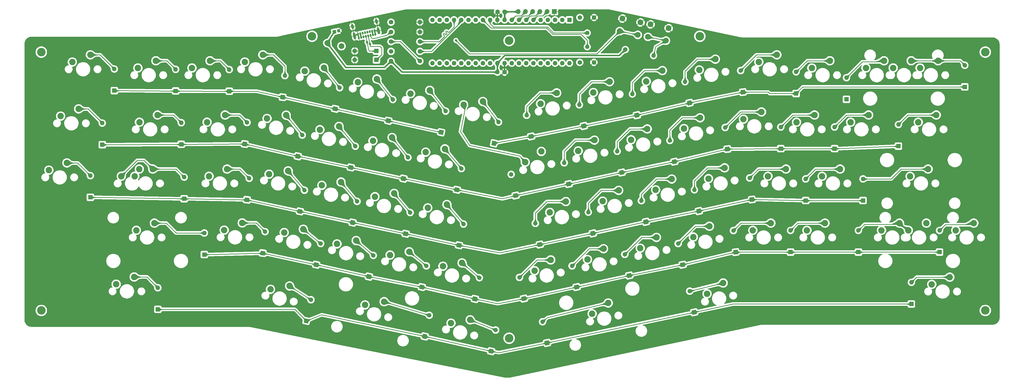
<source format=gbr>
%TF.GenerationSoftware,KiCad,Pcbnew,(5.1.6)-1*%
%TF.CreationDate,2020-08-11T10:35:59-07:00*%
%TF.ProjectId,sesame,73657361-6d65-42e6-9b69-6361645f7063,rev?*%
%TF.SameCoordinates,Original*%
%TF.FileFunction,Copper,L1,Top*%
%TF.FilePolarity,Positive*%
%FSLAX46Y46*%
G04 Gerber Fmt 4.6, Leading zero omitted, Abs format (unit mm)*
G04 Created by KiCad (PCBNEW (5.1.6)-1) date 2020-08-11 10:35:59*
%MOMM*%
%LPD*%
G01*
G04 APERTURE LIST*
%TA.AperFunction,ComponentPad*%
%ADD10C,3.000000*%
%TD*%
%TA.AperFunction,ComponentPad*%
%ADD11C,1.200000*%
%TD*%
%TA.AperFunction,ComponentPad*%
%ADD12C,0.100000*%
%TD*%
%TA.AperFunction,ComponentPad*%
%ADD13C,2.250000*%
%TD*%
%TA.AperFunction,ComponentPad*%
%ADD14O,1.700000X1.700000*%
%TD*%
%TA.AperFunction,ComponentPad*%
%ADD15R,1.700000X1.700000*%
%TD*%
%TA.AperFunction,ComponentPad*%
%ADD16O,1.600000X1.600000*%
%TD*%
%TA.AperFunction,ComponentPad*%
%ADD17R,1.600000X1.600000*%
%TD*%
%TA.AperFunction,ComponentPad*%
%ADD18C,1.500000*%
%TD*%
%TA.AperFunction,ComponentPad*%
%ADD19C,2.000000*%
%TD*%
%TA.AperFunction,ComponentPad*%
%ADD20C,1.600000*%
%TD*%
%TA.AperFunction,ViaPad*%
%ADD21C,0.800000*%
%TD*%
%TA.AperFunction,Conductor*%
%ADD22C,0.500000*%
%TD*%
%TA.AperFunction,Conductor*%
%ADD23C,0.250000*%
%TD*%
%TA.AperFunction,Conductor*%
%ADD24C,0.200000*%
%TD*%
%TA.AperFunction,Conductor*%
%ADD25C,0.025400*%
%TD*%
G04 APERTURE END LIST*
D10*
%TO.P,REF\u002A\u002A,1*%
%TO.N,N/C*%
X278955500Y-75565000D03*
%TD*%
D11*
%TO.P,C1,2*%
%TO.N,GND*%
X151771721Y-73665632D03*
%TA.AperFunction,ComponentPad*%
D12*
%TO.P,C1,1*%
%TO.N,+5V*%
G36*
X149842358Y-74689136D02*
G01*
X149592864Y-73515358D01*
X150766642Y-73265864D01*
X151016136Y-74439642D01*
X149842358Y-74689136D01*
G37*
%TD.AperFunction*%
%TD*%
D13*
%TO.P,MX23,2*%
%TO.N,Net-(D24-Pad2)*%
X189214686Y-115256606D03*
%TO.P,MX23,1*%
%TO.N,col6*%
X182475353Y-116420862D03*
%TD*%
D14*
%TO.P,AVR1,6*%
%TO.N,+5V*%
X215011000Y-66865500D03*
%TO.P,AVR1,5*%
%TO.N,reset*%
X217551000Y-66865500D03*
%TO.P,AVR1,4*%
%TO.N,SCK*%
X220091000Y-66865500D03*
%TO.P,AVR1,3*%
%TO.N,MISO*%
X222631000Y-66865500D03*
%TO.P,AVR1,2*%
%TO.N,MOSI*%
X225171000Y-66865500D03*
D15*
%TO.P,AVR1,1*%
%TO.N,GND*%
X227711000Y-66865500D03*
%TD*%
D10*
%TO.P,REF\u002A\u002A,1*%
%TO.N,N/C*%
X142430500Y-75565000D03*
%TD*%
D13*
%TO.P,MX61,2*%
%TO.N,col13*%
X358711500Y-141414500D03*
%TO.P,MX61,1*%
%TO.N,rs*%
X352361500Y-143954500D03*
%TD*%
%TO.P,MX59,2*%
%TO.N,rs*%
X349250000Y-141414500D03*
%TO.P,MX59,1*%
%TO.N,col13*%
X342900000Y-143954500D03*
%TD*%
%TO.P,MX31,2*%
%TO.N,Net-(D32-Pad2)*%
X362204000Y-103314500D03*
%TO.P,MX31,1*%
%TO.N,col14*%
X355854000Y-105854500D03*
%TD*%
%TO.P,MX15,2*%
%TO.N,bs*%
X353377500Y-84201000D03*
%TO.P,MX15,1*%
%TO.N,col14*%
X347027500Y-86741000D03*
%TD*%
%TO.P,MX33,2*%
%TO.N,caps*%
X86360000Y-122364500D03*
%TO.P,MX33,1*%
%TO.N,col1*%
X80010000Y-124904500D03*
%TD*%
%TO.P,MX18,2*%
%TO.N,Net-(D19-Pad2)*%
X88011000Y-103314500D03*
%TO.P,MX18,1*%
%TO.N,col1*%
X81661000Y-105854500D03*
%TD*%
%TO.P,MX69,2*%
%TO.N,col1*%
X81610200Y-122377200D03*
%TO.P,MX69,1*%
%TO.N,caps*%
X75260200Y-124917200D03*
%TD*%
D16*
%TO.P,D60,2*%
%TO.N,rs*%
X334772000Y-144018000D03*
D17*
%TO.P,D60,1*%
%TO.N,row3*%
X334772000Y-151638000D03*
%TD*%
D16*
%TO.P,U1,40*%
%TO.N,col14*%
X233045000Y-85026500D03*
%TO.P,U1,20*%
%TO.N,col2*%
X184785000Y-69786500D03*
%TO.P,U1,39*%
%TO.N,col13*%
X230505000Y-85026500D03*
%TO.P,U1,19*%
%TO.N,col1*%
X187325000Y-69786500D03*
%TO.P,U1,38*%
%TO.N,col12*%
X227965000Y-85026500D03*
%TO.P,U1,18*%
%TO.N,boot*%
X189865000Y-69786500D03*
%TO.P,U1,37*%
%TO.N,col11*%
X225425000Y-85026500D03*
%TO.P,U1,17*%
%TO.N,D-*%
X192405000Y-69786500D03*
%TO.P,U1,36*%
%TO.N,col10*%
X222885000Y-85026500D03*
%TO.P,U1,16*%
%TO.N,D+*%
X194945000Y-69786500D03*
%TO.P,U1,35*%
%TO.N,col9*%
X220345000Y-85026500D03*
%TO.P,U1,15*%
%TO.N,col0*%
X197485000Y-69786500D03*
%TO.P,U1,34*%
%TO.N,col8*%
X217805000Y-85026500D03*
%TO.P,U1,14*%
%TO.N,Net-(U1-Pad14)*%
X200025000Y-69786500D03*
%TO.P,U1,33*%
%TO.N,row4*%
X215265000Y-85026500D03*
%TO.P,U1,13*%
%TO.N,Net-(C4-Pad2)*%
X202565000Y-69786500D03*
%TO.P,U1,32*%
%TO.N,Net-(U1-Pad32)*%
X212725000Y-85026500D03*
%TO.P,U1,12*%
%TO.N,Net-(C5-Pad2)*%
X205105000Y-69786500D03*
%TO.P,U1,31*%
%TO.N,GND*%
X210185000Y-85026500D03*
%TO.P,U1,11*%
X207645000Y-69786500D03*
%TO.P,U1,30*%
%TO.N,+5V*%
X207645000Y-85026500D03*
%TO.P,U1,10*%
X210185000Y-69786500D03*
%TO.P,U1,29*%
%TO.N,row3*%
X205105000Y-85026500D03*
%TO.P,U1,9*%
%TO.N,reset*%
X212725000Y-69786500D03*
%TO.P,U1,28*%
%TO.N,row2*%
X202565000Y-85026500D03*
%TO.P,U1,8*%
%TO.N,SCK*%
X215265000Y-69786500D03*
%TO.P,U1,27*%
%TO.N,row1*%
X200025000Y-85026500D03*
%TO.P,U1,7*%
%TO.N,MISO*%
X217805000Y-69786500D03*
%TO.P,U1,26*%
%TO.N,row0*%
X197485000Y-85026500D03*
%TO.P,U1,6*%
%TO.N,MOSI*%
X220345000Y-69786500D03*
%TO.P,U1,25*%
%TO.N,col7*%
X194945000Y-85026500D03*
%TO.P,U1,5*%
%TO.N,Net-(U1-Pad5)*%
X222885000Y-69786500D03*
%TO.P,U1,24*%
%TO.N,col6*%
X192405000Y-85026500D03*
%TO.P,U1,4*%
%TO.N,Net-(U1-Pad4)*%
X225425000Y-69786500D03*
%TO.P,U1,23*%
%TO.N,col5*%
X189865000Y-85026500D03*
%TO.P,U1,3*%
%TO.N,Net-(U1-Pad3)*%
X227965000Y-69786500D03*
%TO.P,U1,22*%
%TO.N,col4*%
X187325000Y-85026500D03*
%TO.P,U1,2*%
%TO.N,Net-(U1-Pad2)*%
X230505000Y-69786500D03*
%TO.P,U1,21*%
%TO.N,col3*%
X184785000Y-85026500D03*
D17*
%TO.P,U1,1*%
%TO.N,Net-(U1-Pad1)*%
X233045000Y-69786500D03*
%TD*%
D13*
%TO.P,MX5,2*%
%TO.N,Net-(D7-Pad2)*%
X146606186Y-86681606D03*
%TO.P,MX5,1*%
%TO.N,col4*%
X139866853Y-87845862D03*
%TD*%
D10*
%TO.P,REF\u002A\u002A,1*%
%TO.N,N/C*%
X211836000Y-181991000D03*
%TD*%
%TO.P,REF\u002A\u002A,1*%
%TO.N,N/C*%
X379476000Y-172212000D03*
%TD*%
%TO.P,REF\u002A\u002A,1*%
%TO.N,N/C*%
X379476000Y-81153000D03*
%TD*%
%TO.P,REF\u002A\u002A,1*%
%TO.N,N/C*%
X47117000Y-81153000D03*
%TD*%
%TO.P,REF\u002A\u002A,1*%
%TO.N,N/C*%
X47117000Y-172212000D03*
%TD*%
%TO.P,REF\u002A\u002A,1*%
%TO.N,N/C*%
X211836000Y-77089000D03*
%TD*%
D18*
%TO.P,XTAL1,2*%
%TO.N,Net-(C4-Pad2)*%
X239331500Y-79302000D03*
%TO.P,XTAL1,1*%
%TO.N,Net-(C5-Pad2)*%
X239331500Y-74422000D03*
%TD*%
D13*
%TO.P,MX24,2*%
%TO.N,Net-(D25-Pad2)*%
X223170304Y-116168914D03*
%TO.P,MX24,1*%
%TO.N,col7*%
X217487162Y-119973649D03*
%TD*%
%TO.P,MX28,2*%
%TO.N,Net-(D29-Pad2)*%
X300672500Y-102235000D03*
%TO.P,MX28,1*%
%TO.N,col11*%
X294322500Y-104775000D03*
%TD*%
%TO.P,MX66,2*%
%TO.N,Net-(D66-Pad2)*%
X246728804Y-169572414D03*
%TO.P,MX66,1*%
%TO.N,col8*%
X241045662Y-173377149D03*
%TD*%
%TO.P,MX65,2*%
%TO.N,Net-(D65-Pad2)*%
X198104686Y-175518106D03*
%TO.P,MX65,1*%
%TO.N,col6*%
X191365353Y-176682362D03*
%TD*%
%TO.P,MX64,2*%
%TO.N,Net-(D64-Pad2)*%
X167815186Y-169104606D03*
%TO.P,MX64,1*%
%TO.N,col5*%
X161075853Y-170268862D03*
%TD*%
%TO.P,MX46,2*%
%TO.N,Net-(D47-Pad2)*%
X359346500Y-122364500D03*
%TO.P,MX46,1*%
%TO.N,col14*%
X352996500Y-124904500D03*
%TD*%
%TO.P,MX47,2*%
%TO.N,Net-(D48-Pad2)*%
X86931500Y-141414500D03*
%TO.P,MX47,1*%
%TO.N,col1*%
X80581500Y-143954500D03*
%TD*%
%TO.P,MX16,2*%
%TO.N,bs*%
X362839000Y-84201000D03*
%TO.P,MX16,1*%
%TO.N,col14*%
X356489000Y-86741000D03*
%TD*%
%TO.P,MX45,2*%
%TO.N,Net-(D46-Pad2)*%
X343789000Y-84201000D03*
%TO.P,MX45,1*%
%TO.N,col13*%
X337439000Y-86741000D03*
%TD*%
%TO.P,MX68,2*%
%TO.N,Net-(D68-Pad2)*%
X366966500Y-160464500D03*
%TO.P,MX68,1*%
%TO.N,col13*%
X360616500Y-163004500D03*
%TD*%
%TO.P,MX67,2*%
%TO.N,Net-(D67-Pad2)*%
X287178304Y-162523914D03*
%TO.P,MX67,1*%
%TO.N,col10*%
X281495162Y-166328649D03*
%TD*%
%TO.P,MX63,2*%
%TO.N,Net-(D63-Pad2)*%
X134541186Y-163580106D03*
%TO.P,MX63,1*%
%TO.N,col3*%
X127801853Y-164744362D03*
%TD*%
%TO.P,MX62,2*%
%TO.N,Net-(D62-Pad2)*%
X79819500Y-160401000D03*
%TO.P,MX62,1*%
%TO.N,col1*%
X73469500Y-162941000D03*
%TD*%
%TO.P,MX60,2*%
%TO.N,Net-(D61-Pad2)*%
X375412000Y-141414500D03*
%TO.P,MX60,1*%
%TO.N,col14*%
X369062000Y-143954500D03*
%TD*%
%TO.P,MX58,2*%
%TO.N,Net-(D59-Pad2)*%
X323024500Y-141414500D03*
%TO.P,MX58,1*%
%TO.N,col12*%
X316674500Y-143954500D03*
%TD*%
%TO.P,MX57,2*%
%TO.N,Net-(D58-Pad2)*%
X303974500Y-141414500D03*
%TO.P,MX57,1*%
%TO.N,col11*%
X297624500Y-143954500D03*
%TD*%
%TO.P,MX56,2*%
%TO.N,Net-(D57-Pad2)*%
X282352304Y-142521414D03*
%TO.P,MX56,1*%
%TO.N,col10*%
X276669162Y-146326149D03*
%TD*%
%TO.P,MX55,2*%
%TO.N,Net-(D56-Pad2)*%
X263683304Y-146458414D03*
%TO.P,MX55,1*%
%TO.N,col9*%
X258000162Y-150263149D03*
%TD*%
%TO.P,MX54,2*%
%TO.N,Net-(D55-Pad2)*%
X245077804Y-150458914D03*
%TO.P,MX54,1*%
%TO.N,col8*%
X239394662Y-154263649D03*
%TD*%
%TO.P,MX53,2*%
%TO.N,Net-(D54-Pad2)*%
X226472304Y-154395914D03*
%TO.P,MX53,1*%
%TO.N,col7*%
X220789162Y-158200649D03*
%TD*%
%TO.P,MX52,2*%
%TO.N,Net-(D53-Pad2)*%
X195247186Y-155452106D03*
%TO.P,MX52,1*%
%TO.N,col6*%
X188507853Y-156616362D03*
%TD*%
%TO.P,MX51,2*%
%TO.N,Net-(D52-Pad2)*%
X176641686Y-151515106D03*
%TO.P,MX51,1*%
%TO.N,col5*%
X169902353Y-152679362D03*
%TD*%
%TO.P,MX50,2*%
%TO.N,Net-(D51-Pad2)*%
X157972686Y-147578106D03*
%TO.P,MX50,1*%
%TO.N,col4*%
X151233353Y-148742362D03*
%TD*%
%TO.P,MX49,2*%
%TO.N,Net-(D50-Pad2)*%
X139367186Y-143577606D03*
%TO.P,MX49,1*%
%TO.N,col3*%
X132627853Y-144741862D03*
%TD*%
%TO.P,MX48,2*%
%TO.N,Net-(D49-Pad2)*%
X117856000Y-141351000D03*
%TO.P,MX48,1*%
%TO.N,col2*%
X111506000Y-143891000D03*
%TD*%
%TO.P,MX44,2*%
%TO.N,Net-(D45-Pad2)*%
X328358500Y-122364500D03*
%TO.P,MX44,1*%
%TO.N,col12*%
X322008500Y-124904500D03*
%TD*%
%TO.P,MX43,2*%
%TO.N,Net-(D44-Pad2)*%
X309308500Y-122364500D03*
%TO.P,MX43,1*%
%TO.N,col11*%
X302958500Y-124904500D03*
%TD*%
%TO.P,MX42,2*%
%TO.N,Net-(D43-Pad2)*%
X287686304Y-121947414D03*
%TO.P,MX42,1*%
%TO.N,col10*%
X282003162Y-125752149D03*
%TD*%
%TO.P,MX41,2*%
%TO.N,Net-(D42-Pad2)*%
X269080804Y-125884414D03*
%TO.P,MX41,1*%
%TO.N,col9*%
X263397662Y-129689149D03*
%TD*%
%TO.P,MX40,2*%
%TO.N,Net-(D41-Pad2)*%
X250411804Y-129884914D03*
%TO.P,MX40,1*%
%TO.N,col8*%
X244728662Y-133689649D03*
%TD*%
%TO.P,MX39,2*%
%TO.N,Net-(D40-Pad2)*%
X231806304Y-133821914D03*
%TO.P,MX39,1*%
%TO.N,col7*%
X226123162Y-137626649D03*
%TD*%
%TO.P,MX38,2*%
%TO.N,Net-(D39-Pad2)*%
X189913186Y-134878106D03*
%TO.P,MX38,1*%
%TO.N,col6*%
X183173853Y-136042362D03*
%TD*%
%TO.P,MX37,2*%
%TO.N,Net-(D38-Pad2)*%
X171307686Y-130941106D03*
%TO.P,MX37,1*%
%TO.N,col5*%
X164568353Y-132105362D03*
%TD*%
%TO.P,MX36,2*%
%TO.N,Net-(D37-Pad2)*%
X152638686Y-126940606D03*
%TO.P,MX36,1*%
%TO.N,col4*%
X145899353Y-128104862D03*
%TD*%
%TO.P,MX35,2*%
%TO.N,Net-(D36-Pad2)*%
X134033186Y-123003606D03*
%TO.P,MX35,1*%
%TO.N,col3*%
X127293853Y-124167862D03*
%TD*%
%TO.P,MX34,2*%
%TO.N,Net-(D35-Pad2)*%
X112522000Y-122364500D03*
%TO.P,MX34,1*%
%TO.N,col2*%
X106172000Y-124904500D03*
%TD*%
%TO.P,MX32,2*%
%TO.N,Net-(D33-Pad2)*%
X56134000Y-120205500D03*
%TO.P,MX32,1*%
%TO.N,col0*%
X49784000Y-122745500D03*
%TD*%
%TO.P,MX30,2*%
%TO.N,Net-(D31-Pad2)*%
X338391500Y-103314500D03*
%TO.P,MX30,1*%
%TO.N,col13*%
X332041500Y-105854500D03*
%TD*%
%TO.P,MX29,2*%
%TO.N,Net-(D30-Pad2)*%
X319341500Y-103314500D03*
%TO.P,MX29,1*%
%TO.N,col12*%
X312991500Y-105854500D03*
%TD*%
%TO.P,MX27,2*%
%TO.N,Net-(D28-Pad2)*%
X279050304Y-104294414D03*
%TO.P,MX27,1*%
%TO.N,col10*%
X273367162Y-108099149D03*
%TD*%
%TO.P,MX26,2*%
%TO.N,Net-(D27-Pad2)*%
X260444804Y-108231414D03*
%TO.P,MX26,1*%
%TO.N,col9*%
X254761662Y-112036149D03*
%TD*%
%TO.P,MX25,2*%
%TO.N,Net-(D26-Pad2)*%
X241839304Y-112168414D03*
%TO.P,MX25,1*%
%TO.N,col8*%
X236156162Y-115973149D03*
%TD*%
%TO.P,MX22,2*%
%TO.N,Net-(D23-Pad2)*%
X170609186Y-111256106D03*
%TO.P,MX22,1*%
%TO.N,col5*%
X163869853Y-112420362D03*
%TD*%
%TO.P,MX21,2*%
%TO.N,Net-(D22-Pad2)*%
X151940186Y-107319106D03*
%TO.P,MX21,1*%
%TO.N,col4*%
X145200853Y-108483362D03*
%TD*%
%TO.P,MX20,2*%
%TO.N,Net-(D21-Pad2)*%
X133334686Y-103382106D03*
%TO.P,MX20,1*%
%TO.N,col3*%
X126595353Y-104546362D03*
%TD*%
%TO.P,MX19,2*%
%TO.N,Net-(D20-Pad2)*%
X111823500Y-103314500D03*
%TO.P,MX19,1*%
%TO.N,col2*%
X105473500Y-105854500D03*
%TD*%
%TO.P,MX17,2*%
%TO.N,Net-(D18-Pad2)*%
X60261500Y-101155500D03*
%TO.P,MX17,1*%
%TO.N,col0*%
X53911500Y-103695500D03*
%TD*%
%TO.P,MX14,2*%
%TO.N,Net-(D16-Pad2)*%
X324739000Y-84201000D03*
%TO.P,MX14,1*%
%TO.N,col13*%
X318389000Y-86741000D03*
%TD*%
%TO.P,MX13,2*%
%TO.N,Net-(D15-Pad2)*%
X306070000Y-82105500D03*
%TO.P,MX13,1*%
%TO.N,col12*%
X299720000Y-84645500D03*
%TD*%
%TO.P,MX12,2*%
%TO.N,Net-(D14-Pad2)*%
X284447804Y-83656914D03*
%TO.P,MX12,1*%
%TO.N,col11*%
X278764662Y-87461649D03*
%TD*%
%TO.P,MX11,2*%
%TO.N,Net-(D13-Pad2)*%
X265778804Y-87657414D03*
%TO.P,MX11,1*%
%TO.N,col10*%
X260095662Y-91462149D03*
%TD*%
%TO.P,MX10,2*%
%TO.N,Net-(D12-Pad2)*%
X247173304Y-91594414D03*
%TO.P,MX10,1*%
%TO.N,col9*%
X241490162Y-95399149D03*
%TD*%
%TO.P,MX9,2*%
%TO.N,Net-(D11-Pad2)*%
X228567804Y-95531414D03*
%TO.P,MX9,1*%
%TO.N,col8*%
X222884662Y-99336149D03*
%TD*%
%TO.P,MX8,2*%
%TO.N,Net-(D10-Pad2)*%
X202549686Y-98556106D03*
%TO.P,MX8,1*%
%TO.N,col7*%
X195810353Y-99720362D03*
%TD*%
%TO.P,MX7,2*%
%TO.N,Net-(D9-Pad2)*%
X183880686Y-94619106D03*
%TO.P,MX7,1*%
%TO.N,col6*%
X177141353Y-95783362D03*
%TD*%
%TO.P,MX6,2*%
%TO.N,Net-(D8-Pad2)*%
X165275186Y-90618606D03*
%TO.P,MX6,1*%
%TO.N,col5*%
X158535853Y-91782862D03*
%TD*%
%TO.P,MX4,2*%
%TO.N,Net-(D6-Pad2)*%
X125095000Y-82105500D03*
%TO.P,MX4,1*%
%TO.N,col3*%
X118745000Y-84645500D03*
%TD*%
%TO.P,MX3,2*%
%TO.N,Net-(D5-Pad2)*%
X106521250Y-84201000D03*
%TO.P,MX3,1*%
%TO.N,col2*%
X100171250Y-86741000D03*
%TD*%
%TO.P,MX2,2*%
%TO.N,Net-(D4-Pad2)*%
X87471250Y-84201000D03*
%TO.P,MX2,1*%
%TO.N,col1*%
X81121250Y-86741000D03*
%TD*%
%TO.P,MX1,2*%
%TO.N,Net-(D3-Pad2)*%
X64389000Y-82105500D03*
%TO.P,MX1,1*%
%TO.N,col0*%
X58039000Y-84645500D03*
%TD*%
%TO.P,USB1,A5*%
%TO.N,Net-(R4-Pad1)*%
%TA.AperFunction,ComponentPad*%
G36*
G01*
X163324913Y-74995366D02*
X163397683Y-75337718D01*
G75*
G02*
X163147356Y-75723187I-317898J-67571D01*
G01*
X163147356Y-75723187D01*
G75*
G02*
X162761887Y-75472860I-67571J317898D01*
G01*
X162689117Y-75130508D01*
G75*
G02*
X162939444Y-74745039I317898J67571D01*
G01*
X162939444Y-74745039D01*
G75*
G02*
X163324913Y-74995366I67571J-317898D01*
G01*
G37*
%TD.AperFunction*%
%TO.P,USB1,A1*%
%TO.N,GND*%
%TA.AperFunction,ComponentPad*%
G36*
G01*
X164987763Y-74641916D02*
X165060533Y-74984268D01*
G75*
G02*
X164810206Y-75369737I-317898J-67571D01*
G01*
X164810206Y-75369737D01*
G75*
G02*
X164424737Y-75119410I-67571J317898D01*
G01*
X164351967Y-74777058D01*
G75*
G02*
X164602294Y-74391589I317898J67571D01*
G01*
X164602294Y-74391589D01*
G75*
G02*
X164987763Y-74641916I67571J-317898D01*
G01*
G37*
%TD.AperFunction*%
%TO.P,USB1,A4*%
%TO.N,VCC*%
%TA.AperFunction,ComponentPad*%
G36*
G01*
X164156338Y-74818641D02*
X164229108Y-75160993D01*
G75*
G02*
X163978781Y-75546462I-317898J-67571D01*
G01*
X163978781Y-75546462D01*
G75*
G02*
X163593312Y-75296135I-67571J317898D01*
G01*
X163520542Y-74953783D01*
G75*
G02*
X163770869Y-74568314I317898J67571D01*
G01*
X163770869Y-74568314D01*
G75*
G02*
X164156338Y-74818641I67571J-317898D01*
G01*
G37*
%TD.AperFunction*%
%TO.P,USB1,A6*%
%TO.N,Net-(D2-Pad1)*%
%TA.AperFunction,ComponentPad*%
G36*
G01*
X162493487Y-75172091D02*
X162566257Y-75514443D01*
G75*
G02*
X162315930Y-75899912I-317898J-67571D01*
G01*
X162315930Y-75899912D01*
G75*
G02*
X161930461Y-75649585I-67571J317898D01*
G01*
X161857691Y-75307233D01*
G75*
G02*
X162108018Y-74921764I317898J67571D01*
G01*
X162108018Y-74921764D01*
G75*
G02*
X162493487Y-75172091I67571J-317898D01*
G01*
G37*
%TD.AperFunction*%
%TO.P,USB1,A7*%
%TO.N,Net-(D1-Pad1)*%
%TA.AperFunction,ComponentPad*%
G36*
G01*
X161662062Y-75348816D02*
X161734832Y-75691168D01*
G75*
G02*
X161484505Y-76076637I-317898J-67571D01*
G01*
X161484505Y-76076637D01*
G75*
G02*
X161099036Y-75826310I-67571J317898D01*
G01*
X161026266Y-75483958D01*
G75*
G02*
X161276593Y-75098489I317898J67571D01*
G01*
X161276593Y-75098489D01*
G75*
G02*
X161662062Y-75348816I67571J-317898D01*
G01*
G37*
%TD.AperFunction*%
%TO.P,USB1,A8*%
%TO.N,Net-(USB1-PadA8)*%
%TA.AperFunction,ComponentPad*%
G36*
G01*
X160830636Y-75525541D02*
X160903406Y-75867893D01*
G75*
G02*
X160653079Y-76253362I-317898J-67571D01*
G01*
X160653079Y-76253362D01*
G75*
G02*
X160267610Y-76003035I-67571J317898D01*
G01*
X160194840Y-75660683D01*
G75*
G02*
X160445167Y-75275214I317898J67571D01*
G01*
X160445167Y-75275214D01*
G75*
G02*
X160830636Y-75525541I67571J-317898D01*
G01*
G37*
%TD.AperFunction*%
%TO.P,USB1,A9*%
%TO.N,VCC*%
%TA.AperFunction,ComponentPad*%
G36*
G01*
X159999211Y-75702266D02*
X160071981Y-76044618D01*
G75*
G02*
X159821654Y-76430087I-317898J-67571D01*
G01*
X159821654Y-76430087D01*
G75*
G02*
X159436185Y-76179760I-67571J317898D01*
G01*
X159363415Y-75837408D01*
G75*
G02*
X159613742Y-75451939I317898J67571D01*
G01*
X159613742Y-75451939D01*
G75*
G02*
X159999211Y-75702266I67571J-317898D01*
G01*
G37*
%TD.AperFunction*%
%TO.P,USB1,A12*%
%TO.N,GND*%
%TA.AperFunction,ComponentPad*%
G36*
G01*
X159167785Y-75878991D02*
X159240555Y-76221343D01*
G75*
G02*
X158990228Y-76606812I-317898J-67571D01*
G01*
X158990228Y-76606812D01*
G75*
G02*
X158604759Y-76356485I-67571J317898D01*
G01*
X158531989Y-76014133D01*
G75*
G02*
X158782316Y-75628664I317898J67571D01*
G01*
X158782316Y-75628664D01*
G75*
G02*
X159167785Y-75878991I67571J-317898D01*
G01*
G37*
%TD.AperFunction*%
%TO.P,USB1,B12*%
%TA.AperFunction,ComponentPad*%
G36*
G01*
X164712280Y-73345871D02*
X164785050Y-73688223D01*
G75*
G02*
X164534723Y-74073692I-317898J-67571D01*
G01*
X164534723Y-74073692D01*
G75*
G02*
X164149254Y-73823365I-67571J317898D01*
G01*
X164076484Y-73481013D01*
G75*
G02*
X164326811Y-73095544I317898J67571D01*
G01*
X164326811Y-73095544D01*
G75*
G02*
X164712280Y-73345871I67571J-317898D01*
G01*
G37*
%TD.AperFunction*%
%TO.P,USB1,B9*%
%TO.N,VCC*%
%TA.AperFunction,ComponentPad*%
G36*
G01*
X163875964Y-73523635D02*
X163948734Y-73865987D01*
G75*
G02*
X163698407Y-74251456I-317898J-67571D01*
G01*
X163698407Y-74251456D01*
G75*
G02*
X163312938Y-74001129I-67571J317898D01*
G01*
X163240168Y-73658777D01*
G75*
G02*
X163490495Y-73273308I317898J67571D01*
G01*
X163490495Y-73273308D01*
G75*
G02*
X163875964Y-73523635I67571J-317898D01*
G01*
G37*
%TD.AperFunction*%
%TO.P,USB1,B8*%
%TO.N,Net-(USB1-PadB8)*%
%TA.AperFunction,ComponentPad*%
G36*
G01*
X163044539Y-73700360D02*
X163117309Y-74042712D01*
G75*
G02*
X162866982Y-74428181I-317898J-67571D01*
G01*
X162866982Y-74428181D01*
G75*
G02*
X162481513Y-74177854I-67571J317898D01*
G01*
X162408743Y-73835502D01*
G75*
G02*
X162659070Y-73450033I317898J67571D01*
G01*
X162659070Y-73450033D01*
G75*
G02*
X163044539Y-73700360I67571J-317898D01*
G01*
G37*
%TD.AperFunction*%
%TO.P,USB1,B7*%
%TO.N,Net-(D1-Pad1)*%
%TA.AperFunction,ComponentPad*%
G36*
G01*
X162213113Y-73877085D02*
X162285883Y-74219437D01*
G75*
G02*
X162035556Y-74604906I-317898J-67571D01*
G01*
X162035556Y-74604906D01*
G75*
G02*
X161650087Y-74354579I-67571J317898D01*
G01*
X161577317Y-74012227D01*
G75*
G02*
X161827644Y-73626758I317898J67571D01*
G01*
X161827644Y-73626758D01*
G75*
G02*
X162213113Y-73877085I67571J-317898D01*
G01*
G37*
%TD.AperFunction*%
%TO.P,USB1,B6*%
%TO.N,Net-(D2-Pad1)*%
%TA.AperFunction,ComponentPad*%
G36*
G01*
X161381688Y-74053810D02*
X161454458Y-74396162D01*
G75*
G02*
X161204131Y-74781631I-317898J-67571D01*
G01*
X161204131Y-74781631D01*
G75*
G02*
X160818662Y-74531304I-67571J317898D01*
G01*
X160745892Y-74188952D01*
G75*
G02*
X160996219Y-73803483I317898J67571D01*
G01*
X160996219Y-73803483D01*
G75*
G02*
X161381688Y-74053810I67571J-317898D01*
G01*
G37*
%TD.AperFunction*%
%TO.P,USB1,B5*%
%TO.N,Net-(R5-Pad1)*%
%TA.AperFunction,ComponentPad*%
G36*
G01*
X160550262Y-74230535D02*
X160623032Y-74572887D01*
G75*
G02*
X160372705Y-74958356I-317898J-67571D01*
G01*
X160372705Y-74958356D01*
G75*
G02*
X159987236Y-74708029I-67571J317898D01*
G01*
X159914466Y-74365677D01*
G75*
G02*
X160164793Y-73980208I317898J67571D01*
G01*
X160164793Y-73980208D01*
G75*
G02*
X160550262Y-74230535I67571J-317898D01*
G01*
G37*
%TD.AperFunction*%
%TO.P,USB1,B4*%
%TO.N,VCC*%
%TA.AperFunction,ComponentPad*%
G36*
G01*
X159718837Y-74407260D02*
X159791607Y-74749612D01*
G75*
G02*
X159541280Y-75135081I-317898J-67571D01*
G01*
X159541280Y-75135081D01*
G75*
G02*
X159155811Y-74884754I-67571J317898D01*
G01*
X159083041Y-74542402D01*
G75*
G02*
X159333368Y-74156933I317898J67571D01*
G01*
X159333368Y-74156933D01*
G75*
G02*
X159718837Y-74407260I67571J-317898D01*
G01*
G37*
%TD.AperFunction*%
%TO.P,USB1,B1*%
%TO.N,GND*%
%TA.AperFunction,ComponentPad*%
G36*
G01*
X158887411Y-74583985D02*
X158960181Y-74926337D01*
G75*
G02*
X158709854Y-75311806I-317898J-67571D01*
G01*
X158709854Y-75311806D01*
G75*
G02*
X158324385Y-75061479I-67571J317898D01*
G01*
X158251615Y-74719127D01*
G75*
G02*
X158501942Y-74333658I317898J67571D01*
G01*
X158501942Y-74333658D01*
G75*
G02*
X158887411Y-74583985I67571J-317898D01*
G01*
G37*
%TD.AperFunction*%
%TO.P,USB1,S1*%
%TA.AperFunction,ComponentPad*%
G36*
G01*
X166107229Y-72814227D02*
X166419096Y-74281449D01*
G75*
G02*
X166072490Y-74815175I-440166J-93560D01*
G01*
X166072490Y-74815175D01*
G75*
G02*
X165538764Y-74468569I-93560J440166D01*
G01*
X165226896Y-73001347D01*
G75*
G02*
X165573502Y-72467621I440166J93560D01*
G01*
X165573502Y-72467621D01*
G75*
G02*
X166107228Y-72814227I93560J-440166D01*
G01*
G37*
%TD.AperFunction*%
%TA.AperFunction,ComponentPad*%
G36*
G01*
X157646252Y-74612663D02*
X157958119Y-76079885D01*
G75*
G02*
X157611513Y-76613611I-440166J-93560D01*
G01*
X157611513Y-76613611D01*
G75*
G02*
X157077787Y-76267005I-93560J440166D01*
G01*
X156765919Y-74799783D01*
G75*
G02*
X157112525Y-74266057I440166J93560D01*
G01*
X157112525Y-74266057D01*
G75*
G02*
X157646251Y-74612663I93560J-440166D01*
G01*
G37*
%TD.AperFunction*%
%TA.AperFunction,ComponentPad*%
G36*
G01*
X165477257Y-69850440D02*
X165643586Y-70632958D01*
G75*
G02*
X165296980Y-71166684I-440166J-93560D01*
G01*
X165296980Y-71166684D01*
G75*
G02*
X164763254Y-70820078I-93560J440166D01*
G01*
X164596924Y-70037560D01*
G75*
G02*
X164943530Y-69503834I440166J93560D01*
G01*
X164943530Y-69503834D01*
G75*
G02*
X165477256Y-69850440I93560J-440166D01*
G01*
G37*
%TD.AperFunction*%
%TA.AperFunction,ComponentPad*%
G36*
G01*
X157016280Y-71648876D02*
X157182609Y-72431394D01*
G75*
G02*
X156836003Y-72965120I-440166J-93560D01*
G01*
X156836003Y-72965120D01*
G75*
G02*
X156302277Y-72618514I-93560J440166D01*
G01*
X156135947Y-71835996D01*
G75*
G02*
X156482553Y-71302270I440166J93560D01*
G01*
X156482553Y-71302270D01*
G75*
G02*
X157016279Y-71648876I93560J-440166D01*
G01*
G37*
%TD.AperFunction*%
%TD*%
D19*
%TO.P,Reset1,1*%
%TO.N,GND*%
X267977959Y-72725426D03*
%TO.P,Reset1,2*%
%TO.N,reset*%
X267042357Y-77127090D03*
%TO.P,Reset1,1*%
%TO.N,GND*%
X261620000Y-71374000D03*
%TO.P,Reset1,2*%
%TO.N,reset*%
X260684397Y-75775664D03*
%TD*%
%TO.P,R6,2*%
%TO.N,reset*%
%TA.AperFunction,ComponentPad*%
G36*
G01*
X261885462Y-82210054D02*
X261885462Y-82210054D01*
G75*
G02*
X262834309Y-81593865I782518J-166329D01*
G01*
X262834309Y-81593865D01*
G75*
G02*
X263450498Y-82542712I-166329J-782518D01*
G01*
X263450498Y-82542712D01*
G75*
G02*
X262501651Y-83158901I-782518J166329D01*
G01*
X262501651Y-83158901D01*
G75*
G02*
X261885462Y-82210054I166329J782518D01*
G01*
G37*
%TD.AperFunction*%
D20*
%TO.P,R6,1*%
%TO.N,+5V*%
X252730000Y-80264000D03*
%TD*%
D16*
%TO.P,R5,2*%
%TO.N,GND*%
X180403500Y-70612000D03*
D20*
%TO.P,R5,1*%
%TO.N,Net-(R5-Pad1)*%
X170243500Y-70612000D03*
%TD*%
D16*
%TO.P,R4,2*%
%TO.N,GND*%
X180403500Y-74041000D03*
D20*
%TO.P,R4,1*%
%TO.N,Net-(R4-Pad1)*%
X170243500Y-74041000D03*
%TD*%
D16*
%TO.P,R3,2*%
%TO.N,D+*%
X180403500Y-80899000D03*
D20*
%TO.P,R3,1*%
%TO.N,Net-(D2-Pad1)*%
X170243500Y-80899000D03*
%TD*%
D16*
%TO.P,R2,2*%
%TO.N,D-*%
X180403500Y-77470000D03*
D20*
%TO.P,R2,1*%
%TO.N,Net-(D1-Pad1)*%
X170243500Y-77470000D03*
%TD*%
D16*
%TO.P,R1,2*%
%TO.N,Net-(D1-Pad1)*%
X180403500Y-84328000D03*
D20*
%TO.P,R1,1*%
%TO.N,+5V*%
X170243500Y-84328000D03*
%TD*%
D19*
%TO.P,F1,2*%
%TO.N,VCC*%
X152794911Y-79043973D03*
%TO.P,F1,1*%
%TO.N,+5V*%
X147828000Y-77978000D03*
%TD*%
D16*
%TO.P,D68,2*%
%TO.N,Net-(D68-Pad2)*%
X353441000Y-162306000D03*
D17*
%TO.P,D68,1*%
%TO.N,row4*%
X353441000Y-169926000D03*
%TD*%
%TO.P,D67,2*%
%TO.N,Net-(D67-Pad2)*%
%TA.AperFunction,ComponentPad*%
G36*
G01*
X275569042Y-166176033D02*
X275569042Y-166176033D01*
G75*
G02*
X274620195Y-165559844I-166329J782518D01*
G01*
X274620195Y-165559844D01*
G75*
G02*
X275236384Y-164610997I782518J166329D01*
G01*
X275236384Y-164610997D01*
G75*
G02*
X276185231Y-165227186I166329J-782518D01*
G01*
X276185231Y-165227186D01*
G75*
G02*
X275569042Y-166176033I-782518J-166329D01*
G01*
G37*
%TD.AperFunction*%
%TA.AperFunction,ComponentPad*%
D12*
%TO.P,D67,1*%
%TO.N,row4*%
G36*
X277935847Y-173463189D02*
G01*
X276370811Y-173795847D01*
X276038153Y-172230811D01*
X277603189Y-171898153D01*
X277935847Y-173463189D01*
G37*
%TD.AperFunction*%
%TD*%
%TO.P,D66,2*%
%TO.N,Net-(D66-Pad2)*%
%TA.AperFunction,ComponentPad*%
G36*
G01*
X223753042Y-176971033D02*
X223753042Y-176971033D01*
G75*
G02*
X222804195Y-176354844I-166329J782518D01*
G01*
X222804195Y-176354844D01*
G75*
G02*
X223420384Y-175405997I782518J166329D01*
G01*
X223420384Y-175405997D01*
G75*
G02*
X224369231Y-176022186I166329J-782518D01*
G01*
X224369231Y-176022186D01*
G75*
G02*
X223753042Y-176971033I-782518J-166329D01*
G01*
G37*
%TD.AperFunction*%
%TA.AperFunction,ComponentPad*%
%TO.P,D66,1*%
%TO.N,row4*%
G36*
X226119847Y-184258189D02*
G01*
X224554811Y-184590847D01*
X224222153Y-183025811D01*
X225787189Y-182693153D01*
X226119847Y-184258189D01*
G37*
%TD.AperFunction*%
%TD*%
%TO.P,D65,2*%
%TO.N,Net-(D65-Pad2)*%
%TA.AperFunction,ComponentPad*%
G36*
G01*
X206903958Y-179892033D02*
X206903958Y-179892033D01*
G75*
G02*
X206287769Y-178943186I166329J782518D01*
G01*
X206287769Y-178943186D01*
G75*
G02*
X207236616Y-178326997I782518J-166329D01*
G01*
X207236616Y-178326997D01*
G75*
G02*
X207852805Y-179275844I-166329J-782518D01*
G01*
X207852805Y-179275844D01*
G75*
G02*
X206903958Y-179892033I-782518J166329D01*
G01*
G37*
%TD.AperFunction*%
%TA.AperFunction,ComponentPad*%
%TO.P,D65,1*%
%TO.N,row4*%
G36*
X206102189Y-187511847D02*
G01*
X204537153Y-187179189D01*
X204869811Y-185614153D01*
X206434847Y-185946811D01*
X206102189Y-187511847D01*
G37*
%TD.AperFunction*%
%TD*%
%TO.P,D64,2*%
%TO.N,Net-(D64-Pad2)*%
%TA.AperFunction,ComponentPad*%
G36*
G01*
X183535958Y-174685033D02*
X183535958Y-174685033D01*
G75*
G02*
X182919769Y-173736186I166329J782518D01*
G01*
X182919769Y-173736186D01*
G75*
G02*
X183868616Y-173119997I782518J-166329D01*
G01*
X183868616Y-173119997D01*
G75*
G02*
X184484805Y-174068844I-166329J-782518D01*
G01*
X184484805Y-174068844D01*
G75*
G02*
X183535958Y-174685033I-782518J166329D01*
G01*
G37*
%TD.AperFunction*%
%TA.AperFunction,ComponentPad*%
%TO.P,D64,1*%
%TO.N,row4*%
G36*
X182734189Y-182304847D02*
G01*
X181169153Y-181972189D01*
X181501811Y-180407153D01*
X183066847Y-180739811D01*
X182734189Y-182304847D01*
G37*
%TD.AperFunction*%
%TD*%
%TO.P,D63,2*%
%TO.N,Net-(D63-Pad2)*%
%TA.AperFunction,ComponentPad*%
G36*
G01*
X141879958Y-169224033D02*
X141879958Y-169224033D01*
G75*
G02*
X141263769Y-168275186I166329J782518D01*
G01*
X141263769Y-168275186D01*
G75*
G02*
X142212616Y-167658997I782518J-166329D01*
G01*
X142212616Y-167658997D01*
G75*
G02*
X142828805Y-168607844I-166329J-782518D01*
G01*
X142828805Y-168607844D01*
G75*
G02*
X141879958Y-169224033I-782518J166329D01*
G01*
G37*
%TD.AperFunction*%
%TA.AperFunction,ComponentPad*%
%TO.P,D63,1*%
%TO.N,row4*%
G36*
X141078189Y-176843847D02*
G01*
X139513153Y-176511189D01*
X139845811Y-174946153D01*
X141410847Y-175278811D01*
X141078189Y-176843847D01*
G37*
%TD.AperFunction*%
%TD*%
D16*
%TO.P,D62,2*%
%TO.N,Net-(D62-Pad2)*%
X88138000Y-164211000D03*
D17*
%TO.P,D62,1*%
%TO.N,row4*%
X88138000Y-171831000D03*
%TD*%
D16*
%TO.P,D61,2*%
%TO.N,Net-(D61-Pad2)*%
X363347000Y-144018000D03*
D17*
%TO.P,D61,1*%
%TO.N,row3*%
X363347000Y-151638000D03*
%TD*%
D16*
%TO.P,D59,2*%
%TO.N,Net-(D59-Pad2)*%
X310896000Y-144018000D03*
D17*
%TO.P,D59,1*%
%TO.N,row3*%
X310896000Y-151638000D03*
%TD*%
%TO.P,D58,2*%
%TO.N,Net-(D58-Pad2)*%
%TA.AperFunction,ComponentPad*%
G36*
G01*
X290879116Y-144855361D02*
X290879116Y-144855361D01*
G75*
G02*
X289999875Y-144143366I-83623J795618D01*
G01*
X289999875Y-144143366D01*
G75*
G02*
X290711870Y-143264125I795618J83623D01*
G01*
X290711870Y-143264125D01*
G75*
G02*
X291591111Y-143976120I83623J-795618D01*
G01*
X291591111Y-143976120D01*
G75*
G02*
X290879116Y-144855361I-795618J-83623D01*
G01*
G37*
%TD.AperFunction*%
%TA.AperFunction,ComponentPad*%
D12*
%TO.P,D58,1*%
%TO.N,row3*%
G36*
X292471240Y-152349995D02*
G01*
X290880005Y-152517240D01*
X290712760Y-150926005D01*
X292303995Y-150758760D01*
X292471240Y-152349995D01*
G37*
%TD.AperFunction*%
%TD*%
%TO.P,D57,2*%
%TO.N,Net-(D57-Pad2)*%
%TA.AperFunction,ComponentPad*%
G36*
G01*
X271505042Y-149412033D02*
X271505042Y-149412033D01*
G75*
G02*
X270556195Y-148795844I-166329J782518D01*
G01*
X270556195Y-148795844D01*
G75*
G02*
X271172384Y-147846997I782518J166329D01*
G01*
X271172384Y-147846997D01*
G75*
G02*
X272121231Y-148463186I166329J-782518D01*
G01*
X272121231Y-148463186D01*
G75*
G02*
X271505042Y-149412033I-782518J-166329D01*
G01*
G37*
%TD.AperFunction*%
%TA.AperFunction,ComponentPad*%
%TO.P,D57,1*%
%TO.N,row3*%
G36*
X273871847Y-156699189D02*
G01*
X272306811Y-157031847D01*
X271974153Y-155466811D01*
X273539189Y-155134153D01*
X273871847Y-156699189D01*
G37*
%TD.AperFunction*%
%TD*%
%TO.P,D56,2*%
%TO.N,Net-(D56-Pad2)*%
%TA.AperFunction,ComponentPad*%
G36*
G01*
X252709042Y-153222033D02*
X252709042Y-153222033D01*
G75*
G02*
X251760195Y-152605844I-166329J782518D01*
G01*
X251760195Y-152605844D01*
G75*
G02*
X252376384Y-151656997I782518J166329D01*
G01*
X252376384Y-151656997D01*
G75*
G02*
X253325231Y-152273186I166329J-782518D01*
G01*
X253325231Y-152273186D01*
G75*
G02*
X252709042Y-153222033I-782518J-166329D01*
G01*
G37*
%TD.AperFunction*%
%TA.AperFunction,ComponentPad*%
%TO.P,D56,1*%
%TO.N,row3*%
G36*
X255075847Y-160509189D02*
G01*
X253510811Y-160841847D01*
X253178153Y-159276811D01*
X254743189Y-158944153D01*
X255075847Y-160509189D01*
G37*
%TD.AperFunction*%
%TD*%
%TO.P,D55,2*%
%TO.N,Net-(D55-Pad2)*%
%TA.AperFunction,ComponentPad*%
G36*
G01*
X234167042Y-157286033D02*
X234167042Y-157286033D01*
G75*
G02*
X233218195Y-156669844I-166329J782518D01*
G01*
X233218195Y-156669844D01*
G75*
G02*
X233834384Y-155720997I782518J166329D01*
G01*
X233834384Y-155720997D01*
G75*
G02*
X234783231Y-156337186I166329J-782518D01*
G01*
X234783231Y-156337186D01*
G75*
G02*
X234167042Y-157286033I-782518J-166329D01*
G01*
G37*
%TD.AperFunction*%
%TA.AperFunction,ComponentPad*%
%TO.P,D55,1*%
%TO.N,row3*%
G36*
X236533847Y-164573189D02*
G01*
X234968811Y-164905847D01*
X234636153Y-163340811D01*
X236201189Y-163008153D01*
X236533847Y-164573189D01*
G37*
%TD.AperFunction*%
%TD*%
%TO.P,D54,2*%
%TO.N,Net-(D54-Pad2)*%
%TA.AperFunction,ComponentPad*%
G36*
G01*
X215625042Y-161350033D02*
X215625042Y-161350033D01*
G75*
G02*
X214676195Y-160733844I-166329J782518D01*
G01*
X214676195Y-160733844D01*
G75*
G02*
X215292384Y-159784997I782518J166329D01*
G01*
X215292384Y-159784997D01*
G75*
G02*
X216241231Y-160401186I166329J-782518D01*
G01*
X216241231Y-160401186D01*
G75*
G02*
X215625042Y-161350033I-782518J-166329D01*
G01*
G37*
%TD.AperFunction*%
%TA.AperFunction,ComponentPad*%
%TO.P,D54,1*%
%TO.N,row3*%
G36*
X217991847Y-168637189D02*
G01*
X216426811Y-168969847D01*
X216094153Y-167404811D01*
X217659189Y-167072153D01*
X217991847Y-168637189D01*
G37*
%TD.AperFunction*%
%TD*%
%TO.P,D53,2*%
%TO.N,Net-(D53-Pad2)*%
%TA.AperFunction,ComponentPad*%
G36*
G01*
X201188958Y-161477033D02*
X201188958Y-161477033D01*
G75*
G02*
X200572769Y-160528186I166329J782518D01*
G01*
X200572769Y-160528186D01*
G75*
G02*
X201521616Y-159911997I782518J-166329D01*
G01*
X201521616Y-159911997D01*
G75*
G02*
X202137805Y-160860844I-166329J-782518D01*
G01*
X202137805Y-160860844D01*
G75*
G02*
X201188958Y-161477033I-782518J166329D01*
G01*
G37*
%TD.AperFunction*%
%TA.AperFunction,ComponentPad*%
%TO.P,D53,1*%
%TO.N,row3*%
G36*
X200387189Y-169096847D02*
G01*
X198822153Y-168764189D01*
X199154811Y-167199153D01*
X200719847Y-167531811D01*
X200387189Y-169096847D01*
G37*
%TD.AperFunction*%
%TD*%
%TO.P,D52,2*%
%TO.N,Net-(D52-Pad2)*%
%TA.AperFunction,ComponentPad*%
G36*
G01*
X182519958Y-157286033D02*
X182519958Y-157286033D01*
G75*
G02*
X181903769Y-156337186I166329J782518D01*
G01*
X181903769Y-156337186D01*
G75*
G02*
X182852616Y-155720997I782518J-166329D01*
G01*
X182852616Y-155720997D01*
G75*
G02*
X183468805Y-156669844I-166329J-782518D01*
G01*
X183468805Y-156669844D01*
G75*
G02*
X182519958Y-157286033I-782518J166329D01*
G01*
G37*
%TD.AperFunction*%
%TA.AperFunction,ComponentPad*%
%TO.P,D52,1*%
%TO.N,row3*%
G36*
X181718189Y-164905847D02*
G01*
X180153153Y-164573189D01*
X180485811Y-163008153D01*
X182050847Y-163340811D01*
X181718189Y-164905847D01*
G37*
%TD.AperFunction*%
%TD*%
%TO.P,D51,2*%
%TO.N,Net-(D51-Pad2)*%
%TA.AperFunction,ComponentPad*%
G36*
G01*
X163850958Y-153603033D02*
X163850958Y-153603033D01*
G75*
G02*
X163234769Y-152654186I166329J782518D01*
G01*
X163234769Y-152654186D01*
G75*
G02*
X164183616Y-152037997I782518J-166329D01*
G01*
X164183616Y-152037997D01*
G75*
G02*
X164799805Y-152986844I-166329J-782518D01*
G01*
X164799805Y-152986844D01*
G75*
G02*
X163850958Y-153603033I-782518J166329D01*
G01*
G37*
%TD.AperFunction*%
%TA.AperFunction,ComponentPad*%
%TO.P,D51,1*%
%TO.N,row3*%
G36*
X163049189Y-161222847D02*
G01*
X161484153Y-160890189D01*
X161816811Y-159325153D01*
X163381847Y-159657811D01*
X163049189Y-161222847D01*
G37*
%TD.AperFunction*%
%TD*%
%TO.P,D50,2*%
%TO.N,Net-(D50-Pad2)*%
%TA.AperFunction,ComponentPad*%
G36*
G01*
X145308958Y-149412033D02*
X145308958Y-149412033D01*
G75*
G02*
X144692769Y-148463186I166329J782518D01*
G01*
X144692769Y-148463186D01*
G75*
G02*
X145641616Y-147846997I782518J-166329D01*
G01*
X145641616Y-147846997D01*
G75*
G02*
X146257805Y-148795844I-166329J-782518D01*
G01*
X146257805Y-148795844D01*
G75*
G02*
X145308958Y-149412033I-782518J166329D01*
G01*
G37*
%TD.AperFunction*%
%TA.AperFunction,ComponentPad*%
%TO.P,D50,1*%
%TO.N,row3*%
G36*
X144507189Y-157031847D02*
G01*
X142942153Y-156699189D01*
X143274811Y-155134153D01*
X144839847Y-155466811D01*
X144507189Y-157031847D01*
G37*
%TD.AperFunction*%
%TD*%
%TO.P,D49,2*%
%TO.N,Net-(D49-Pad2)*%
%TA.AperFunction,ComponentPad*%
G36*
G01*
X125807884Y-145236361D02*
X125807884Y-145236361D01*
G75*
G02*
X125095889Y-144357120I83623J795618D01*
G01*
X125095889Y-144357120D01*
G75*
G02*
X125975130Y-143645125I795618J-83623D01*
G01*
X125975130Y-143645125D01*
G75*
G02*
X126687125Y-144524366I-83623J-795618D01*
G01*
X126687125Y-144524366D01*
G75*
G02*
X125807884Y-145236361I-795618J83623D01*
G01*
G37*
%TD.AperFunction*%
%TA.AperFunction,ComponentPad*%
%TO.P,D49,1*%
%TO.N,row3*%
G36*
X125806995Y-152898240D02*
G01*
X124215760Y-152730995D01*
X124383005Y-151139760D01*
X125974240Y-151307005D01*
X125806995Y-152898240D01*
G37*
%TD.AperFunction*%
%TD*%
D16*
%TO.P,D48,2*%
%TO.N,Net-(D48-Pad2)*%
X104521000Y-144907000D03*
D17*
%TO.P,D48,1*%
%TO.N,row3*%
X104521000Y-152527000D03*
%TD*%
D16*
%TO.P,D47,2*%
%TO.N,Net-(D47-Pad2)*%
X336423000Y-125857000D03*
D17*
%TO.P,D47,1*%
%TO.N,row2*%
X336423000Y-133477000D03*
%TD*%
D16*
%TO.P,D45,2*%
%TO.N,Net-(D45-Pad2)*%
X316230000Y-125857000D03*
D17*
%TO.P,D45,1*%
%TO.N,row2*%
X316230000Y-133477000D03*
%TD*%
%TO.P,D44,2*%
%TO.N,Net-(D44-Pad2)*%
%TA.AperFunction,ComponentPad*%
G36*
G01*
X296594116Y-126313361D02*
X296594116Y-126313361D01*
G75*
G02*
X295714875Y-125601366I-83623J795618D01*
G01*
X295714875Y-125601366D01*
G75*
G02*
X296426870Y-124722125I795618J83623D01*
G01*
X296426870Y-124722125D01*
G75*
G02*
X297306111Y-125434120I83623J-795618D01*
G01*
X297306111Y-125434120D01*
G75*
G02*
X296594116Y-126313361I-795618J-83623D01*
G01*
G37*
%TD.AperFunction*%
%TA.AperFunction,ComponentPad*%
D12*
%TO.P,D44,1*%
%TO.N,row2*%
G36*
X298186240Y-133807995D02*
G01*
X296595005Y-133975240D01*
X296427760Y-132384005D01*
X298018995Y-132216760D01*
X298186240Y-133807995D01*
G37*
%TD.AperFunction*%
%TD*%
%TO.P,D43,2*%
%TO.N,Net-(D43-Pad2)*%
%TA.AperFunction,ComponentPad*%
G36*
G01*
X277220042Y-130489033D02*
X277220042Y-130489033D01*
G75*
G02*
X276271195Y-129872844I-166329J782518D01*
G01*
X276271195Y-129872844D01*
G75*
G02*
X276887384Y-128923997I782518J166329D01*
G01*
X276887384Y-128923997D01*
G75*
G02*
X277836231Y-129540186I166329J-782518D01*
G01*
X277836231Y-129540186D01*
G75*
G02*
X277220042Y-130489033I-782518J-166329D01*
G01*
G37*
%TD.AperFunction*%
%TA.AperFunction,ComponentPad*%
%TO.P,D43,1*%
%TO.N,row2*%
G36*
X279586847Y-137776189D02*
G01*
X278021811Y-138108847D01*
X277689153Y-136543811D01*
X279254189Y-136211153D01*
X279586847Y-137776189D01*
G37*
%TD.AperFunction*%
%TD*%
%TO.P,D42,2*%
%TO.N,Net-(D42-Pad2)*%
%TA.AperFunction,ComponentPad*%
G36*
G01*
X258551042Y-134299033D02*
X258551042Y-134299033D01*
G75*
G02*
X257602195Y-133682844I-166329J782518D01*
G01*
X257602195Y-133682844D01*
G75*
G02*
X258218384Y-132733997I782518J166329D01*
G01*
X258218384Y-132733997D01*
G75*
G02*
X259167231Y-133350186I166329J-782518D01*
G01*
X259167231Y-133350186D01*
G75*
G02*
X258551042Y-134299033I-782518J-166329D01*
G01*
G37*
%TD.AperFunction*%
%TA.AperFunction,ComponentPad*%
%TO.P,D42,1*%
%TO.N,row2*%
G36*
X260917847Y-141586189D02*
G01*
X259352811Y-141918847D01*
X259020153Y-140353811D01*
X260585189Y-140021153D01*
X260917847Y-141586189D01*
G37*
%TD.AperFunction*%
%TD*%
%TO.P,D41,2*%
%TO.N,Net-(D41-Pad2)*%
%TA.AperFunction,ComponentPad*%
G36*
G01*
X239882042Y-138363033D02*
X239882042Y-138363033D01*
G75*
G02*
X238933195Y-137746844I-166329J782518D01*
G01*
X238933195Y-137746844D01*
G75*
G02*
X239549384Y-136797997I782518J166329D01*
G01*
X239549384Y-136797997D01*
G75*
G02*
X240498231Y-137414186I166329J-782518D01*
G01*
X240498231Y-137414186D01*
G75*
G02*
X239882042Y-138363033I-782518J-166329D01*
G01*
G37*
%TD.AperFunction*%
%TA.AperFunction,ComponentPad*%
%TO.P,D41,1*%
%TO.N,row2*%
G36*
X242248847Y-145650189D02*
G01*
X240683811Y-145982847D01*
X240351153Y-144417811D01*
X241916189Y-144085153D01*
X242248847Y-145650189D01*
G37*
%TD.AperFunction*%
%TD*%
%TO.P,D40,2*%
%TO.N,Net-(D40-Pad2)*%
%TA.AperFunction,ComponentPad*%
G36*
G01*
X221213042Y-142300033D02*
X221213042Y-142300033D01*
G75*
G02*
X220264195Y-141683844I-166329J782518D01*
G01*
X220264195Y-141683844D01*
G75*
G02*
X220880384Y-140734997I782518J166329D01*
G01*
X220880384Y-140734997D01*
G75*
G02*
X221829231Y-141351186I166329J-782518D01*
G01*
X221829231Y-141351186D01*
G75*
G02*
X221213042Y-142300033I-782518J-166329D01*
G01*
G37*
%TD.AperFunction*%
%TA.AperFunction,ComponentPad*%
%TO.P,D40,1*%
%TO.N,row2*%
G36*
X223579847Y-149587189D02*
G01*
X222014811Y-149919847D01*
X221682153Y-148354811D01*
X223247189Y-148022153D01*
X223579847Y-149587189D01*
G37*
%TD.AperFunction*%
%TD*%
%TO.P,D39,2*%
%TO.N,Net-(D39-Pad2)*%
%TA.AperFunction,ComponentPad*%
G36*
G01*
X195600958Y-142554033D02*
X195600958Y-142554033D01*
G75*
G02*
X194984769Y-141605186I166329J782518D01*
G01*
X194984769Y-141605186D01*
G75*
G02*
X195933616Y-140988997I782518J-166329D01*
G01*
X195933616Y-140988997D01*
G75*
G02*
X196549805Y-141937844I-166329J-782518D01*
G01*
X196549805Y-141937844D01*
G75*
G02*
X195600958Y-142554033I-782518J166329D01*
G01*
G37*
%TD.AperFunction*%
%TA.AperFunction,ComponentPad*%
%TO.P,D39,1*%
%TO.N,row2*%
G36*
X194799189Y-150173847D02*
G01*
X193234153Y-149841189D01*
X193566811Y-148276153D01*
X195131847Y-148608811D01*
X194799189Y-150173847D01*
G37*
%TD.AperFunction*%
%TD*%
%TO.P,D38,2*%
%TO.N,Net-(D38-Pad2)*%
%TA.AperFunction,ComponentPad*%
G36*
G01*
X176804958Y-138490033D02*
X176804958Y-138490033D01*
G75*
G02*
X176188769Y-137541186I166329J782518D01*
G01*
X176188769Y-137541186D01*
G75*
G02*
X177137616Y-136924997I782518J-166329D01*
G01*
X177137616Y-136924997D01*
G75*
G02*
X177753805Y-137873844I-166329J-782518D01*
G01*
X177753805Y-137873844D01*
G75*
G02*
X176804958Y-138490033I-782518J166329D01*
G01*
G37*
%TD.AperFunction*%
%TA.AperFunction,ComponentPad*%
%TO.P,D38,1*%
%TO.N,row2*%
G36*
X176003189Y-146109847D02*
G01*
X174438153Y-145777189D01*
X174770811Y-144212153D01*
X176335847Y-144544811D01*
X176003189Y-146109847D01*
G37*
%TD.AperFunction*%
%TD*%
%TO.P,D37,2*%
%TO.N,Net-(D37-Pad2)*%
%TA.AperFunction,ComponentPad*%
G36*
G01*
X158135958Y-134553033D02*
X158135958Y-134553033D01*
G75*
G02*
X157519769Y-133604186I166329J782518D01*
G01*
X157519769Y-133604186D01*
G75*
G02*
X158468616Y-132987997I782518J-166329D01*
G01*
X158468616Y-132987997D01*
G75*
G02*
X159084805Y-133936844I-166329J-782518D01*
G01*
X159084805Y-133936844D01*
G75*
G02*
X158135958Y-134553033I-782518J166329D01*
G01*
G37*
%TD.AperFunction*%
%TA.AperFunction,ComponentPad*%
%TO.P,D37,1*%
%TO.N,row2*%
G36*
X157334189Y-142172847D02*
G01*
X155769153Y-141840189D01*
X156101811Y-140275153D01*
X157666847Y-140607811D01*
X157334189Y-142172847D01*
G37*
%TD.AperFunction*%
%TD*%
%TO.P,D36,2*%
%TO.N,Net-(D36-Pad2)*%
%TA.AperFunction,ComponentPad*%
G36*
G01*
X139593958Y-130616033D02*
X139593958Y-130616033D01*
G75*
G02*
X138977769Y-129667186I166329J782518D01*
G01*
X138977769Y-129667186D01*
G75*
G02*
X139926616Y-129050997I782518J-166329D01*
G01*
X139926616Y-129050997D01*
G75*
G02*
X140542805Y-129999844I-166329J-782518D01*
G01*
X140542805Y-129999844D01*
G75*
G02*
X139593958Y-130616033I-782518J166329D01*
G01*
G37*
%TD.AperFunction*%
%TA.AperFunction,ComponentPad*%
%TO.P,D36,1*%
%TO.N,row2*%
G36*
X138792189Y-138235847D02*
G01*
X137227153Y-137903189D01*
X137559811Y-136338153D01*
X139124847Y-136670811D01*
X138792189Y-138235847D01*
G37*
%TD.AperFunction*%
%TD*%
%TO.P,D35,2*%
%TO.N,Net-(D35-Pad2)*%
%TA.AperFunction,ComponentPad*%
G36*
G01*
X120219884Y-126440361D02*
X120219884Y-126440361D01*
G75*
G02*
X119507889Y-125561120I83623J795618D01*
G01*
X119507889Y-125561120D01*
G75*
G02*
X120387130Y-124849125I795618J-83623D01*
G01*
X120387130Y-124849125D01*
G75*
G02*
X121099125Y-125728366I-83623J-795618D01*
G01*
X121099125Y-125728366D01*
G75*
G02*
X120219884Y-126440361I-795618J83623D01*
G01*
G37*
%TD.AperFunction*%
%TA.AperFunction,ComponentPad*%
%TO.P,D35,1*%
%TO.N,row2*%
G36*
X120218995Y-134102240D02*
G01*
X118627760Y-133934995D01*
X118795005Y-132343760D01*
X120386240Y-132511005D01*
X120218995Y-134102240D01*
G37*
%TD.AperFunction*%
%TD*%
D16*
%TO.P,D34,2*%
%TO.N,caps*%
X97409000Y-125222000D03*
D17*
%TO.P,D34,1*%
%TO.N,row2*%
X97409000Y-132842000D03*
%TD*%
D16*
%TO.P,D33,2*%
%TO.N,Net-(D33-Pad2)*%
X64389000Y-124714000D03*
D17*
%TO.P,D33,1*%
%TO.N,row2*%
X64389000Y-132334000D03*
%TD*%
D16*
%TO.P,D32,2*%
%TO.N,Net-(D32-Pad2)*%
X348869000Y-106680000D03*
D17*
%TO.P,D32,1*%
%TO.N,row1*%
X348869000Y-114300000D03*
%TD*%
D16*
%TO.P,D31,2*%
%TO.N,Net-(D31-Pad2)*%
X326390000Y-107569000D03*
D17*
%TO.P,D31,1*%
%TO.N,row1*%
X326390000Y-115189000D03*
%TD*%
D16*
%TO.P,D30,2*%
%TO.N,Net-(D30-Pad2)*%
X307467000Y-107569000D03*
D17*
%TO.P,D30,1*%
%TO.N,row1*%
X307467000Y-115189000D03*
%TD*%
%TO.P,D29,2*%
%TO.N,Net-(D29-Pad2)*%
%TA.AperFunction,ComponentPad*%
G36*
G01*
X287958116Y-108533361D02*
X287958116Y-108533361D01*
G75*
G02*
X287078875Y-107821366I-83623J795618D01*
G01*
X287078875Y-107821366D01*
G75*
G02*
X287790870Y-106942125I795618J83623D01*
G01*
X287790870Y-106942125D01*
G75*
G02*
X288670111Y-107654120I83623J-795618D01*
G01*
X288670111Y-107654120D01*
G75*
G02*
X287958116Y-108533361I-795618J-83623D01*
G01*
G37*
%TD.AperFunction*%
%TA.AperFunction,ComponentPad*%
D12*
%TO.P,D29,1*%
%TO.N,row1*%
G36*
X289550240Y-116027995D02*
G01*
X287959005Y-116195240D01*
X287791760Y-114604005D01*
X289382995Y-114436760D01*
X289550240Y-116027995D01*
G37*
%TD.AperFunction*%
%TD*%
%TO.P,D28,2*%
%TO.N,Net-(D28-Pad2)*%
%TA.AperFunction,ComponentPad*%
G36*
G01*
X268584042Y-113090033D02*
X268584042Y-113090033D01*
G75*
G02*
X267635195Y-112473844I-166329J782518D01*
G01*
X267635195Y-112473844D01*
G75*
G02*
X268251384Y-111524997I782518J166329D01*
G01*
X268251384Y-111524997D01*
G75*
G02*
X269200231Y-112141186I166329J-782518D01*
G01*
X269200231Y-112141186D01*
G75*
G02*
X268584042Y-113090033I-782518J-166329D01*
G01*
G37*
%TD.AperFunction*%
%TA.AperFunction,ComponentPad*%
%TO.P,D28,1*%
%TO.N,row1*%
G36*
X270950847Y-120377189D02*
G01*
X269385811Y-120709847D01*
X269053153Y-119144811D01*
X270618189Y-118812153D01*
X270950847Y-120377189D01*
G37*
%TD.AperFunction*%
%TD*%
%TO.P,D27,2*%
%TO.N,Net-(D27-Pad2)*%
%TA.AperFunction,ComponentPad*%
G36*
G01*
X250042042Y-116900033D02*
X250042042Y-116900033D01*
G75*
G02*
X249093195Y-116283844I-166329J782518D01*
G01*
X249093195Y-116283844D01*
G75*
G02*
X249709384Y-115334997I782518J166329D01*
G01*
X249709384Y-115334997D01*
G75*
G02*
X250658231Y-115951186I166329J-782518D01*
G01*
X250658231Y-115951186D01*
G75*
G02*
X250042042Y-116900033I-782518J-166329D01*
G01*
G37*
%TD.AperFunction*%
%TA.AperFunction,ComponentPad*%
%TO.P,D27,1*%
%TO.N,row1*%
G36*
X252408847Y-124187189D02*
G01*
X250843811Y-124519847D01*
X250511153Y-122954811D01*
X252076189Y-122622153D01*
X252408847Y-124187189D01*
G37*
%TD.AperFunction*%
%TD*%
%TO.P,D26,2*%
%TO.N,Net-(D26-Pad2)*%
%TA.AperFunction,ComponentPad*%
G36*
G01*
X231373042Y-120964033D02*
X231373042Y-120964033D01*
G75*
G02*
X230424195Y-120347844I-166329J782518D01*
G01*
X230424195Y-120347844D01*
G75*
G02*
X231040384Y-119398997I782518J166329D01*
G01*
X231040384Y-119398997D01*
G75*
G02*
X231989231Y-120015186I166329J-782518D01*
G01*
X231989231Y-120015186D01*
G75*
G02*
X231373042Y-120964033I-782518J-166329D01*
G01*
G37*
%TD.AperFunction*%
%TA.AperFunction,ComponentPad*%
%TO.P,D26,1*%
%TO.N,row1*%
G36*
X233739847Y-128251189D02*
G01*
X232174811Y-128583847D01*
X231842153Y-127018811D01*
X233407189Y-126686153D01*
X233739847Y-128251189D01*
G37*
%TD.AperFunction*%
%TD*%
%TO.P,D25,2*%
%TO.N,Net-(D25-Pad2)*%
%TA.AperFunction,ComponentPad*%
G36*
G01*
X212704042Y-125028033D02*
X212704042Y-125028033D01*
G75*
G02*
X211755195Y-124411844I-166329J782518D01*
G01*
X211755195Y-124411844D01*
G75*
G02*
X212371384Y-123462997I782518J166329D01*
G01*
X212371384Y-123462997D01*
G75*
G02*
X213320231Y-124079186I166329J-782518D01*
G01*
X213320231Y-124079186D01*
G75*
G02*
X212704042Y-125028033I-782518J-166329D01*
G01*
G37*
%TD.AperFunction*%
%TA.AperFunction,ComponentPad*%
%TO.P,D25,1*%
%TO.N,row1*%
G36*
X215070847Y-132315189D02*
G01*
X213505811Y-132647847D01*
X213173153Y-131082811D01*
X214738189Y-130750153D01*
X215070847Y-132315189D01*
G37*
%TD.AperFunction*%
%TD*%
%TO.P,D24,2*%
%TO.N,Net-(D24-Pad2)*%
%TA.AperFunction,ComponentPad*%
G36*
G01*
X194838958Y-122996033D02*
X194838958Y-122996033D01*
G75*
G02*
X194222769Y-122047186I166329J782518D01*
G01*
X194222769Y-122047186D01*
G75*
G02*
X195171616Y-121430997I782518J-166329D01*
G01*
X195171616Y-121430997D01*
G75*
G02*
X195787805Y-122379844I-166329J-782518D01*
G01*
X195787805Y-122379844D01*
G75*
G02*
X194838958Y-122996033I-782518J166329D01*
G01*
G37*
%TD.AperFunction*%
%TA.AperFunction,ComponentPad*%
%TO.P,D24,1*%
%TO.N,row1*%
G36*
X194037189Y-130615847D02*
G01*
X192472153Y-130283189D01*
X192804811Y-128718153D01*
X194369847Y-129050811D01*
X194037189Y-130615847D01*
G37*
%TD.AperFunction*%
%TD*%
%TO.P,D23,2*%
%TO.N,Net-(D23-Pad2)*%
%TA.AperFunction,ComponentPad*%
G36*
G01*
X176042958Y-119059033D02*
X176042958Y-119059033D01*
G75*
G02*
X175426769Y-118110186I166329J782518D01*
G01*
X175426769Y-118110186D01*
G75*
G02*
X176375616Y-117493997I782518J-166329D01*
G01*
X176375616Y-117493997D01*
G75*
G02*
X176991805Y-118442844I-166329J-782518D01*
G01*
X176991805Y-118442844D01*
G75*
G02*
X176042958Y-119059033I-782518J166329D01*
G01*
G37*
%TD.AperFunction*%
%TA.AperFunction,ComponentPad*%
%TO.P,D23,1*%
%TO.N,row1*%
G36*
X175241189Y-126678847D02*
G01*
X173676153Y-126346189D01*
X174008811Y-124781153D01*
X175573847Y-125113811D01*
X175241189Y-126678847D01*
G37*
%TD.AperFunction*%
%TD*%
%TO.P,D22,2*%
%TO.N,Net-(D22-Pad2)*%
%TA.AperFunction,ComponentPad*%
G36*
G01*
X157500958Y-115122033D02*
X157500958Y-115122033D01*
G75*
G02*
X156884769Y-114173186I166329J782518D01*
G01*
X156884769Y-114173186D01*
G75*
G02*
X157833616Y-113556997I782518J-166329D01*
G01*
X157833616Y-113556997D01*
G75*
G02*
X158449805Y-114505844I-166329J-782518D01*
G01*
X158449805Y-114505844D01*
G75*
G02*
X157500958Y-115122033I-782518J166329D01*
G01*
G37*
%TD.AperFunction*%
%TA.AperFunction,ComponentPad*%
%TO.P,D22,1*%
%TO.N,row1*%
G36*
X156699189Y-122741847D02*
G01*
X155134153Y-122409189D01*
X155466811Y-120844153D01*
X157031847Y-121176811D01*
X156699189Y-122741847D01*
G37*
%TD.AperFunction*%
%TD*%
%TO.P,D21,2*%
%TO.N,Net-(D21-Pad2)*%
%TA.AperFunction,ComponentPad*%
G36*
G01*
X138831958Y-111185033D02*
X138831958Y-111185033D01*
G75*
G02*
X138215769Y-110236186I166329J782518D01*
G01*
X138215769Y-110236186D01*
G75*
G02*
X139164616Y-109619997I782518J-166329D01*
G01*
X139164616Y-109619997D01*
G75*
G02*
X139780805Y-110568844I-166329J-782518D01*
G01*
X139780805Y-110568844D01*
G75*
G02*
X138831958Y-111185033I-782518J166329D01*
G01*
G37*
%TD.AperFunction*%
%TA.AperFunction,ComponentPad*%
%TO.P,D21,1*%
%TO.N,row1*%
G36*
X138030189Y-118804847D02*
G01*
X136465153Y-118472189D01*
X136797811Y-116907153D01*
X138362847Y-117239811D01*
X138030189Y-118804847D01*
G37*
%TD.AperFunction*%
%TD*%
%TO.P,D20,2*%
%TO.N,Net-(D20-Pad2)*%
%TA.AperFunction,ComponentPad*%
G36*
G01*
X119457884Y-106755361D02*
X119457884Y-106755361D01*
G75*
G02*
X118745889Y-105876120I83623J795618D01*
G01*
X118745889Y-105876120D01*
G75*
G02*
X119625130Y-105164125I795618J-83623D01*
G01*
X119625130Y-105164125D01*
G75*
G02*
X120337125Y-106043366I-83623J-795618D01*
G01*
X120337125Y-106043366D01*
G75*
G02*
X119457884Y-106755361I-795618J83623D01*
G01*
G37*
%TD.AperFunction*%
%TA.AperFunction,ComponentPad*%
%TO.P,D20,1*%
%TO.N,row1*%
G36*
X119456995Y-114417240D02*
G01*
X117865760Y-114249995D01*
X118033005Y-112658760D01*
X119624240Y-112826005D01*
X119456995Y-114417240D01*
G37*
%TD.AperFunction*%
%TD*%
D16*
%TO.P,D19,2*%
%TO.N,Net-(D19-Pad2)*%
X96393000Y-106045000D03*
D17*
%TO.P,D19,1*%
%TO.N,row1*%
X96393000Y-113665000D03*
%TD*%
D16*
%TO.P,D18,2*%
%TO.N,Net-(D18-Pad2)*%
X68580000Y-106172000D03*
D17*
%TO.P,D18,1*%
%TO.N,row1*%
X68580000Y-113792000D03*
%TD*%
D16*
%TO.P,D17,2*%
%TO.N,bs*%
X372237000Y-85788500D03*
D17*
%TO.P,D17,1*%
%TO.N,row0*%
X372237000Y-93408500D03*
%TD*%
D16*
%TO.P,D46,2*%
%TO.N,Net-(D46-Pad2)*%
X330581000Y-90170000D03*
D17*
%TO.P,D46,1*%
%TO.N,row2*%
X330581000Y-97790000D03*
%TD*%
D16*
%TO.P,D16,2*%
%TO.N,Net-(D16-Pad2)*%
X312864500Y-88138000D03*
D17*
%TO.P,D16,1*%
%TO.N,row0*%
X312864500Y-95758000D03*
%TD*%
%TO.P,D15,2*%
%TO.N,Net-(D15-Pad2)*%
%TA.AperFunction,ComponentPad*%
G36*
G01*
X293419116Y-88467361D02*
X293419116Y-88467361D01*
G75*
G02*
X292539875Y-87755366I-83623J795618D01*
G01*
X292539875Y-87755366D01*
G75*
G02*
X293251870Y-86876125I795618J83623D01*
G01*
X293251870Y-86876125D01*
G75*
G02*
X294131111Y-87588120I83623J-795618D01*
G01*
X294131111Y-87588120D01*
G75*
G02*
X293419116Y-88467361I-795618J-83623D01*
G01*
G37*
%TD.AperFunction*%
%TA.AperFunction,ComponentPad*%
D12*
%TO.P,D15,1*%
%TO.N,row0*%
G36*
X295011240Y-95961995D02*
G01*
X293420005Y-96129240D01*
X293252760Y-94538005D01*
X294843995Y-94370760D01*
X295011240Y-95961995D01*
G37*
%TD.AperFunction*%
%TD*%
%TO.P,D14,2*%
%TO.N,Net-(D14-Pad2)*%
%TA.AperFunction,ComponentPad*%
G36*
G01*
X273918042Y-92389033D02*
X273918042Y-92389033D01*
G75*
G02*
X272969195Y-91772844I-166329J782518D01*
G01*
X272969195Y-91772844D01*
G75*
G02*
X273585384Y-90823997I782518J166329D01*
G01*
X273585384Y-90823997D01*
G75*
G02*
X274534231Y-91440186I166329J-782518D01*
G01*
X274534231Y-91440186D01*
G75*
G02*
X273918042Y-92389033I-782518J-166329D01*
G01*
G37*
%TD.AperFunction*%
%TA.AperFunction,ComponentPad*%
%TO.P,D14,1*%
%TO.N,row0*%
G36*
X276284847Y-99676189D02*
G01*
X274719811Y-100008847D01*
X274387153Y-98443811D01*
X275952189Y-98111153D01*
X276284847Y-99676189D01*
G37*
%TD.AperFunction*%
%TD*%
%TO.P,D13,2*%
%TO.N,Net-(D13-Pad2)*%
%TA.AperFunction,ComponentPad*%
G36*
G01*
X255376042Y-96707033D02*
X255376042Y-96707033D01*
G75*
G02*
X254427195Y-96090844I-166329J782518D01*
G01*
X254427195Y-96090844D01*
G75*
G02*
X255043384Y-95141997I782518J166329D01*
G01*
X255043384Y-95141997D01*
G75*
G02*
X255992231Y-95758186I166329J-782518D01*
G01*
X255992231Y-95758186D01*
G75*
G02*
X255376042Y-96707033I-782518J-166329D01*
G01*
G37*
%TD.AperFunction*%
%TA.AperFunction,ComponentPad*%
%TO.P,D13,1*%
%TO.N,row0*%
G36*
X257742847Y-103994189D02*
G01*
X256177811Y-104326847D01*
X255845153Y-102761811D01*
X257410189Y-102429153D01*
X257742847Y-103994189D01*
G37*
%TD.AperFunction*%
%TD*%
%TO.P,D12,2*%
%TO.N,Net-(D12-Pad2)*%
%TA.AperFunction,ComponentPad*%
G36*
G01*
X236707042Y-100517033D02*
X236707042Y-100517033D01*
G75*
G02*
X235758195Y-99900844I-166329J782518D01*
G01*
X235758195Y-99900844D01*
G75*
G02*
X236374384Y-98951997I782518J166329D01*
G01*
X236374384Y-98951997D01*
G75*
G02*
X237323231Y-99568186I166329J-782518D01*
G01*
X237323231Y-99568186D01*
G75*
G02*
X236707042Y-100517033I-782518J-166329D01*
G01*
G37*
%TD.AperFunction*%
%TA.AperFunction,ComponentPad*%
%TO.P,D12,1*%
%TO.N,row0*%
G36*
X239073847Y-107804189D02*
G01*
X237508811Y-108136847D01*
X237176153Y-106571811D01*
X238741189Y-106239153D01*
X239073847Y-107804189D01*
G37*
%TD.AperFunction*%
%TD*%
%TO.P,D11,2*%
%TO.N,Net-(D11-Pad2)*%
%TA.AperFunction,ComponentPad*%
G36*
G01*
X218165042Y-104200033D02*
X218165042Y-104200033D01*
G75*
G02*
X217216195Y-103583844I-166329J782518D01*
G01*
X217216195Y-103583844D01*
G75*
G02*
X217832384Y-102634997I782518J166329D01*
G01*
X217832384Y-102634997D01*
G75*
G02*
X218781231Y-103251186I166329J-782518D01*
G01*
X218781231Y-103251186D01*
G75*
G02*
X218165042Y-104200033I-782518J-166329D01*
G01*
G37*
%TD.AperFunction*%
%TA.AperFunction,ComponentPad*%
%TO.P,D11,1*%
%TO.N,row0*%
G36*
X220531847Y-111487189D02*
G01*
X218966811Y-111819847D01*
X218634153Y-110254811D01*
X220199189Y-109922153D01*
X220531847Y-111487189D01*
G37*
%TD.AperFunction*%
%TD*%
%TO.P,D10,2*%
%TO.N,Net-(D10-Pad2)*%
%TA.AperFunction,ComponentPad*%
G36*
G01*
X207919958Y-106613033D02*
X207919958Y-106613033D01*
G75*
G02*
X207303769Y-105664186I166329J782518D01*
G01*
X207303769Y-105664186D01*
G75*
G02*
X208252616Y-105047997I782518J-166329D01*
G01*
X208252616Y-105047997D01*
G75*
G02*
X208868805Y-105996844I-166329J-782518D01*
G01*
X208868805Y-105996844D01*
G75*
G02*
X207919958Y-106613033I-782518J166329D01*
G01*
G37*
%TD.AperFunction*%
%TA.AperFunction,ComponentPad*%
%TO.P,D10,1*%
%TO.N,row0*%
G36*
X207118189Y-114232847D02*
G01*
X205553153Y-113900189D01*
X205885811Y-112335153D01*
X207450847Y-112667811D01*
X207118189Y-114232847D01*
G37*
%TD.AperFunction*%
%TD*%
%TO.P,D9,2*%
%TO.N,Net-(D9-Pad2)*%
%TA.AperFunction,ComponentPad*%
G36*
G01*
X189314458Y-102739533D02*
X189314458Y-102739533D01*
G75*
G02*
X188698269Y-101790686I166329J782518D01*
G01*
X188698269Y-101790686D01*
G75*
G02*
X189647116Y-101174497I782518J-166329D01*
G01*
X189647116Y-101174497D01*
G75*
G02*
X190263305Y-102123344I-166329J-782518D01*
G01*
X190263305Y-102123344D01*
G75*
G02*
X189314458Y-102739533I-782518J166329D01*
G01*
G37*
%TD.AperFunction*%
%TA.AperFunction,ComponentPad*%
%TO.P,D9,1*%
%TO.N,row0*%
G36*
X188512689Y-110359347D02*
G01*
X186947653Y-110026689D01*
X187280311Y-108461653D01*
X188845347Y-108794311D01*
X188512689Y-110359347D01*
G37*
%TD.AperFunction*%
%TD*%
%TO.P,D8,2*%
%TO.N,Net-(D8-Pad2)*%
%TA.AperFunction,ComponentPad*%
G36*
G01*
X170708958Y-98675533D02*
X170708958Y-98675533D01*
G75*
G02*
X170092769Y-97726686I166329J782518D01*
G01*
X170092769Y-97726686D01*
G75*
G02*
X171041616Y-97110497I782518J-166329D01*
G01*
X171041616Y-97110497D01*
G75*
G02*
X171657805Y-98059344I-166329J-782518D01*
G01*
X171657805Y-98059344D01*
G75*
G02*
X170708958Y-98675533I-782518J166329D01*
G01*
G37*
%TD.AperFunction*%
%TA.AperFunction,ComponentPad*%
%TO.P,D8,1*%
%TO.N,row0*%
G36*
X169907189Y-106295347D02*
G01*
X168342153Y-105962689D01*
X168674811Y-104397653D01*
X170239847Y-104730311D01*
X169907189Y-106295347D01*
G37*
%TD.AperFunction*%
%TD*%
%TO.P,D7,2*%
%TO.N,Net-(D7-Pad2)*%
%TA.AperFunction,ComponentPad*%
G36*
G01*
X151976458Y-94484533D02*
X151976458Y-94484533D01*
G75*
G02*
X151360269Y-93535686I166329J782518D01*
G01*
X151360269Y-93535686D01*
G75*
G02*
X152309116Y-92919497I782518J-166329D01*
G01*
X152309116Y-92919497D01*
G75*
G02*
X152925305Y-93868344I-166329J-782518D01*
G01*
X152925305Y-93868344D01*
G75*
G02*
X151976458Y-94484533I-782518J166329D01*
G01*
G37*
%TD.AperFunction*%
%TA.AperFunction,ComponentPad*%
%TO.P,D7,1*%
%TO.N,row0*%
G36*
X151174689Y-102104347D02*
G01*
X149609653Y-101771689D01*
X149942311Y-100206653D01*
X151507347Y-100539311D01*
X151174689Y-102104347D01*
G37*
%TD.AperFunction*%
%TD*%
%TO.P,D6,2*%
%TO.N,Net-(D6-Pad2)*%
%TA.AperFunction,ComponentPad*%
G36*
G01*
X132792884Y-90245361D02*
X132792884Y-90245361D01*
G75*
G02*
X132080889Y-89366120I83623J795618D01*
G01*
X132080889Y-89366120D01*
G75*
G02*
X132960130Y-88654125I795618J-83623D01*
G01*
X132960130Y-88654125D01*
G75*
G02*
X133672125Y-89533366I-83623J-795618D01*
G01*
X133672125Y-89533366D01*
G75*
G02*
X132792884Y-90245361I-795618J83623D01*
G01*
G37*
%TD.AperFunction*%
%TA.AperFunction,ComponentPad*%
%TO.P,D6,1*%
%TO.N,row0*%
G36*
X132791995Y-97907240D02*
G01*
X131200760Y-97739995D01*
X131368005Y-96148760D01*
X132959240Y-96316005D01*
X132791995Y-97907240D01*
G37*
%TD.AperFunction*%
%TD*%
D16*
%TO.P,D5,2*%
%TO.N,Net-(D5-Pad2)*%
X113284000Y-87312500D03*
D17*
%TO.P,D5,1*%
%TO.N,row0*%
X113284000Y-94932500D03*
%TD*%
D16*
%TO.P,D4,2*%
%TO.N,Net-(D4-Pad2)*%
X94424500Y-87249000D03*
D17*
%TO.P,D4,1*%
%TO.N,row0*%
X94424500Y-94869000D03*
%TD*%
D16*
%TO.P,D3,2*%
%TO.N,Net-(D3-Pad2)*%
X72834500Y-87122000D03*
D17*
%TO.P,D3,1*%
%TO.N,row0*%
X72834500Y-94742000D03*
%TD*%
D16*
%TO.P,D2,2*%
%TO.N,GND*%
X157480000Y-83883500D03*
D17*
%TO.P,D2,1*%
%TO.N,Net-(D2-Pad1)*%
X165100000Y-83883500D03*
%TD*%
D16*
%TO.P,D1,2*%
%TO.N,GND*%
X157480000Y-80772000D03*
D17*
%TO.P,D1,1*%
%TO.N,Net-(D1-Pad1)*%
X165100000Y-80772000D03*
%TD*%
D20*
%TO.P,C5,2*%
%TO.N,Net-(C5-Pad2)*%
X236744500Y-68961000D03*
%TO.P,C5,1*%
%TO.N,GND*%
X241744500Y-68961000D03*
%TD*%
%TO.P,C4,2*%
%TO.N,Net-(C4-Pad2)*%
X236681000Y-84772500D03*
%TO.P,C4,1*%
%TO.N,GND*%
X241681000Y-84772500D03*
%TD*%
%TO.P,C3,2*%
%TO.N,GND*%
X210208500Y-88201500D03*
%TO.P,C3,1*%
%TO.N,+5V*%
X207708500Y-88201500D03*
%TD*%
%TO.P,C2,2*%
%TO.N,GND*%
X207748500Y-66929000D03*
%TO.P,C2,1*%
%TO.N,+5V*%
X210248500Y-66929000D03*
%TD*%
D19*
%TO.P,Boot1,1*%
%TO.N,GND*%
X258071959Y-70693426D03*
%TO.P,Boot1,2*%
%TO.N,boot*%
X257136357Y-75095090D03*
%TO.P,Boot1,1*%
%TO.N,GND*%
X251714000Y-69342000D03*
%TO.P,Boot1,2*%
%TO.N,boot*%
X250778397Y-73743664D03*
%TD*%
D21*
%TO.N,boot*%
X193103500Y-77025500D03*
%TO.N,Net-(D1-Pad1)*%
X161798000Y-77660500D03*
%TO.N,Net-(D2-Pad1)*%
X162814000Y-78295500D03*
%TD*%
D22*
%TO.N,GND*%
X158605898Y-74822732D02*
X158886272Y-76117738D01*
X164706250Y-74880663D02*
X164430767Y-73584618D01*
X207645000Y-67032500D02*
X207748500Y-66929000D01*
X207645000Y-69786500D02*
X207645000Y-67032500D01*
X210185000Y-88178000D02*
X210208500Y-88201500D01*
X210185000Y-85026500D02*
X210185000Y-88178000D01*
X164430767Y-73584618D02*
X165822996Y-73641398D01*
X158605898Y-74822732D02*
X157362019Y-75439834D01*
D23*
%TO.N,boot*%
X257136357Y-75095090D02*
X250778397Y-73743664D01*
X250778397Y-73743664D02*
X242737571Y-81784490D01*
X242737571Y-81784490D02*
X197862490Y-81784490D01*
X197862490Y-81784490D02*
X193103500Y-77025500D01*
D22*
%TO.N,+5V*%
X210248500Y-69723000D02*
X210185000Y-69786500D01*
X210248500Y-66929000D02*
X210248500Y-69723000D01*
X207708500Y-85090000D02*
X207645000Y-85026500D01*
X207708500Y-88201500D02*
X207708500Y-85090000D01*
X252730000Y-80264000D02*
X250634500Y-82359500D01*
X210312000Y-82359500D02*
X207645000Y-85026500D01*
X250634500Y-82359500D02*
X210312000Y-82359500D01*
X174117000Y-88201500D02*
X170243500Y-84328000D01*
X207708500Y-88201500D02*
X174117000Y-88201500D01*
X170243500Y-84328000D02*
X167957500Y-86614000D01*
X167957500Y-86614000D02*
X154305000Y-86614000D01*
X147828000Y-77978000D02*
X150304500Y-73977500D01*
X154305000Y-86614000D02*
X147828000Y-77978000D01*
X214947500Y-66929000D02*
X215011000Y-66865500D01*
X210248500Y-66929000D02*
X214947500Y-66929000D01*
D23*
%TO.N,Net-(C4-Pad2)*%
X202565000Y-70232410D02*
X202565000Y-69786500D01*
X237178010Y-74872010D02*
X239331500Y-77025500D01*
X202565000Y-69786500D02*
X205491510Y-72713010D01*
X205491510Y-72713010D02*
X225111600Y-72713010D01*
X225111600Y-72713010D02*
X227270600Y-74872010D01*
X239331500Y-77025500D02*
X239331500Y-79302000D01*
X227270600Y-74872010D02*
X237178010Y-74872010D01*
%TO.N,Net-(C5-Pad2)*%
X239331500Y-74422000D02*
X227457000Y-74422000D01*
X227457000Y-74422000D02*
X225298000Y-72263000D01*
X225298000Y-72263000D02*
X206248000Y-72263000D01*
X205105000Y-71120000D02*
X205105000Y-69786500D01*
X206248000Y-72263000D02*
X205105000Y-71120000D01*
%TO.N,Net-(D1-Pad1)*%
X161798000Y-77660500D02*
X161380549Y-75587563D01*
X173545500Y-77470000D02*
X180403500Y-84328000D01*
X170243500Y-77470000D02*
X173545500Y-77470000D01*
X161798000Y-77660500D02*
X162433000Y-80772000D01*
X162433000Y-80772000D02*
X165100000Y-80772000D01*
%TO.N,Net-(D2-Pad1)*%
X162211974Y-75410838D02*
X162814000Y-78295500D01*
X166941500Y-82042000D02*
X165100000Y-83883500D01*
X166370000Y-79121000D02*
X166941500Y-79692500D01*
X166941500Y-79692500D02*
X166941500Y-82042000D01*
X162814000Y-78295500D02*
X163004500Y-79121000D01*
X163004500Y-79121000D02*
X166370000Y-79121000D01*
%TO.N,Net-(D3-Pad2)*%
X67818000Y-82105500D02*
X72834500Y-87122000D01*
X64389000Y-82105500D02*
X67818000Y-82105500D01*
%TO.N,row0*%
X312864500Y-95758000D02*
X303530000Y-95758000D01*
X303022000Y-95250000D02*
X294132000Y-95250000D01*
X303530000Y-95758000D02*
X303022000Y-95250000D01*
X294132000Y-95250000D02*
X275336000Y-99060000D01*
X275336000Y-99060000D02*
X256794000Y-103378000D01*
X256794000Y-103378000D02*
X238125000Y-107188000D01*
X187896500Y-109410500D02*
X169291000Y-105346500D01*
X169291000Y-105346500D02*
X150558500Y-101155500D01*
X150558500Y-101155500D02*
X132080000Y-97028000D01*
X72834500Y-94742000D02*
X94424500Y-94869000D01*
X94424500Y-94869000D02*
X113284000Y-94932500D01*
X219583000Y-110871000D02*
X238125000Y-107188000D01*
X219583000Y-110871000D02*
X206502000Y-113284000D01*
X122872500Y-94932500D02*
X113284000Y-94932500D01*
X132080000Y-97028000D02*
X122872500Y-94932500D01*
X315214000Y-93408500D02*
X312864500Y-95758000D01*
X372237000Y-93408500D02*
X315214000Y-93408500D01*
%TO.N,Net-(D4-Pad2)*%
X91376500Y-84201000D02*
X94424500Y-87249000D01*
X87471250Y-84201000D02*
X91376500Y-84201000D01*
%TO.N,Net-(D5-Pad2)*%
X110172500Y-84201000D02*
X113284000Y-87312500D01*
X106521250Y-84201000D02*
X110172500Y-84201000D01*
%TO.N,Net-(D6-Pad2)*%
X132876507Y-89449743D02*
X132876507Y-86140507D01*
X128841500Y-82105500D02*
X125095000Y-82105500D01*
X132876507Y-86140507D02*
X128841500Y-82105500D01*
%TO.N,Net-(D7-Pad2)*%
X152142787Y-93702015D02*
X146606186Y-86681606D01*
%TO.N,Net-(D8-Pad2)*%
X165275186Y-90618606D02*
X170875287Y-97893015D01*
%TO.N,Net-(D9-Pad2)*%
X183880686Y-94619106D02*
X189480787Y-101957015D01*
%TO.N,Net-(D10-Pad2)*%
X202549686Y-98556106D02*
X208086287Y-105830515D01*
%TO.N,Net-(D11-Pad2)*%
X217998713Y-103417515D02*
X217998713Y-100263287D01*
X222730586Y-95531414D02*
X228567804Y-95531414D01*
X217998713Y-100263287D02*
X222730586Y-95531414D01*
%TO.N,Net-(D12-Pad2)*%
X236540713Y-99734515D02*
X236540713Y-95945287D01*
X240891586Y-91594414D02*
X247173304Y-91594414D01*
X236540713Y-95945287D02*
X240891586Y-91594414D01*
%TO.N,Net-(D13-Pad2)*%
X255209713Y-95924515D02*
X255209713Y-91881287D01*
X259433586Y-87657414D02*
X265778804Y-87657414D01*
X255209713Y-91881287D02*
X259433586Y-87657414D01*
%TO.N,Net-(D14-Pad2)*%
X284447804Y-83656914D02*
X278039086Y-83656914D01*
X273751713Y-87944287D02*
X273751713Y-91606515D01*
X278039086Y-83656914D02*
X273751713Y-87944287D01*
%TO.N,Net-(D15-Pad2)*%
X298901736Y-82105500D02*
X293335493Y-87671743D01*
X306070000Y-82105500D02*
X298901736Y-82105500D01*
%TO.N,Net-(D16-Pad2)*%
X312864500Y-88138000D02*
X316801500Y-84201000D01*
X316801500Y-84201000D02*
X324739000Y-84201000D01*
%TO.N,Net-(D19-Pad2)*%
X93662500Y-103314500D02*
X96393000Y-106045000D01*
X88011000Y-103314500D02*
X93662500Y-103314500D01*
%TO.N,row1*%
X68580000Y-113792000D02*
X96393000Y-113665000D01*
X96393000Y-113665000D02*
X118745000Y-113538000D01*
X118745000Y-113538000D02*
X137414000Y-117856000D01*
X137414000Y-117856000D02*
X156083000Y-121793000D01*
X156083000Y-121793000D02*
X174625000Y-125730000D01*
X174625000Y-125730000D02*
X193421000Y-129667000D01*
X214122000Y-131699000D02*
X232791000Y-127635000D01*
X232791000Y-127635000D02*
X251460000Y-123571000D01*
X251460000Y-123571000D02*
X270002000Y-119761000D01*
X270002000Y-119761000D02*
X288671000Y-115316000D01*
X288671000Y-115316000D02*
X307467000Y-115189000D01*
X307467000Y-115189000D02*
X326390000Y-115189000D01*
X326390000Y-115189000D02*
X348869000Y-114300000D01*
X209423000Y-132842000D02*
X193421000Y-129667000D01*
X214122000Y-131699000D02*
X209423000Y-132842000D01*
%TO.N,Net-(D20-Pad2)*%
X116896264Y-103314500D02*
X119541507Y-105959743D01*
X111823500Y-103314500D02*
X116896264Y-103314500D01*
%TO.N,Net-(D21-Pad2)*%
X133334686Y-103382106D02*
X138998287Y-110402515D01*
%TO.N,Net-(D22-Pad2)*%
X151940186Y-107319106D02*
X157667287Y-114339515D01*
%TO.N,Net-(D23-Pad2)*%
X170609186Y-111256106D02*
X176209287Y-118276515D01*
%TO.N,Net-(D24-Pad2)*%
X189214686Y-115256606D02*
X195005287Y-122213515D01*
%TO.N,Net-(D26-Pad2)*%
X231206713Y-120181515D02*
X231206713Y-116138287D01*
X235176586Y-112168414D02*
X241839304Y-112168414D01*
X231206713Y-116138287D02*
X235176586Y-112168414D01*
%TO.N,Net-(D27-Pad2)*%
X249875713Y-116117515D02*
X249875713Y-112709287D01*
X254353586Y-108231414D02*
X260444804Y-108231414D01*
X249875713Y-112709287D02*
X254353586Y-108231414D01*
%TO.N,Net-(D28-Pad2)*%
X268417713Y-112307515D02*
X268417713Y-108645287D01*
X272768586Y-104294414D02*
X279050304Y-104294414D01*
X268417713Y-108645287D02*
X272768586Y-104294414D01*
%TO.N,Net-(D29-Pad2)*%
X293377236Y-102235000D02*
X287874493Y-107737743D01*
X300672500Y-102235000D02*
X293377236Y-102235000D01*
%TO.N,Net-(D30-Pad2)*%
X311721500Y-103314500D02*
X307467000Y-107569000D01*
X319341500Y-103314500D02*
X311721500Y-103314500D01*
%TO.N,Net-(D31-Pad2)*%
X330644500Y-103314500D02*
X326390000Y-107569000D01*
X338391500Y-103314500D02*
X330644500Y-103314500D01*
%TO.N,Net-(D32-Pad2)*%
X352234500Y-103314500D02*
X348869000Y-106680000D01*
X362204000Y-103314500D02*
X352234500Y-103314500D01*
%TO.N,Net-(D33-Pad2)*%
X59880500Y-120205500D02*
X64389000Y-124714000D01*
X56134000Y-120205500D02*
X59880500Y-120205500D01*
%TO.N,Net-(D35-Pad2)*%
X117023264Y-122364500D02*
X120303507Y-125644743D01*
X112522000Y-122364500D02*
X117023264Y-122364500D01*
%TO.N,row2*%
X336423000Y-133477000D02*
X316230000Y-133477000D01*
X297307000Y-133096000D02*
X316230000Y-133477000D01*
X297307000Y-133096000D02*
X278638000Y-137160000D01*
X278638000Y-137160000D02*
X259969000Y-140970000D01*
X259969000Y-140970000D02*
X241300000Y-145034000D01*
X241300000Y-145034000D02*
X222631000Y-148971000D01*
X194183000Y-149225000D02*
X175387000Y-145161000D01*
X222631000Y-148971000D02*
X208534000Y-151892000D01*
X208534000Y-151892000D02*
X194183000Y-149225000D01*
X175387000Y-145161000D02*
X156718000Y-141224000D01*
X156718000Y-141224000D02*
X138176000Y-137287000D01*
X138176000Y-137287000D02*
X119507000Y-133223000D01*
X119507000Y-133223000D02*
X97409000Y-132842000D01*
X97409000Y-132842000D02*
X64389000Y-132334000D01*
%TO.N,Net-(D36-Pad2)*%
X134033186Y-123003606D02*
X139760287Y-129833515D01*
%TO.N,Net-(D37-Pad2)*%
X152638686Y-126940606D02*
X158302287Y-133770515D01*
%TO.N,Net-(D38-Pad2)*%
X171307686Y-130941106D02*
X176971287Y-137707515D01*
%TO.N,Net-(D39-Pad2)*%
X189913186Y-134878106D02*
X195767287Y-141771515D01*
%TO.N,Net-(D40-Pad2)*%
X221046713Y-141517515D02*
X221046713Y-137855287D01*
X225080086Y-133821914D02*
X231806304Y-133821914D01*
X221046713Y-137855287D02*
X225080086Y-133821914D01*
%TO.N,Net-(D41-Pad2)*%
X239715713Y-137580515D02*
X239715713Y-134426287D01*
X244257086Y-129884914D02*
X250411804Y-129884914D01*
X239715713Y-134426287D02*
X244257086Y-129884914D01*
%TO.N,Net-(D42-Pad2)*%
X258384713Y-133516515D02*
X258384713Y-131251287D01*
X263751586Y-125884414D02*
X269080804Y-125884414D01*
X258384713Y-131251287D02*
X263751586Y-125884414D01*
%TO.N,Net-(D43-Pad2)*%
X277053713Y-129706515D02*
X277053713Y-126552287D01*
X281658586Y-121947414D02*
X287686304Y-121947414D01*
X277053713Y-126552287D02*
X281658586Y-121947414D01*
%TO.N,Net-(D44-Pad2)*%
X299663736Y-122364500D02*
X296510493Y-125517743D01*
X309308500Y-122364500D02*
X299663736Y-122364500D01*
%TO.N,Net-(D45-Pad2)*%
X319722500Y-122364500D02*
X316230000Y-125857000D01*
X328358500Y-122364500D02*
X319722500Y-122364500D01*
%TO.N,Net-(D46-Pad2)*%
X330581000Y-90170000D02*
X336169000Y-84582000D01*
X343408000Y-84582000D02*
X343789000Y-84201000D01*
X336169000Y-84582000D02*
X343408000Y-84582000D01*
%TO.N,Net-(D47-Pad2)*%
X336423000Y-125857000D02*
X346329000Y-125857000D01*
X349821500Y-122364500D02*
X359346500Y-122364500D01*
X346329000Y-125857000D02*
X349821500Y-122364500D01*
%TO.N,Net-(D48-Pad2)*%
X86931500Y-141414500D02*
X91122500Y-141414500D01*
X94615000Y-144907000D02*
X104521000Y-144907000D01*
X91122500Y-141414500D02*
X94615000Y-144907000D01*
%TO.N,Net-(D51-Pad2)*%
X164017287Y-152820515D02*
X157972686Y-147578106D01*
%TO.N,Net-(D52-Pad2)*%
X182686287Y-156503515D02*
X176641686Y-151515106D01*
%TO.N,Net-(D53-Pad2)*%
X201355287Y-160694515D02*
X195247186Y-155452106D01*
%TO.N,Net-(D54-Pad2)*%
X221630314Y-154395914D02*
X226472304Y-154395914D01*
X215458713Y-160567515D02*
X221630314Y-154395914D01*
%TO.N,Net-(D55-Pad2)*%
X240045314Y-150458914D02*
X245077804Y-150458914D01*
X234000713Y-156503515D02*
X240045314Y-150458914D01*
%TO.N,Net-(D56-Pad2)*%
X258523814Y-146458414D02*
X263683304Y-146458414D01*
X252542713Y-152439515D02*
X258523814Y-146458414D01*
%TO.N,Net-(D57-Pad2)*%
X277446814Y-142521414D02*
X282352304Y-142521414D01*
X271338713Y-148629515D02*
X277446814Y-142521414D01*
%TO.N,Net-(D58-Pad2)*%
X293440736Y-141414500D02*
X290795493Y-144059743D01*
X303974500Y-141414500D02*
X293440736Y-141414500D01*
%TO.N,Net-(D59-Pad2)*%
X313499500Y-141414500D02*
X310896000Y-144018000D01*
X323024500Y-141414500D02*
X313499500Y-141414500D01*
%TO.N,Net-(D61-Pad2)*%
X363347000Y-144018000D02*
X365379000Y-141986000D01*
X374840500Y-141986000D02*
X375412000Y-141414500D01*
X365379000Y-141986000D02*
X374840500Y-141986000D01*
%TO.N,Net-(D62-Pad2)*%
X84328000Y-160401000D02*
X88138000Y-164211000D01*
X79819500Y-160401000D02*
X84328000Y-160401000D01*
%TO.N,Net-(D64-Pad2)*%
X183702287Y-173902515D02*
X167815186Y-169104606D01*
%TO.N,Net-(D66-Pad2)*%
X246728804Y-169572414D02*
X225298000Y-174752000D01*
X225298000Y-174752000D02*
X223586713Y-176188515D01*
%TO.N,Net-(D67-Pad2)*%
X287178304Y-162523914D02*
X275402713Y-165393515D01*
%TO.N,Net-(D68-Pad2)*%
X355282500Y-160464500D02*
X353441000Y-162306000D01*
X366966500Y-160464500D02*
X355282500Y-160464500D01*
D22*
%TO.N,VCC*%
X163874825Y-75057388D02*
X163594451Y-73762382D01*
X159717698Y-75941013D02*
X159437324Y-74646007D01*
D23*
%TO.N,col7*%
X196215000Y-101473000D02*
X195810353Y-99720362D01*
X194691000Y-109220000D02*
X196215000Y-101473000D01*
X197866000Y-114046000D02*
X194691000Y-109220000D01*
X217487162Y-119973649D02*
X215519000Y-117729000D01*
X215519000Y-117729000D02*
X197866000Y-114046000D01*
%TO.N,D-*%
X188976000Y-75755500D02*
X187261500Y-77470000D01*
X188976000Y-75331236D02*
X189017885Y-75383760D01*
X188713750Y-75068986D02*
X188976000Y-75331236D01*
X189017886Y-75702978D02*
X188976000Y-75755500D01*
X188671864Y-75016465D02*
X188713750Y-75068986D01*
X188642716Y-74955939D02*
X188671864Y-75016465D01*
X188627769Y-74890443D02*
X188642716Y-74955939D01*
X188627769Y-74823265D02*
X188627769Y-74890443D01*
X188642716Y-74757771D02*
X188627769Y-74823265D01*
X188671864Y-74697245D02*
X188642716Y-74757771D01*
X188713750Y-74644722D02*
X188671864Y-74697245D01*
X189491243Y-74107412D02*
X189520391Y-74167938D01*
X189476296Y-73974738D02*
X189476296Y-74041916D01*
X189520391Y-73848718D02*
X189491243Y-73909244D01*
X189614800Y-73754310D02*
X189562277Y-73796195D01*
X189675325Y-73725164D02*
X189614800Y-73754310D01*
X189491243Y-73909244D02*
X189476296Y-73974738D01*
X192405000Y-72326500D02*
X190673055Y-74058446D01*
X190494513Y-74144428D02*
X190427335Y-74144428D01*
X189047032Y-75642453D02*
X189017886Y-75702978D01*
X189740820Y-73710214D02*
X189675325Y-73725164D01*
X189017885Y-75383760D02*
X189047033Y-75444285D01*
X190248792Y-74058447D02*
X189986541Y-73796196D01*
X189873493Y-73725163D02*
X189807998Y-73710215D01*
X189934018Y-73754311D02*
X189873493Y-73725163D01*
X190620535Y-74100331D02*
X190560009Y-74129479D01*
X190673055Y-74058446D02*
X190620535Y-74100331D01*
X190361841Y-74129479D02*
X190301315Y-74100331D01*
X190301315Y-74100331D02*
X190248792Y-74058447D01*
X188826798Y-74573691D02*
X188766273Y-74602837D01*
X189476296Y-74041916D02*
X189491243Y-74107412D01*
X192405000Y-69786500D02*
X192405000Y-72326500D01*
X189807998Y-73710215D02*
X189740820Y-73710214D01*
X190560009Y-74129479D02*
X190494513Y-74144428D01*
X189711482Y-74978006D02*
X189645986Y-74992955D01*
X190427335Y-74144428D02*
X190361841Y-74129479D01*
X189895560Y-74595758D02*
X189910508Y-74661253D01*
X189562277Y-73796195D02*
X189520391Y-73848718D01*
X189986541Y-73796196D02*
X189934018Y-73754311D01*
X189520391Y-74167938D02*
X189562277Y-74220459D01*
X189061982Y-75576958D02*
X189047032Y-75642453D01*
X189562277Y-74220459D02*
X189824527Y-74482709D01*
X189824527Y-74482709D02*
X189866412Y-74535233D01*
X189866412Y-74535233D02*
X189895560Y-74595758D01*
X189910508Y-74661253D02*
X189910509Y-74728431D01*
X189910509Y-74728431D02*
X189895559Y-74793926D01*
X189895559Y-74793926D02*
X189866413Y-74854451D01*
X189061981Y-75509780D02*
X189061982Y-75576958D01*
X189866413Y-74854451D02*
X189824528Y-74906973D01*
X189824528Y-74906973D02*
X189772008Y-74948858D01*
X189772008Y-74948858D02*
X189711482Y-74978006D01*
X189645986Y-74992955D02*
X189578808Y-74992955D01*
X189578808Y-74992955D02*
X189513314Y-74978006D01*
X189513314Y-74978006D02*
X189452788Y-74948858D01*
X189452788Y-74948858D02*
X189400265Y-74906974D01*
X189400265Y-74906974D02*
X189138014Y-74644723D01*
X189047033Y-75444285D02*
X189061981Y-75509780D01*
X189138014Y-74644723D02*
X189085491Y-74602838D01*
X189085491Y-74602838D02*
X189024966Y-74573690D01*
X189024966Y-74573690D02*
X188959471Y-74558742D01*
X187261500Y-77470000D02*
X180403500Y-77470000D01*
X188959471Y-74558742D02*
X188892293Y-74558741D01*
X188892293Y-74558741D02*
X188826798Y-74573691D01*
X188766273Y-74602837D02*
X188713750Y-74644722D01*
%TO.N,D+*%
X194945000Y-69786500D02*
X194945000Y-70422910D01*
X194945000Y-70422910D02*
X184468910Y-80899000D01*
X180403500Y-80899000D02*
X184468910Y-80899000D01*
%TO.N,Net-(R4-Pad1)*%
X163043400Y-75234113D02*
X163195000Y-76009500D01*
X163195000Y-76009500D02*
X163830000Y-76390500D01*
X163830000Y-76390500D02*
X168656000Y-75247500D01*
X168656000Y-75247500D02*
X170243500Y-74041000D01*
%TO.N,reset*%
X267042357Y-77127090D02*
X260684397Y-75775664D01*
X262667980Y-82376383D02*
X263398000Y-79248000D01*
X263398000Y-79248000D02*
X267042357Y-77127090D01*
X212725000Y-69786500D02*
X214122000Y-68389500D01*
X216027000Y-68389500D02*
X217551000Y-66865500D01*
X214122000Y-68389500D02*
X216027000Y-68389500D01*
%TO.N,SCK*%
X215265000Y-69786500D02*
X215328500Y-69786500D01*
X215328500Y-69786500D02*
X216725500Y-68389500D01*
X218567000Y-68389500D02*
X220091000Y-66865500D01*
X216725500Y-68389500D02*
X218567000Y-68389500D01*
%TO.N,MISO*%
X217805000Y-69786500D02*
X217868500Y-69786500D01*
X217868500Y-69786500D02*
X219265500Y-68389500D01*
X221107000Y-68389500D02*
X222631000Y-66865500D01*
X219265500Y-68389500D02*
X221107000Y-68389500D01*
%TO.N,MOSI*%
X220345000Y-69786500D02*
X220408500Y-69786500D01*
X220408500Y-69786500D02*
X221805500Y-68389500D01*
X223647000Y-68389500D02*
X225171000Y-66865500D01*
X221805500Y-68389500D02*
X223647000Y-68389500D01*
%TO.N,bs*%
X353377500Y-84201000D02*
X362839000Y-84201000D01*
X370649500Y-84201000D02*
X372237000Y-85788500D01*
X362839000Y-84201000D02*
X370649500Y-84201000D01*
%TO.N,rs*%
X334772000Y-144018000D02*
X336931000Y-141859000D01*
X348805500Y-141859000D02*
X349250000Y-141414500D01*
X336931000Y-141859000D02*
X348805500Y-141859000D01*
X351790000Y-143954500D02*
X352361500Y-143954500D01*
X349250000Y-141414500D02*
X351790000Y-143954500D01*
%TO.N,row3*%
X104521000Y-152527000D02*
X125095000Y-152019000D01*
X162433000Y-160274000D02*
X181102000Y-163957000D01*
X181102000Y-163957000D02*
X199771000Y-168148000D01*
X217043000Y-168021000D02*
X235585000Y-163957000D01*
X235585000Y-163957000D02*
X254127000Y-159893000D01*
X254127000Y-159893000D02*
X272923000Y-156083000D01*
X272923000Y-156083000D02*
X291592000Y-151638000D01*
X199771000Y-168148000D02*
X207772000Y-169799000D01*
X207772000Y-169799000D02*
X217043000Y-168021000D01*
X291592000Y-151638000D02*
X310896000Y-151638000D01*
X310896000Y-151638000D02*
X334772000Y-151638000D01*
X334772000Y-151638000D02*
X363347000Y-151638000D01*
X162433000Y-160274000D02*
X143891000Y-156083000D01*
X143891000Y-156083000D02*
X125095000Y-152019000D01*
%TO.N,row4*%
X205486000Y-186563000D02*
X182118000Y-181356000D01*
X136398000Y-171831000D02*
X140462000Y-175895000D01*
X88138000Y-171831000D02*
X136398000Y-171831000D01*
X145796000Y-173736000D02*
X182118000Y-181356000D01*
X140462000Y-175895000D02*
X145796000Y-173736000D01*
X276987000Y-172847000D02*
X225171000Y-183642000D01*
X225171000Y-183642000D02*
X208280000Y-187071000D01*
X208280000Y-187071000D02*
X205486000Y-186563000D01*
X215265000Y-85026500D02*
X215265000Y-85090000D01*
X276987000Y-172847000D02*
X290703000Y-169926000D01*
X290703000Y-169926000D02*
X353441000Y-169926000D01*
%TO.N,Net-(D18-Pad2)*%
X63563500Y-101155500D02*
X68580000Y-106172000D01*
X60261500Y-101155500D02*
X63563500Y-101155500D01*
%TO.N,Net-(D49-Pad2)*%
X122801764Y-141351000D02*
X125891507Y-144440743D01*
X117856000Y-141351000D02*
X122801764Y-141351000D01*
%TO.N,Net-(D50-Pad2)*%
X145475287Y-148629515D02*
X139367186Y-143577606D01*
%TO.N,Net-(D63-Pad2)*%
X142046287Y-168441515D02*
X134541186Y-163580106D01*
%TO.N,Net-(D65-Pad2)*%
X198104686Y-175518106D02*
X207070287Y-179109515D01*
%TO.N,caps*%
X94551500Y-122364500D02*
X97409000Y-125222000D01*
X86360000Y-122364500D02*
X94551500Y-122364500D01*
X86360000Y-122364500D02*
X83299300Y-119303800D01*
X80873600Y-119303800D02*
X75260200Y-124917200D01*
X83299300Y-119303800D02*
X80873600Y-119303800D01*
%TD*%
D24*
%TO.N,GND*%
G36*
X206460683Y-66362837D02*
G01*
X206374975Y-66624956D01*
X206342051Y-66898759D01*
X206363176Y-67173725D01*
X206437538Y-67439286D01*
X206562280Y-67685237D01*
X206595881Y-67735525D01*
X206842325Y-67799820D01*
X207713145Y-66929000D01*
X207699003Y-66914858D01*
X207734358Y-66879503D01*
X207748500Y-66893645D01*
X207762643Y-66879503D01*
X207797998Y-66914858D01*
X207783855Y-66929000D01*
X208654675Y-67799820D01*
X208901119Y-67735525D01*
X208996779Y-67565455D01*
X209007836Y-67592149D01*
X209161049Y-67821448D01*
X209259357Y-67919756D01*
X209295412Y-67957867D01*
X209318059Y-67985901D01*
X209336773Y-68013354D01*
X209352317Y-68040810D01*
X209365342Y-68069137D01*
X209376245Y-68099282D01*
X209385184Y-68132281D01*
X209392050Y-68169088D01*
X209396523Y-68210487D01*
X209398500Y-68267275D01*
X209398501Y-68350441D01*
X209392451Y-68390772D01*
X209379370Y-68453821D01*
X209363912Y-68511029D01*
X209346406Y-68562674D01*
X209327111Y-68609202D01*
X209306187Y-68651180D01*
X209283686Y-68689213D01*
X209259482Y-68723995D01*
X209233279Y-68756214D01*
X209195920Y-68795681D01*
X209097549Y-68894052D01*
X208944336Y-69123351D01*
X208911314Y-69203073D01*
X208825445Y-69033802D01*
X208655919Y-68817971D01*
X208447544Y-68639360D01*
X208208327Y-68504833D01*
X207947462Y-68419560D01*
X207888666Y-68407867D01*
X207670000Y-68536750D01*
X207670000Y-69761500D01*
X207690000Y-69761500D01*
X207690000Y-69811500D01*
X207670000Y-69811500D01*
X207670000Y-71036250D01*
X207888666Y-71165133D01*
X207947462Y-71153440D01*
X208208327Y-71068167D01*
X208447544Y-70933640D01*
X208655919Y-70755029D01*
X208825445Y-70539198D01*
X208911314Y-70369927D01*
X208944336Y-70449649D01*
X209097549Y-70678948D01*
X209292552Y-70873951D01*
X209521851Y-71027164D01*
X209776635Y-71132699D01*
X210047112Y-71186500D01*
X210322888Y-71186500D01*
X210593365Y-71132699D01*
X210848149Y-71027164D01*
X211077448Y-70873951D01*
X211272451Y-70678948D01*
X211425664Y-70449649D01*
X211455000Y-70378826D01*
X211484336Y-70449649D01*
X211637549Y-70678948D01*
X211832552Y-70873951D01*
X212061851Y-71027164D01*
X212316635Y-71132699D01*
X212587112Y-71186500D01*
X212862888Y-71186500D01*
X213133365Y-71132699D01*
X213388149Y-71027164D01*
X213617448Y-70873951D01*
X213812451Y-70678948D01*
X213965664Y-70449649D01*
X213995000Y-70378826D01*
X214024336Y-70449649D01*
X214177549Y-70678948D01*
X214372552Y-70873951D01*
X214601851Y-71027164D01*
X214856635Y-71132699D01*
X215127112Y-71186500D01*
X215402888Y-71186500D01*
X215673365Y-71132699D01*
X215928149Y-71027164D01*
X216157448Y-70873951D01*
X216352451Y-70678948D01*
X216505664Y-70449649D01*
X216535000Y-70378826D01*
X216564336Y-70449649D01*
X216717549Y-70678948D01*
X216912552Y-70873951D01*
X217141851Y-71027164D01*
X217396635Y-71132699D01*
X217667112Y-71186500D01*
X217942888Y-71186500D01*
X218213365Y-71132699D01*
X218468149Y-71027164D01*
X218697448Y-70873951D01*
X218892451Y-70678948D01*
X219045664Y-70449649D01*
X219075000Y-70378826D01*
X219104336Y-70449649D01*
X219257549Y-70678948D01*
X219452552Y-70873951D01*
X219681851Y-71027164D01*
X219936635Y-71132699D01*
X220207112Y-71186500D01*
X220482888Y-71186500D01*
X220753365Y-71132699D01*
X221008149Y-71027164D01*
X221237448Y-70873951D01*
X221432451Y-70678948D01*
X221585664Y-70449649D01*
X221615000Y-70378826D01*
X221644336Y-70449649D01*
X221797549Y-70678948D01*
X221992552Y-70873951D01*
X222221851Y-71027164D01*
X222476635Y-71132699D01*
X222747112Y-71186500D01*
X223022888Y-71186500D01*
X223293365Y-71132699D01*
X223548149Y-71027164D01*
X223777448Y-70873951D01*
X223972451Y-70678948D01*
X224125664Y-70449649D01*
X224155000Y-70378826D01*
X224184336Y-70449649D01*
X224337549Y-70678948D01*
X224532552Y-70873951D01*
X224761851Y-71027164D01*
X225016635Y-71132699D01*
X225287112Y-71186500D01*
X225562888Y-71186500D01*
X225833365Y-71132699D01*
X226088149Y-71027164D01*
X226317448Y-70873951D01*
X226512451Y-70678948D01*
X226665664Y-70449649D01*
X226695000Y-70378826D01*
X226724336Y-70449649D01*
X226877549Y-70678948D01*
X227072552Y-70873951D01*
X227301851Y-71027164D01*
X227556635Y-71132699D01*
X227827112Y-71186500D01*
X228102888Y-71186500D01*
X228373365Y-71132699D01*
X228628149Y-71027164D01*
X228857448Y-70873951D01*
X229052451Y-70678948D01*
X229205664Y-70449649D01*
X229235000Y-70378826D01*
X229264336Y-70449649D01*
X229417549Y-70678948D01*
X229612552Y-70873951D01*
X229841851Y-71027164D01*
X230096635Y-71132699D01*
X230367112Y-71186500D01*
X230642888Y-71186500D01*
X230913365Y-71132699D01*
X231168149Y-71027164D01*
X231397448Y-70873951D01*
X231592451Y-70678948D01*
X231643655Y-70602316D01*
X231653682Y-70704121D01*
X231687990Y-70817221D01*
X231743704Y-70921455D01*
X231818683Y-71012817D01*
X231910045Y-71087796D01*
X232014279Y-71143510D01*
X232127379Y-71177818D01*
X232245000Y-71189403D01*
X233845000Y-71189403D01*
X233962621Y-71177818D01*
X234075721Y-71143510D01*
X234179955Y-71087796D01*
X234271317Y-71012817D01*
X234346296Y-70921455D01*
X234402010Y-70817221D01*
X234436318Y-70704121D01*
X234447903Y-70586500D01*
X234447903Y-68986500D01*
X234436318Y-68868879D01*
X234422435Y-68823112D01*
X235344500Y-68823112D01*
X235344500Y-69098888D01*
X235398301Y-69369365D01*
X235503836Y-69624149D01*
X235657049Y-69853448D01*
X235852052Y-70048451D01*
X236081351Y-70201664D01*
X236336135Y-70307199D01*
X236606612Y-70361000D01*
X236882388Y-70361000D01*
X237152865Y-70307199D01*
X237407649Y-70201664D01*
X237636948Y-70048451D01*
X237818224Y-69867175D01*
X240873680Y-69867175D01*
X240937975Y-70113619D01*
X241178337Y-70248817D01*
X241440456Y-70334525D01*
X241714259Y-70367449D01*
X241989225Y-70346324D01*
X242254786Y-70271962D01*
X242481862Y-70156793D01*
X250505230Y-70156793D01*
X250536087Y-70436238D01*
X250772196Y-70645013D01*
X251044497Y-70803713D01*
X251342527Y-70906239D01*
X251654833Y-70948654D01*
X251969413Y-70929325D01*
X252274177Y-70848997D01*
X252345010Y-70820737D01*
X252453984Y-70634259D01*
X256465305Y-70634259D01*
X256484634Y-70948839D01*
X256564962Y-71253603D01*
X256593222Y-71324436D01*
X256835957Y-71466286D01*
X258014736Y-70700777D01*
X258106542Y-70700777D01*
X258886752Y-71902196D01*
X259166197Y-71871339D01*
X259374972Y-71635230D01*
X259533672Y-71362929D01*
X259550217Y-71314833D01*
X260013346Y-71314833D01*
X260032675Y-71629413D01*
X260113003Y-71934177D01*
X260141263Y-72005010D01*
X260383998Y-72146860D01*
X261562777Y-71381351D01*
X261654583Y-71381351D01*
X262434793Y-72582770D01*
X262714238Y-72551913D01*
X262923013Y-72315804D01*
X263081713Y-72043503D01*
X263184239Y-71745473D01*
X263219013Y-71489424D01*
X267205099Y-71489424D01*
X267985310Y-72690843D01*
X269186729Y-71910633D01*
X269155872Y-71631188D01*
X268919763Y-71422413D01*
X268647462Y-71263713D01*
X268349432Y-71161187D01*
X268037126Y-71118772D01*
X267722546Y-71138101D01*
X267417782Y-71218429D01*
X267346949Y-71246689D01*
X267205099Y-71489424D01*
X263219013Y-71489424D01*
X263226654Y-71433167D01*
X263207325Y-71118587D01*
X263126997Y-70813823D01*
X263098737Y-70742990D01*
X262856002Y-70601140D01*
X261654583Y-71381351D01*
X261562777Y-71381351D01*
X261585417Y-71366649D01*
X260805207Y-70165230D01*
X260525762Y-70196087D01*
X260316987Y-70432196D01*
X260158287Y-70704497D01*
X260055761Y-71002527D01*
X260013346Y-71314833D01*
X259550217Y-71314833D01*
X259636198Y-71064899D01*
X259678613Y-70752593D01*
X259659284Y-70438013D01*
X259580208Y-70137998D01*
X260847140Y-70137998D01*
X261627351Y-71339417D01*
X262828770Y-70559207D01*
X262797913Y-70279762D01*
X262561804Y-70070987D01*
X262289503Y-69912287D01*
X261991473Y-69809761D01*
X261679167Y-69767346D01*
X261364587Y-69786675D01*
X261059823Y-69867003D01*
X260988990Y-69895263D01*
X260847140Y-70137998D01*
X259580208Y-70137998D01*
X259578956Y-70133249D01*
X259550696Y-70062416D01*
X259307961Y-69920566D01*
X258106542Y-70700777D01*
X258014736Y-70700777D01*
X258037376Y-70686075D01*
X257257166Y-69484656D01*
X256977721Y-69515513D01*
X256768946Y-69751622D01*
X256610246Y-70023923D01*
X256507720Y-70321953D01*
X256465305Y-70634259D01*
X252453984Y-70634259D01*
X252486860Y-70578002D01*
X251706649Y-69376583D01*
X250505230Y-70156793D01*
X242481862Y-70156793D01*
X242500737Y-70147220D01*
X242551025Y-70113619D01*
X242615320Y-69867175D01*
X241744500Y-68996355D01*
X240873680Y-69867175D01*
X237818224Y-69867175D01*
X237831951Y-69853448D01*
X237985164Y-69624149D01*
X238090699Y-69369365D01*
X238144500Y-69098888D01*
X238144500Y-68930759D01*
X240338051Y-68930759D01*
X240359176Y-69205725D01*
X240433538Y-69471286D01*
X240558280Y-69717237D01*
X240591881Y-69767525D01*
X240838325Y-69831820D01*
X241709145Y-68961000D01*
X241779855Y-68961000D01*
X242650675Y-69831820D01*
X242897119Y-69767525D01*
X243032317Y-69527163D01*
X243112208Y-69282833D01*
X250107346Y-69282833D01*
X250126675Y-69597413D01*
X250207003Y-69902177D01*
X250235263Y-69973010D01*
X250477998Y-70114860D01*
X251656777Y-69349351D01*
X251748583Y-69349351D01*
X252528793Y-70550770D01*
X252808238Y-70519913D01*
X253017013Y-70283804D01*
X253175713Y-70011503D01*
X253278239Y-69713473D01*
X253313013Y-69457424D01*
X257299099Y-69457424D01*
X258079310Y-70658843D01*
X259280729Y-69878633D01*
X259249872Y-69599188D01*
X259013763Y-69390413D01*
X258741462Y-69231713D01*
X258443432Y-69129187D01*
X258131126Y-69086772D01*
X257816546Y-69106101D01*
X257511782Y-69186429D01*
X257440949Y-69214689D01*
X257299099Y-69457424D01*
X253313013Y-69457424D01*
X253320654Y-69401167D01*
X253301325Y-69086587D01*
X253220997Y-68781823D01*
X253192737Y-68710990D01*
X252950002Y-68569140D01*
X251748583Y-69349351D01*
X251656777Y-69349351D01*
X251679417Y-69334649D01*
X250899207Y-68133230D01*
X250619762Y-68164087D01*
X250410987Y-68400196D01*
X250252287Y-68672497D01*
X250149761Y-68970527D01*
X250107346Y-69282833D01*
X243112208Y-69282833D01*
X243118025Y-69265044D01*
X243150949Y-68991241D01*
X243129824Y-68716275D01*
X243055462Y-68450714D01*
X242930720Y-68204763D01*
X242897119Y-68154475D01*
X242711306Y-68105998D01*
X250941140Y-68105998D01*
X251721351Y-69307417D01*
X252922770Y-68527207D01*
X252891913Y-68247762D01*
X252655804Y-68038987D01*
X252383503Y-67880287D01*
X252085473Y-67777761D01*
X251773167Y-67735346D01*
X251458587Y-67754675D01*
X251153823Y-67835003D01*
X251082990Y-67863263D01*
X250941140Y-68105998D01*
X242711306Y-68105998D01*
X242650675Y-68090180D01*
X241779855Y-68961000D01*
X241709145Y-68961000D01*
X240838325Y-68090180D01*
X240591881Y-68154475D01*
X240456683Y-68394837D01*
X240370975Y-68656956D01*
X240338051Y-68930759D01*
X238144500Y-68930759D01*
X238144500Y-68823112D01*
X238090699Y-68552635D01*
X237985164Y-68297851D01*
X237831951Y-68068552D01*
X237818224Y-68054825D01*
X240873680Y-68054825D01*
X241744500Y-68925645D01*
X242615320Y-68054825D01*
X242551025Y-67808381D01*
X242310663Y-67673183D01*
X242048544Y-67587475D01*
X241774741Y-67554551D01*
X241499775Y-67575676D01*
X241234214Y-67650038D01*
X240988263Y-67774780D01*
X240937975Y-67808381D01*
X240873680Y-68054825D01*
X237818224Y-68054825D01*
X237636948Y-67873549D01*
X237407649Y-67720336D01*
X237152865Y-67614801D01*
X236882388Y-67561000D01*
X236606612Y-67561000D01*
X236336135Y-67614801D01*
X236081351Y-67720336D01*
X235852052Y-67873549D01*
X235657049Y-68068552D01*
X235503836Y-68297851D01*
X235398301Y-68552635D01*
X235344500Y-68823112D01*
X234422435Y-68823112D01*
X234402010Y-68755779D01*
X234346296Y-68651545D01*
X234271317Y-68560183D01*
X234179955Y-68485204D01*
X234075721Y-68429490D01*
X233962621Y-68395182D01*
X233845000Y-68383597D01*
X232245000Y-68383597D01*
X232127379Y-68395182D01*
X232014279Y-68429490D01*
X231910045Y-68485204D01*
X231818683Y-68560183D01*
X231743704Y-68651545D01*
X231687990Y-68755779D01*
X231653682Y-68868879D01*
X231643655Y-68970684D01*
X231592451Y-68894052D01*
X231397448Y-68699049D01*
X231168149Y-68545836D01*
X230913365Y-68440301D01*
X230642888Y-68386500D01*
X230367112Y-68386500D01*
X230096635Y-68440301D01*
X229841851Y-68545836D01*
X229612552Y-68699049D01*
X229417549Y-68894052D01*
X229264336Y-69123351D01*
X229235000Y-69194174D01*
X229205664Y-69123351D01*
X229052451Y-68894052D01*
X228857448Y-68699049D01*
X228628149Y-68545836D01*
X228373365Y-68440301D01*
X228102888Y-68386500D01*
X227827112Y-68386500D01*
X227556635Y-68440301D01*
X227301851Y-68545836D01*
X227072552Y-68699049D01*
X226877549Y-68894052D01*
X226724336Y-69123351D01*
X226695000Y-69194174D01*
X226665664Y-69123351D01*
X226512451Y-68894052D01*
X226317448Y-68699049D01*
X226088149Y-68545836D01*
X225833365Y-68440301D01*
X225562888Y-68386500D01*
X225287112Y-68386500D01*
X225016635Y-68440301D01*
X224761851Y-68545836D01*
X224532552Y-68699049D01*
X224337549Y-68894052D01*
X224184336Y-69123351D01*
X224155000Y-69194174D01*
X224125664Y-69123351D01*
X224043131Y-68999831D01*
X224051737Y-68995231D01*
X224162132Y-68904632D01*
X224184832Y-68876972D01*
X224438575Y-68623229D01*
X224513142Y-68553704D01*
X224579782Y-68500119D01*
X224646109Y-68454724D01*
X224712476Y-68416735D01*
X224779500Y-68385408D01*
X224848012Y-68360142D01*
X224919010Y-68340551D01*
X224993514Y-68326514D01*
X225072491Y-68318163D01*
X225169209Y-68315500D01*
X225313813Y-68315500D01*
X225593949Y-68259777D01*
X225857833Y-68150473D01*
X226095321Y-67991789D01*
X226268275Y-67818835D01*
X226269682Y-67833121D01*
X226303990Y-67946221D01*
X226359704Y-68050455D01*
X226434683Y-68141817D01*
X226526045Y-68216796D01*
X226630279Y-68272510D01*
X226743379Y-68306818D01*
X226861000Y-68318403D01*
X227536000Y-68315500D01*
X227686000Y-68165500D01*
X227686000Y-66890500D01*
X227736000Y-66890500D01*
X227736000Y-68165500D01*
X227886000Y-68315500D01*
X228561000Y-68318403D01*
X228678621Y-68306818D01*
X228791721Y-68272510D01*
X228895955Y-68216796D01*
X228987317Y-68141817D01*
X229062296Y-68050455D01*
X229118010Y-67946221D01*
X229152318Y-67833121D01*
X229163903Y-67715500D01*
X229161000Y-67040500D01*
X229011000Y-66890500D01*
X227736000Y-66890500D01*
X227686000Y-66890500D01*
X227666000Y-66890500D01*
X227666000Y-66840500D01*
X227686000Y-66840500D01*
X227686000Y-66820500D01*
X227736000Y-66820500D01*
X227736000Y-66840500D01*
X229011000Y-66840500D01*
X229161000Y-66690500D01*
X229163294Y-66157000D01*
X246603433Y-66157000D01*
X247123574Y-66208001D01*
X247270003Y-66242419D01*
X247276771Y-66244560D01*
X293259820Y-75957705D01*
X293403442Y-75989856D01*
X293437119Y-75994002D01*
X293470306Y-76001056D01*
X293478984Y-76001968D01*
X294070666Y-76059983D01*
X294101296Y-76063000D01*
X381985433Y-76063000D01*
X382486045Y-76112086D01*
X382938194Y-76248597D01*
X383355207Y-76470327D01*
X383721215Y-76768835D01*
X384022275Y-77132754D01*
X384246911Y-77548209D01*
X384386575Y-77999390D01*
X384439000Y-78498179D01*
X384439001Y-174721423D01*
X384389914Y-175222045D01*
X384253403Y-175674194D01*
X384031673Y-176091207D01*
X383733163Y-176457217D01*
X383369249Y-176758273D01*
X382953790Y-176982911D01*
X382502610Y-177122575D01*
X382003821Y-177175000D01*
X300763457Y-177175000D01*
X300729501Y-177172010D01*
X300671576Y-177178321D01*
X300613479Y-177184043D01*
X300580847Y-177193942D01*
X212046184Y-195758887D01*
X211115540Y-195836059D01*
X210175938Y-195771019D01*
X209917070Y-195727246D01*
X144127602Y-182644114D01*
X172344307Y-182644114D01*
X172344307Y-183062506D01*
X172425931Y-183472858D01*
X172586043Y-183859401D01*
X172818489Y-184207281D01*
X173114336Y-184503128D01*
X173462216Y-184735574D01*
X173848759Y-184895686D01*
X174259111Y-184977310D01*
X174677503Y-184977310D01*
X175087855Y-184895686D01*
X175474398Y-184735574D01*
X175822278Y-184503128D01*
X176118125Y-184207281D01*
X176350571Y-183859401D01*
X176510683Y-183472858D01*
X176592307Y-183062506D01*
X176592307Y-182644114D01*
X176510683Y-182233762D01*
X176350571Y-181847219D01*
X176118125Y-181499339D01*
X175822278Y-181203492D01*
X175474398Y-180971046D01*
X175087855Y-180810934D01*
X174677503Y-180729310D01*
X174259111Y-180729310D01*
X173848759Y-180810934D01*
X173462216Y-180971046D01*
X173114336Y-181203492D01*
X172818489Y-181499339D01*
X172586043Y-181847219D01*
X172425931Y-182233762D01*
X172344307Y-182644114D01*
X144127602Y-182644114D01*
X120548035Y-177954996D01*
X120518521Y-177946043D01*
X120487799Y-177943017D01*
X120487788Y-177943015D01*
X120461104Y-177940388D01*
X120426704Y-177937000D01*
X120426689Y-177937000D01*
X120395972Y-177933976D01*
X120365283Y-177937000D01*
X43718567Y-177937000D01*
X43217955Y-177887914D01*
X42765806Y-177751403D01*
X42656373Y-177693216D01*
X149052167Y-177693216D01*
X149052167Y-178111608D01*
X149133791Y-178521960D01*
X149293903Y-178908503D01*
X149526349Y-179256383D01*
X149822196Y-179552230D01*
X150170076Y-179784676D01*
X150556619Y-179944788D01*
X150966971Y-180026412D01*
X151385363Y-180026412D01*
X151795715Y-179944788D01*
X152182258Y-179784676D01*
X152530138Y-179552230D01*
X152825985Y-179256383D01*
X153058431Y-178908503D01*
X153218543Y-178521960D01*
X153300167Y-178111608D01*
X153300167Y-177693216D01*
X153218543Y-177282864D01*
X153058431Y-176896321D01*
X152825985Y-176548441D01*
X152530138Y-176252594D01*
X152182258Y-176020148D01*
X151795715Y-175860036D01*
X151385363Y-175778412D01*
X150966971Y-175778412D01*
X150556619Y-175860036D01*
X150170076Y-176020148D01*
X149822196Y-176252594D01*
X149526349Y-176548441D01*
X149293903Y-176896321D01*
X149133791Y-177282864D01*
X149052167Y-177693216D01*
X42656373Y-177693216D01*
X42348793Y-177529673D01*
X41982783Y-177231163D01*
X41681727Y-176867249D01*
X41457089Y-176451790D01*
X41317425Y-176000610D01*
X41265000Y-175501821D01*
X41265000Y-172005168D01*
X45017000Y-172005168D01*
X45017000Y-172418832D01*
X45097702Y-172824547D01*
X45256004Y-173206723D01*
X45485823Y-173550672D01*
X45778328Y-173843177D01*
X46122277Y-174072996D01*
X46504453Y-174231298D01*
X46910168Y-174312000D01*
X47323832Y-174312000D01*
X47729547Y-174231298D01*
X48111723Y-174072996D01*
X48455672Y-173843177D01*
X48748177Y-173550672D01*
X48977996Y-173206723D01*
X49136298Y-172824547D01*
X49217000Y-172418832D01*
X49217000Y-172005168D01*
X49136298Y-171599453D01*
X48977996Y-171217277D01*
X48853530Y-171031000D01*
X86735097Y-171031000D01*
X86735097Y-172631000D01*
X86746682Y-172748621D01*
X86780990Y-172861721D01*
X86836704Y-172965955D01*
X86911683Y-173057317D01*
X87003045Y-173132296D01*
X87107279Y-173188010D01*
X87220379Y-173222318D01*
X87338000Y-173233903D01*
X88938000Y-173233903D01*
X89055621Y-173222318D01*
X89168721Y-173188010D01*
X89272955Y-173132296D01*
X89364317Y-173057317D01*
X89439296Y-172965955D01*
X89495010Y-172861721D01*
X89529318Y-172748621D01*
X89540903Y-172631000D01*
X89540903Y-172580510D01*
X89541121Y-172580451D01*
X89610804Y-172567397D01*
X89686181Y-172559214D01*
X89778047Y-172556000D01*
X136097696Y-172556000D01*
X138789645Y-175247949D01*
X138852341Y-175315193D01*
X138899860Y-175374285D01*
X138939905Y-175432793D01*
X138973267Y-175491071D01*
X139000691Y-175549738D01*
X139022785Y-175609642D01*
X139039927Y-175671753D01*
X139052243Y-175737107D01*
X139055258Y-175765614D01*
X138923425Y-176385839D01*
X138910302Y-176503297D01*
X138920346Y-176621060D01*
X138953171Y-176734599D01*
X139007516Y-176839554D01*
X139081293Y-176931889D01*
X139171665Y-177008057D01*
X139275161Y-177065131D01*
X139387803Y-177100917D01*
X140952839Y-177433575D01*
X141070297Y-177446698D01*
X141188060Y-177436654D01*
X141301599Y-177403829D01*
X141406554Y-177349484D01*
X141498889Y-177275707D01*
X141575057Y-177185335D01*
X141632131Y-177081839D01*
X141667917Y-176969197D01*
X141803146Y-176332992D01*
X141821637Y-176299636D01*
X141858475Y-176244264D01*
X141898490Y-176193764D01*
X141942204Y-176147229D01*
X141990347Y-176103908D01*
X142043798Y-176063268D01*
X142103500Y-176025018D01*
X142170307Y-175989148D01*
X142254293Y-175951685D01*
X145863296Y-174490900D01*
X180363988Y-181728808D01*
X180453283Y-181750827D01*
X180525379Y-181774313D01*
X180589231Y-181800707D01*
X180579425Y-181846839D01*
X180566302Y-181964297D01*
X180576346Y-182082060D01*
X180609171Y-182195599D01*
X180663516Y-182300554D01*
X180737293Y-182392889D01*
X180827665Y-182469057D01*
X180931161Y-182526131D01*
X181043803Y-182561917D01*
X182608839Y-182894575D01*
X182726297Y-182907698D01*
X182844060Y-182897654D01*
X182957599Y-182864829D01*
X183062554Y-182810484D01*
X183154889Y-182736707D01*
X183231057Y-182646335D01*
X183288131Y-182542839D01*
X183323917Y-182430197D01*
X183331839Y-182392928D01*
X183395387Y-182395093D01*
X183470734Y-182403499D01*
X183561153Y-182420352D01*
X203727492Y-186913939D01*
X203816498Y-186937066D01*
X203888298Y-186961449D01*
X203953473Y-186989346D01*
X203960362Y-186992974D01*
X203947425Y-187053839D01*
X203934302Y-187171297D01*
X203944346Y-187289060D01*
X203977171Y-187402599D01*
X204031516Y-187507554D01*
X204105293Y-187599889D01*
X204195665Y-187676057D01*
X204299161Y-187733131D01*
X204411803Y-187768917D01*
X205976839Y-188101575D01*
X206094297Y-188114698D01*
X206212060Y-188104654D01*
X206325599Y-188071829D01*
X206430554Y-188017484D01*
X206522889Y-187943707D01*
X206599057Y-187853335D01*
X206656131Y-187749839D01*
X206691917Y-187637197D01*
X206709749Y-187553306D01*
X206732428Y-187551359D01*
X206803308Y-187550981D01*
X206878937Y-187556415D01*
X206969924Y-187569690D01*
X208110782Y-187777119D01*
X208140689Y-187786063D01*
X208180852Y-187789859D01*
X208185340Y-187790675D01*
X208216288Y-187793208D01*
X208282867Y-187799501D01*
X208287440Y-187799032D01*
X208292016Y-187799407D01*
X208358390Y-187791763D01*
X208389343Y-187788591D01*
X208393821Y-187787682D01*
X208433891Y-187783067D01*
X208463605Y-187773515D01*
X223707974Y-184678795D01*
X223798639Y-184663668D01*
X223874144Y-184656691D01*
X223945047Y-184655620D01*
X223952308Y-184656094D01*
X223965083Y-184716197D01*
X224000869Y-184828839D01*
X224057943Y-184932335D01*
X224134111Y-185022707D01*
X224226446Y-185096484D01*
X224331401Y-185150829D01*
X224444940Y-185183654D01*
X224562703Y-185193698D01*
X224680161Y-185180575D01*
X226245197Y-184847917D01*
X226357839Y-184812131D01*
X226461335Y-184755057D01*
X226551707Y-184678889D01*
X226625484Y-184586554D01*
X226679829Y-184481599D01*
X226712654Y-184368060D01*
X226722698Y-184250297D01*
X226709575Y-184132839D01*
X226700136Y-184088433D01*
X226763030Y-184062538D01*
X226835163Y-184039150D01*
X226924490Y-184017256D01*
X234041481Y-182534550D01*
X233752722Y-182727492D01*
X233456875Y-183023339D01*
X233224429Y-183371219D01*
X233064317Y-183757762D01*
X232982693Y-184168114D01*
X232982693Y-184586506D01*
X233064317Y-184996858D01*
X233224429Y-185383401D01*
X233456875Y-185731281D01*
X233752722Y-186027128D01*
X234100602Y-186259574D01*
X234487145Y-186419686D01*
X234897497Y-186501310D01*
X235315889Y-186501310D01*
X235726241Y-186419686D01*
X236112784Y-186259574D01*
X236460664Y-186027128D01*
X236756511Y-185731281D01*
X236988957Y-185383401D01*
X237149069Y-184996858D01*
X237230693Y-184586506D01*
X237230693Y-184168114D01*
X237149069Y-183757762D01*
X236988957Y-183371219D01*
X236756511Y-183023339D01*
X236460664Y-182727492D01*
X236112784Y-182495046D01*
X235726241Y-182334934D01*
X235354534Y-182260997D01*
X257119703Y-177726587D01*
X257044862Y-177776594D01*
X256749015Y-178072441D01*
X256516569Y-178420321D01*
X256356457Y-178806864D01*
X256274833Y-179217216D01*
X256274833Y-179635608D01*
X256356457Y-180045960D01*
X256516569Y-180432503D01*
X256749015Y-180780383D01*
X257044862Y-181076230D01*
X257392742Y-181308676D01*
X257779285Y-181468788D01*
X258189637Y-181550412D01*
X258608029Y-181550412D01*
X259018381Y-181468788D01*
X259404924Y-181308676D01*
X259752804Y-181076230D01*
X260048651Y-180780383D01*
X260281097Y-180432503D01*
X260441209Y-180045960D01*
X260522833Y-179635608D01*
X260522833Y-179217216D01*
X260441209Y-178806864D01*
X260281097Y-178420321D01*
X260048651Y-178072441D01*
X259752804Y-177776594D01*
X259404924Y-177544148D01*
X259018381Y-177384036D01*
X258888221Y-177358146D01*
X275529273Y-173891260D01*
X275619885Y-173875666D01*
X275695354Y-173868303D01*
X275766229Y-173866870D01*
X275769578Y-173867071D01*
X275781083Y-173921197D01*
X275816869Y-174033839D01*
X275873943Y-174137335D01*
X275950111Y-174227707D01*
X276042446Y-174301484D01*
X276147401Y-174355829D01*
X276260940Y-174388654D01*
X276378703Y-174398698D01*
X276496161Y-174385575D01*
X278061197Y-174052917D01*
X278173839Y-174017131D01*
X278277335Y-173960057D01*
X278367707Y-173883889D01*
X278441484Y-173791554D01*
X278495829Y-173686599D01*
X278528654Y-173573060D01*
X278538698Y-173455297D01*
X278525575Y-173337839D01*
X278514981Y-173287996D01*
X278515444Y-173287758D01*
X278580885Y-173260473D01*
X278652906Y-173236769D01*
X278742119Y-173214483D01*
X284420642Y-172005168D01*
X377376000Y-172005168D01*
X377376000Y-172418832D01*
X377456702Y-172824547D01*
X377615004Y-173206723D01*
X377844823Y-173550672D01*
X378137328Y-173843177D01*
X378481277Y-174072996D01*
X378863453Y-174231298D01*
X379269168Y-174312000D01*
X379682832Y-174312000D01*
X380088547Y-174231298D01*
X380470723Y-174072996D01*
X380814672Y-173843177D01*
X381107177Y-173550672D01*
X381336996Y-173206723D01*
X381495298Y-172824547D01*
X381576000Y-172418832D01*
X381576000Y-172005168D01*
X381495298Y-171599453D01*
X381336996Y-171217277D01*
X381107177Y-170873328D01*
X380814672Y-170580823D01*
X380470723Y-170351004D01*
X380088547Y-170192702D01*
X379682832Y-170112000D01*
X379269168Y-170112000D01*
X378863453Y-170192702D01*
X378481277Y-170351004D01*
X378137328Y-170580823D01*
X377844823Y-170873328D01*
X377615004Y-171217277D01*
X377456702Y-171599453D01*
X377376000Y-172005168D01*
X284420642Y-172005168D01*
X290779345Y-170651000D01*
X351800953Y-170651000D01*
X351892818Y-170654214D01*
X351968195Y-170662397D01*
X352037878Y-170675451D01*
X352038097Y-170675511D01*
X352038097Y-170726000D01*
X352049682Y-170843621D01*
X352083990Y-170956721D01*
X352139704Y-171060955D01*
X352214683Y-171152317D01*
X352306045Y-171227296D01*
X352410279Y-171283010D01*
X352523379Y-171317318D01*
X352641000Y-171328903D01*
X354241000Y-171328903D01*
X354358621Y-171317318D01*
X354471721Y-171283010D01*
X354575955Y-171227296D01*
X354667317Y-171152317D01*
X354742296Y-171060955D01*
X354798010Y-170956721D01*
X354832318Y-170843621D01*
X354843903Y-170726000D01*
X354843903Y-169126000D01*
X354832318Y-169008379D01*
X354798010Y-168895279D01*
X354742296Y-168791045D01*
X354667317Y-168699683D01*
X354575955Y-168624704D01*
X354471721Y-168568990D01*
X354358621Y-168534682D01*
X354241000Y-168523097D01*
X352641000Y-168523097D01*
X352523379Y-168534682D01*
X352410279Y-168568990D01*
X352306045Y-168624704D01*
X352214683Y-168699683D01*
X352139704Y-168791045D01*
X352083990Y-168895279D01*
X352049682Y-169008379D01*
X352038097Y-169126000D01*
X352038097Y-169176488D01*
X352037878Y-169176548D01*
X351968195Y-169189602D01*
X351892818Y-169197785D01*
X351800945Y-169201000D01*
X290733712Y-169201000D01*
X290693181Y-169197559D01*
X290627071Y-169204971D01*
X290560875Y-169211491D01*
X290521951Y-169223298D01*
X287592075Y-169847254D01*
X287764814Y-169674515D01*
X288048685Y-169249672D01*
X288244218Y-168777613D01*
X288343900Y-168276477D01*
X288343900Y-167765523D01*
X288244218Y-167264387D01*
X288059955Y-166819534D01*
X289243990Y-166819534D01*
X289243990Y-167110084D01*
X289300673Y-167395051D01*
X289411862Y-167663484D01*
X289573283Y-167905067D01*
X289778732Y-168110516D01*
X290020315Y-168271937D01*
X290288748Y-168383126D01*
X290573715Y-168439809D01*
X290864265Y-168439809D01*
X291149232Y-168383126D01*
X291417665Y-168271937D01*
X291659248Y-168110516D01*
X291864697Y-167905067D01*
X292026118Y-167663484D01*
X292137307Y-167395051D01*
X292193990Y-167110084D01*
X292193990Y-166819534D01*
X292137307Y-166534567D01*
X292026118Y-166266134D01*
X291864697Y-166024551D01*
X291659248Y-165819102D01*
X291417665Y-165657681D01*
X291149232Y-165546492D01*
X290864265Y-165489809D01*
X290573715Y-165489809D01*
X290288748Y-165546492D01*
X290020315Y-165657681D01*
X289778732Y-165819102D01*
X289573283Y-166024551D01*
X289411862Y-166266134D01*
X289300673Y-166534567D01*
X289243990Y-166819534D01*
X288059955Y-166819534D01*
X288048685Y-166792328D01*
X287764814Y-166367485D01*
X287403515Y-166006186D01*
X286978672Y-165722315D01*
X286506613Y-165526782D01*
X286005477Y-165427100D01*
X285494523Y-165427100D01*
X284993387Y-165526782D01*
X284521328Y-165722315D01*
X284096485Y-166006186D01*
X283735186Y-166367485D01*
X283451315Y-166792328D01*
X283255782Y-167264387D01*
X283156100Y-167765523D01*
X283156100Y-168276477D01*
X283255782Y-168777613D01*
X283451315Y-169249672D01*
X283735186Y-169674515D01*
X284096485Y-170035814D01*
X284521328Y-170319685D01*
X284810759Y-170439571D01*
X278440095Y-171796287D01*
X278349546Y-171812283D01*
X278274115Y-171819980D01*
X278203316Y-171821725D01*
X278192917Y-171772803D01*
X278157131Y-171660161D01*
X278100057Y-171556665D01*
X278023889Y-171466293D01*
X277931554Y-171392516D01*
X277826599Y-171338171D01*
X277713060Y-171305346D01*
X277595297Y-171295302D01*
X277477839Y-171308425D01*
X275912803Y-171641083D01*
X275800161Y-171676869D01*
X275696665Y-171733943D01*
X275606293Y-171810111D01*
X275532516Y-171902446D01*
X275478171Y-172007401D01*
X275445346Y-172120940D01*
X275435302Y-172238703D01*
X275448425Y-172356161D01*
X275457864Y-172400566D01*
X275394969Y-172426461D01*
X275322823Y-172449853D01*
X275233527Y-172471741D01*
X226628766Y-182597733D01*
X226538112Y-182613333D01*
X226462646Y-182620696D01*
X226391770Y-182622129D01*
X226388422Y-182621928D01*
X226376917Y-182567803D01*
X226341131Y-182455161D01*
X226284057Y-182351665D01*
X226207889Y-182261293D01*
X226115554Y-182187516D01*
X226010599Y-182133171D01*
X225897060Y-182100346D01*
X225779297Y-182090302D01*
X225661839Y-182103425D01*
X224096803Y-182436083D01*
X223984161Y-182471869D01*
X223880665Y-182528943D01*
X223790293Y-182605111D01*
X223716516Y-182697446D01*
X223662171Y-182802401D01*
X223629346Y-182915940D01*
X223619302Y-183033703D01*
X223632425Y-183151161D01*
X223640519Y-183189238D01*
X223581143Y-183213331D01*
X223508884Y-183236352D01*
X223419431Y-183257794D01*
X208272458Y-186332743D01*
X207229327Y-186143083D01*
X207139479Y-186123478D01*
X207066774Y-186101941D01*
X207021891Y-186084788D01*
X207024575Y-186072161D01*
X207037698Y-185954703D01*
X207027654Y-185836940D01*
X206994829Y-185723401D01*
X206940484Y-185618446D01*
X206866707Y-185526111D01*
X206776335Y-185449943D01*
X206672839Y-185392869D01*
X206560197Y-185357083D01*
X204995161Y-185024425D01*
X204877703Y-185011302D01*
X204759940Y-185021346D01*
X204646401Y-185054171D01*
X204541446Y-185108516D01*
X204449111Y-185182293D01*
X204372943Y-185272665D01*
X204315869Y-185376161D01*
X204280083Y-185488803D01*
X204272161Y-185526071D01*
X204208612Y-185523906D01*
X204133253Y-185515499D01*
X204042892Y-185498657D01*
X183876508Y-181005061D01*
X183787505Y-180981934D01*
X183715701Y-180957550D01*
X183650526Y-180929653D01*
X183643638Y-180926026D01*
X183656575Y-180865161D01*
X183669698Y-180747703D01*
X183659654Y-180629940D01*
X183626829Y-180516401D01*
X183572484Y-180411446D01*
X183498707Y-180319111D01*
X183408335Y-180242943D01*
X183304839Y-180185869D01*
X183192197Y-180150083D01*
X181627161Y-179817425D01*
X181509703Y-179804302D01*
X181391940Y-179814346D01*
X181278401Y-179847171D01*
X181173446Y-179901516D01*
X181081111Y-179975293D01*
X181004943Y-180065665D01*
X180947869Y-180169161D01*
X180912083Y-180281803D01*
X180900926Y-180334292D01*
X180898660Y-180334425D01*
X180827773Y-180332894D01*
X180752320Y-180325425D01*
X180661719Y-180309704D01*
X173263042Y-178757534D01*
X188120010Y-178757534D01*
X188120010Y-179048084D01*
X188176693Y-179333051D01*
X188287882Y-179601484D01*
X188449303Y-179843067D01*
X188654752Y-180048516D01*
X188896335Y-180209937D01*
X189164768Y-180321126D01*
X189449735Y-180377809D01*
X189740285Y-180377809D01*
X190025252Y-180321126D01*
X190293685Y-180209937D01*
X190535268Y-180048516D01*
X190740717Y-179843067D01*
X190833957Y-179703523D01*
X191970100Y-179703523D01*
X191970100Y-180214477D01*
X192069782Y-180715613D01*
X192265315Y-181187672D01*
X192549186Y-181612515D01*
X192910485Y-181973814D01*
X193335328Y-182257685D01*
X193807387Y-182453218D01*
X194308523Y-182552900D01*
X194819477Y-182552900D01*
X195320613Y-182453218D01*
X195792672Y-182257685D01*
X196217515Y-181973814D01*
X196578814Y-181612515D01*
X196862685Y-181187672D01*
X196994303Y-180869916D01*
X198057990Y-180869916D01*
X198057990Y-181160466D01*
X198114673Y-181445433D01*
X198225862Y-181713866D01*
X198387283Y-181955449D01*
X198592732Y-182160898D01*
X198834315Y-182322319D01*
X199102748Y-182433508D01*
X199387715Y-182490191D01*
X199678265Y-182490191D01*
X199963232Y-182433508D01*
X200231665Y-182322319D01*
X200473248Y-182160898D01*
X200678697Y-181955449D01*
X200793143Y-181784168D01*
X209736000Y-181784168D01*
X209736000Y-182197832D01*
X209816702Y-182603547D01*
X209975004Y-182985723D01*
X210204823Y-183329672D01*
X210497328Y-183622177D01*
X210841277Y-183851996D01*
X211223453Y-184010298D01*
X211629168Y-184091000D01*
X212042832Y-184091000D01*
X212448547Y-184010298D01*
X212830723Y-183851996D01*
X213174672Y-183622177D01*
X213467177Y-183329672D01*
X213696996Y-182985723D01*
X213855298Y-182603547D01*
X213936000Y-182197832D01*
X213936000Y-181784168D01*
X213855298Y-181378453D01*
X213696996Y-180996277D01*
X213467177Y-180652328D01*
X213174672Y-180359823D01*
X212830723Y-180130004D01*
X212448547Y-179971702D01*
X212042832Y-179891000D01*
X211629168Y-179891000D01*
X211223453Y-179971702D01*
X210841277Y-180130004D01*
X210497328Y-180359823D01*
X210204823Y-180652328D01*
X209975004Y-180996277D01*
X209816702Y-181378453D01*
X209736000Y-181784168D01*
X200793143Y-181784168D01*
X200840118Y-181713866D01*
X200951307Y-181445433D01*
X201007990Y-181160466D01*
X201007990Y-180869916D01*
X200951307Y-180584949D01*
X200840118Y-180316516D01*
X200678697Y-180074933D01*
X200473248Y-179869484D01*
X200231665Y-179708063D01*
X199963232Y-179596874D01*
X199678265Y-179540191D01*
X199387715Y-179540191D01*
X199102748Y-179596874D01*
X198834315Y-179708063D01*
X198592732Y-179869484D01*
X198387283Y-180074933D01*
X198225862Y-180316516D01*
X198114673Y-180584949D01*
X198057990Y-180869916D01*
X196994303Y-180869916D01*
X197058218Y-180715613D01*
X197157900Y-180214477D01*
X197157900Y-179703523D01*
X197058218Y-179202387D01*
X196862685Y-178730328D01*
X196578814Y-178305485D01*
X196217515Y-177944186D01*
X195792672Y-177660315D01*
X195320613Y-177464782D01*
X194819477Y-177365100D01*
X194308523Y-177365100D01*
X193807387Y-177464782D01*
X193335328Y-177660315D01*
X192910485Y-177944186D01*
X192549186Y-178305485D01*
X192265315Y-178730328D01*
X192069782Y-179202387D01*
X191970100Y-179703523D01*
X190833957Y-179703523D01*
X190902138Y-179601484D01*
X191013327Y-179333051D01*
X191070010Y-179048084D01*
X191070010Y-178757534D01*
X191013327Y-178472567D01*
X190967540Y-178362027D01*
X191195455Y-178407362D01*
X191535251Y-178407362D01*
X191868517Y-178341072D01*
X192182447Y-178211038D01*
X192464977Y-178022257D01*
X192705248Y-177781986D01*
X192894029Y-177499456D01*
X193024063Y-177185526D01*
X193090353Y-176852260D01*
X193090353Y-176512464D01*
X193024063Y-176179198D01*
X192894029Y-175865268D01*
X192705248Y-175582738D01*
X192470718Y-175348208D01*
X196379686Y-175348208D01*
X196379686Y-175688004D01*
X196445976Y-176021270D01*
X196576010Y-176335200D01*
X196764791Y-176617730D01*
X197005062Y-176858001D01*
X197287592Y-177046782D01*
X197601522Y-177176816D01*
X197934788Y-177243106D01*
X198274584Y-177243106D01*
X198607850Y-177176816D01*
X198798568Y-177097818D01*
X198927034Y-177046969D01*
X199052672Y-177008225D01*
X199176662Y-176980721D01*
X199299851Y-176963951D01*
X199423213Y-176957623D01*
X199547840Y-176961697D01*
X199674699Y-176976395D01*
X199804673Y-177002157D01*
X199938423Y-177039573D01*
X200085915Y-177092744D01*
X205278206Y-179172653D01*
X205362331Y-179209816D01*
X205429271Y-179245447D01*
X205489099Y-179283474D01*
X205542698Y-179323923D01*
X205591006Y-179367078D01*
X205634881Y-179413450D01*
X205675074Y-179463801D01*
X205712111Y-179519038D01*
X205746254Y-179580113D01*
X205781859Y-179657352D01*
X205829623Y-179772664D01*
X205982836Y-180001963D01*
X206177839Y-180196966D01*
X206407138Y-180350179D01*
X206661922Y-180455714D01*
X206932399Y-180509515D01*
X207208175Y-180509515D01*
X207478652Y-180455714D01*
X207733436Y-180350179D01*
X207962735Y-180196966D01*
X208157738Y-180001963D01*
X208310951Y-179772664D01*
X208416486Y-179517880D01*
X208470287Y-179247403D01*
X208470287Y-178971627D01*
X208416486Y-178701150D01*
X208310951Y-178446366D01*
X208157738Y-178217067D01*
X207962735Y-178022064D01*
X207733436Y-177868851D01*
X207478652Y-177763316D01*
X207208175Y-177709515D01*
X206932399Y-177709515D01*
X206661922Y-177763316D01*
X206511848Y-177825479D01*
X206437304Y-177854980D01*
X206370429Y-177875596D01*
X206305520Y-177889984D01*
X206241660Y-177898665D01*
X206177913Y-177901922D01*
X206113165Y-177899792D01*
X206046480Y-177892054D01*
X205976925Y-177878257D01*
X205903914Y-177857825D01*
X205817424Y-177826643D01*
X201383774Y-176050627D01*
X222186713Y-176050627D01*
X222186713Y-176326403D01*
X222240514Y-176596880D01*
X222346049Y-176851664D01*
X222499262Y-177080963D01*
X222694265Y-177275966D01*
X222923564Y-177429179D01*
X223178348Y-177534714D01*
X223448825Y-177588515D01*
X223724601Y-177588515D01*
X223995078Y-177534714D01*
X224249862Y-177429179D01*
X224479161Y-177275966D01*
X224674164Y-177080963D01*
X224827377Y-176851664D01*
X224932912Y-176596880D01*
X224986713Y-176326403D01*
X224986713Y-176263896D01*
X224991481Y-176222476D01*
X225004860Y-176153813D01*
X225022814Y-176089769D01*
X225045288Y-176029393D01*
X225072508Y-175971637D01*
X225104933Y-175915573D01*
X225143236Y-175860417D01*
X225188212Y-175805620D01*
X225240695Y-175750878D01*
X225309007Y-175689337D01*
X225633767Y-175416723D01*
X240132788Y-171912472D01*
X239946038Y-172037254D01*
X239705767Y-172277525D01*
X239516986Y-172560055D01*
X239386952Y-172873985D01*
X239320662Y-173207251D01*
X239320662Y-173547047D01*
X239386952Y-173880313D01*
X239516986Y-174194243D01*
X239705767Y-174476773D01*
X239930545Y-174701551D01*
X239901268Y-174707374D01*
X239632835Y-174818563D01*
X239391252Y-174979984D01*
X239185803Y-175185433D01*
X239024382Y-175427016D01*
X238913193Y-175695449D01*
X238856510Y-175980416D01*
X238856510Y-176270966D01*
X238913193Y-176555933D01*
X239024382Y-176824366D01*
X239185803Y-177065949D01*
X239391252Y-177271398D01*
X239632835Y-177432819D01*
X239901268Y-177544008D01*
X240186235Y-177600691D01*
X240476785Y-177600691D01*
X240761752Y-177544008D01*
X241030185Y-177432819D01*
X241271768Y-177271398D01*
X241477217Y-177065949D01*
X241638638Y-176824366D01*
X241749827Y-176555933D01*
X241806510Y-176270966D01*
X241806510Y-175980416D01*
X241749827Y-175695449D01*
X241638638Y-175427016D01*
X241477217Y-175185433D01*
X241364339Y-175072555D01*
X241548826Y-175035859D01*
X241862756Y-174905825D01*
X242000147Y-174814023D01*
X242706600Y-174814023D01*
X242706600Y-175324977D01*
X242806282Y-175826113D01*
X243001815Y-176298172D01*
X243285686Y-176723015D01*
X243646985Y-177084314D01*
X244071828Y-177368185D01*
X244543887Y-177563718D01*
X245045023Y-177663400D01*
X245555977Y-177663400D01*
X246057113Y-177563718D01*
X246529172Y-177368185D01*
X246954015Y-177084314D01*
X247315314Y-176723015D01*
X247599185Y-176298172D01*
X247794718Y-175826113D01*
X247894400Y-175324977D01*
X247894400Y-174814023D01*
X247794718Y-174312887D01*
X247610455Y-173868034D01*
X248794490Y-173868034D01*
X248794490Y-174158584D01*
X248851173Y-174443551D01*
X248962362Y-174711984D01*
X249123783Y-174953567D01*
X249329232Y-175159016D01*
X249570815Y-175320437D01*
X249839248Y-175431626D01*
X250124215Y-175488309D01*
X250414765Y-175488309D01*
X250699732Y-175431626D01*
X250968165Y-175320437D01*
X251209748Y-175159016D01*
X251415197Y-174953567D01*
X251576618Y-174711984D01*
X251687807Y-174443551D01*
X251744490Y-174158584D01*
X251744490Y-173868034D01*
X251687807Y-173583067D01*
X251576618Y-173314634D01*
X251415197Y-173073051D01*
X251209748Y-172867602D01*
X250968165Y-172706181D01*
X250699732Y-172594992D01*
X250414765Y-172538309D01*
X250124215Y-172538309D01*
X249839248Y-172594992D01*
X249570815Y-172706181D01*
X249329232Y-172867602D01*
X249123783Y-173073051D01*
X248962362Y-173314634D01*
X248851173Y-173583067D01*
X248794490Y-173868034D01*
X247610455Y-173868034D01*
X247599185Y-173840828D01*
X247315314Y-173415985D01*
X246954015Y-173054686D01*
X246529172Y-172770815D01*
X246057113Y-172575282D01*
X245555977Y-172475600D01*
X245045023Y-172475600D01*
X244543887Y-172575282D01*
X244071828Y-172770815D01*
X243646985Y-173054686D01*
X243285686Y-173415985D01*
X243001815Y-173840828D01*
X242806282Y-174312887D01*
X242706600Y-174814023D01*
X242000147Y-174814023D01*
X242145286Y-174717044D01*
X242385557Y-174476773D01*
X242574338Y-174194243D01*
X242704372Y-173880313D01*
X242770662Y-173547047D01*
X242770662Y-173207251D01*
X242704372Y-172873985D01*
X242574338Y-172560055D01*
X242385557Y-172277525D01*
X242145286Y-172037254D01*
X241862756Y-171848473D01*
X241548826Y-171718439D01*
X241215560Y-171652149D01*
X241209886Y-171652149D01*
X244542275Y-170846748D01*
X244695893Y-170815266D01*
X244833608Y-170797414D01*
X244965939Y-170790552D01*
X245093595Y-170794193D01*
X245217519Y-170808028D01*
X245338702Y-170831978D01*
X245458210Y-170866234D01*
X245576972Y-170911228D01*
X245695765Y-170967588D01*
X245809783Y-171032985D01*
X245911710Y-171101090D01*
X246225640Y-171231124D01*
X246558906Y-171297414D01*
X246898702Y-171297414D01*
X247231968Y-171231124D01*
X247545898Y-171101090D01*
X247828428Y-170912309D01*
X248068699Y-170672038D01*
X248257480Y-170389508D01*
X248387514Y-170075578D01*
X248453804Y-169742312D01*
X248453804Y-169402516D01*
X248387514Y-169069250D01*
X248257480Y-168755320D01*
X248068699Y-168472790D01*
X247828428Y-168232519D01*
X247545898Y-168043738D01*
X247231968Y-167913704D01*
X246898702Y-167847414D01*
X246558906Y-167847414D01*
X246225640Y-167913704D01*
X245911710Y-168043738D01*
X245629180Y-168232519D01*
X245388909Y-168472790D01*
X245200128Y-168755320D01*
X245194036Y-168770028D01*
X245172617Y-168803024D01*
X245092680Y-168907411D01*
X245007566Y-169001686D01*
X244916895Y-169086741D01*
X244820031Y-169163387D01*
X244716104Y-169232290D01*
X244604203Y-169293829D01*
X244483332Y-169348166D01*
X244352678Y-169395174D01*
X244201591Y-169437339D01*
X225138137Y-174044764D01*
X225078796Y-174057254D01*
X225035962Y-174075557D01*
X224991997Y-174090877D01*
X224970456Y-174103546D01*
X224947470Y-174113368D01*
X224909036Y-174139671D01*
X224868898Y-174163278D01*
X224823666Y-174203596D01*
X224376753Y-174578750D01*
X224304297Y-174635374D01*
X224241291Y-174677577D01*
X224179532Y-174712378D01*
X224118575Y-174740545D01*
X224057737Y-174762767D01*
X223996143Y-174779567D01*
X223932783Y-174791241D01*
X223866606Y-174797827D01*
X223796640Y-174799108D01*
X223769820Y-174797510D01*
X223724601Y-174788515D01*
X223448825Y-174788515D01*
X223178348Y-174842316D01*
X222923564Y-174947851D01*
X222694265Y-175101064D01*
X222499262Y-175296067D01*
X222346049Y-175525366D01*
X222240514Y-175780150D01*
X222186713Y-176050627D01*
X201383774Y-176050627D01*
X200625142Y-175746737D01*
X200481678Y-175683355D01*
X200359105Y-175618097D01*
X200247278Y-175546996D01*
X200145350Y-175470046D01*
X200052386Y-175386964D01*
X199967506Y-175297217D01*
X199889970Y-175200047D01*
X199819246Y-175094534D01*
X199755103Y-174979772D01*
X199693177Y-174845417D01*
X199633362Y-174701012D01*
X199444581Y-174418482D01*
X199204310Y-174178211D01*
X198921780Y-173989430D01*
X198607850Y-173859396D01*
X198274584Y-173793106D01*
X197934788Y-173793106D01*
X197601522Y-173859396D01*
X197287592Y-173989430D01*
X197005062Y-174178211D01*
X196764791Y-174418482D01*
X196576010Y-174701012D01*
X196445976Y-175014942D01*
X196379686Y-175348208D01*
X192470718Y-175348208D01*
X192464977Y-175342467D01*
X192182447Y-175153686D01*
X191868517Y-175023652D01*
X191535251Y-174957362D01*
X191195455Y-174957362D01*
X190862189Y-175023652D01*
X190548259Y-175153686D01*
X190265729Y-175342467D01*
X190025458Y-175582738D01*
X189836677Y-175865268D01*
X189706643Y-176179198D01*
X189640353Y-176512464D01*
X189640353Y-176852260D01*
X189706643Y-177185526D01*
X189812990Y-177442271D01*
X189740285Y-177427809D01*
X189449735Y-177427809D01*
X189164768Y-177484492D01*
X188896335Y-177595681D01*
X188654752Y-177757102D01*
X188449303Y-177962551D01*
X188287882Y-178204134D01*
X188176693Y-178472567D01*
X188120010Y-178757534D01*
X173263042Y-178757534D01*
X145978864Y-173033581D01*
X145943903Y-173022666D01*
X145873830Y-173015191D01*
X145803606Y-173007533D01*
X145802751Y-173007608D01*
X145801896Y-173007517D01*
X145731777Y-173013851D01*
X145661344Y-173020046D01*
X145660515Y-173020288D01*
X145659663Y-173020365D01*
X145592004Y-173040292D01*
X145524256Y-173060074D01*
X145491776Y-173077001D01*
X141710256Y-174607617D01*
X141623870Y-174639113D01*
X141550912Y-174659814D01*
X141481431Y-174673856D01*
X141470638Y-174675148D01*
X139977766Y-174357829D01*
X139941285Y-174332860D01*
X139882193Y-174285341D01*
X139814949Y-174222645D01*
X137936338Y-172344034D01*
X157830510Y-172344034D01*
X157830510Y-172634584D01*
X157887193Y-172919551D01*
X157998382Y-173187984D01*
X158159803Y-173429567D01*
X158365252Y-173635016D01*
X158606835Y-173796437D01*
X158875268Y-173907626D01*
X159160235Y-173964309D01*
X159450785Y-173964309D01*
X159735752Y-173907626D01*
X160004185Y-173796437D01*
X160245768Y-173635016D01*
X160451217Y-173429567D01*
X160544457Y-173290023D01*
X161680600Y-173290023D01*
X161680600Y-173800977D01*
X161780282Y-174302113D01*
X161975815Y-174774172D01*
X162259686Y-175199015D01*
X162620985Y-175560314D01*
X163045828Y-175844185D01*
X163517887Y-176039718D01*
X164019023Y-176139400D01*
X164529977Y-176139400D01*
X165031113Y-176039718D01*
X165503172Y-175844185D01*
X165928015Y-175560314D01*
X166289314Y-175199015D01*
X166573185Y-174774172D01*
X166704803Y-174456416D01*
X167768490Y-174456416D01*
X167768490Y-174746966D01*
X167825173Y-175031933D01*
X167936362Y-175300366D01*
X168097783Y-175541949D01*
X168303232Y-175747398D01*
X168544815Y-175908819D01*
X168813248Y-176020008D01*
X169098215Y-176076691D01*
X169388765Y-176076691D01*
X169673732Y-176020008D01*
X169942165Y-175908819D01*
X170183748Y-175747398D01*
X170389197Y-175541949D01*
X170550618Y-175300366D01*
X170661807Y-175031933D01*
X170718490Y-174746966D01*
X170718490Y-174456416D01*
X170661807Y-174171449D01*
X170550618Y-173903016D01*
X170389197Y-173661433D01*
X170183748Y-173455984D01*
X169942165Y-173294563D01*
X169673732Y-173183374D01*
X169388765Y-173126691D01*
X169098215Y-173126691D01*
X168813248Y-173183374D01*
X168544815Y-173294563D01*
X168303232Y-173455984D01*
X168097783Y-173661433D01*
X167936362Y-173903016D01*
X167825173Y-174171449D01*
X167768490Y-174456416D01*
X166704803Y-174456416D01*
X166768718Y-174302113D01*
X166868400Y-173800977D01*
X166868400Y-173290023D01*
X166768718Y-172788887D01*
X166573185Y-172316828D01*
X166289314Y-171891985D01*
X165928015Y-171530686D01*
X165503172Y-171246815D01*
X165031113Y-171051282D01*
X164529977Y-170951600D01*
X164019023Y-170951600D01*
X163517887Y-171051282D01*
X163045828Y-171246815D01*
X162620985Y-171530686D01*
X162259686Y-171891985D01*
X161975815Y-172316828D01*
X161780282Y-172788887D01*
X161680600Y-173290023D01*
X160544457Y-173290023D01*
X160612638Y-173187984D01*
X160723827Y-172919551D01*
X160780510Y-172634584D01*
X160780510Y-172344034D01*
X160723827Y-172059067D01*
X160678040Y-171948527D01*
X160905955Y-171993862D01*
X161245751Y-171993862D01*
X161579017Y-171927572D01*
X161892947Y-171797538D01*
X162175477Y-171608757D01*
X162415748Y-171368486D01*
X162604529Y-171085956D01*
X162734563Y-170772026D01*
X162800853Y-170438760D01*
X162800853Y-170098964D01*
X162734563Y-169765698D01*
X162604529Y-169451768D01*
X162415748Y-169169238D01*
X162181218Y-168934708D01*
X166090186Y-168934708D01*
X166090186Y-169274504D01*
X166156476Y-169607770D01*
X166286510Y-169921700D01*
X166475291Y-170204230D01*
X166715562Y-170444501D01*
X166998092Y-170633282D01*
X167312022Y-170763316D01*
X167645288Y-170829606D01*
X167985084Y-170829606D01*
X168318350Y-170763316D01*
X168632280Y-170633282D01*
X168689496Y-170595051D01*
X168768303Y-170555553D01*
X168890059Y-170505954D01*
X169011169Y-170467694D01*
X169132403Y-170440199D01*
X169254754Y-170423086D01*
X169379246Y-170416229D01*
X169506912Y-170419757D01*
X169638639Y-170434033D01*
X169775146Y-170459588D01*
X169926772Y-170499645D01*
X181922607Y-174122390D01*
X182009685Y-174152048D01*
X182079486Y-174181677D01*
X182142424Y-174214321D01*
X182199351Y-174249914D01*
X182251243Y-174288664D01*
X182299025Y-174331026D01*
X182343478Y-174377666D01*
X182385207Y-174429442D01*
X182424569Y-174487289D01*
X182441202Y-174516362D01*
X182461623Y-174565664D01*
X182614836Y-174794963D01*
X182809839Y-174989966D01*
X183039138Y-175143179D01*
X183293922Y-175248714D01*
X183564399Y-175302515D01*
X183840175Y-175302515D01*
X184110652Y-175248714D01*
X184365436Y-175143179D01*
X184594735Y-174989966D01*
X184789738Y-174794963D01*
X184942951Y-174565664D01*
X185048486Y-174310880D01*
X185102287Y-174040403D01*
X185102287Y-173764627D01*
X185048486Y-173494150D01*
X184942951Y-173239366D01*
X184789738Y-173010067D01*
X184594735Y-172815064D01*
X184365436Y-172661851D01*
X184110652Y-172556316D01*
X183840175Y-172502515D01*
X183564399Y-172502515D01*
X183293922Y-172556316D01*
X183039138Y-172661851D01*
X182993261Y-172692505D01*
X182961829Y-172708257D01*
X182897033Y-172734645D01*
X182833622Y-172754668D01*
X182770788Y-172768905D01*
X182707543Y-172777738D01*
X182642893Y-172781286D01*
X182575756Y-172779418D01*
X182505286Y-172771770D01*
X182430740Y-172757807D01*
X182341831Y-172734317D01*
X170345963Y-169111562D01*
X170197522Y-169060999D01*
X170069692Y-169006724D01*
X169952071Y-168945695D01*
X169843803Y-168877974D01*
X169743913Y-168803352D01*
X169651493Y-168721381D01*
X169565740Y-168631375D01*
X169486051Y-168532469D01*
X169412104Y-168423770D01*
X169369329Y-168348995D01*
X169343862Y-168287512D01*
X169155081Y-168004982D01*
X168914810Y-167764711D01*
X168804289Y-167690863D01*
X175042981Y-167690863D01*
X175042981Y-168201817D01*
X175142663Y-168702953D01*
X175338196Y-169175012D01*
X175622067Y-169599855D01*
X175983366Y-169961154D01*
X176408209Y-170245025D01*
X176880268Y-170440558D01*
X177381404Y-170540240D01*
X177892358Y-170540240D01*
X178393494Y-170440558D01*
X178865553Y-170245025D01*
X179290396Y-169961154D01*
X179651695Y-169599855D01*
X179935566Y-169175012D01*
X180131099Y-168702953D01*
X180230781Y-168201817D01*
X180230781Y-167690863D01*
X180131099Y-167189727D01*
X179935566Y-166717668D01*
X179651695Y-166292825D01*
X179290396Y-165931526D01*
X178865553Y-165647655D01*
X178393494Y-165452122D01*
X177892358Y-165352440D01*
X177381404Y-165352440D01*
X176880268Y-165452122D01*
X176408209Y-165647655D01*
X175983366Y-165931526D01*
X175622067Y-166292825D01*
X175338196Y-166717668D01*
X175142663Y-167189727D01*
X175042981Y-167690863D01*
X168804289Y-167690863D01*
X168632280Y-167575930D01*
X168318350Y-167445896D01*
X167985084Y-167379606D01*
X167645288Y-167379606D01*
X167312022Y-167445896D01*
X166998092Y-167575930D01*
X166715562Y-167764711D01*
X166475291Y-168004982D01*
X166286510Y-168287512D01*
X166156476Y-168601442D01*
X166090186Y-168934708D01*
X162181218Y-168934708D01*
X162175477Y-168928967D01*
X161892947Y-168740186D01*
X161579017Y-168610152D01*
X161245751Y-168543862D01*
X160905955Y-168543862D01*
X160572689Y-168610152D01*
X160258759Y-168740186D01*
X159976229Y-168928967D01*
X159735958Y-169169238D01*
X159547177Y-169451768D01*
X159417143Y-169765698D01*
X159350853Y-170098964D01*
X159350853Y-170438760D01*
X159417143Y-170772026D01*
X159523490Y-171028771D01*
X159450785Y-171014309D01*
X159160235Y-171014309D01*
X158875268Y-171070992D01*
X158606835Y-171182181D01*
X158365252Y-171343602D01*
X158159803Y-171549051D01*
X157998382Y-171790634D01*
X157887193Y-172059067D01*
X157830510Y-172344034D01*
X137936338Y-172344034D01*
X136935832Y-171343528D01*
X136913132Y-171315868D01*
X136802737Y-171225269D01*
X136676788Y-171157947D01*
X136540125Y-171116491D01*
X136433607Y-171106000D01*
X136433597Y-171106000D01*
X136398000Y-171102494D01*
X136362403Y-171106000D01*
X89778055Y-171106000D01*
X89686181Y-171102785D01*
X89610804Y-171094602D01*
X89541121Y-171081548D01*
X89540903Y-171081489D01*
X89540903Y-171031000D01*
X89529318Y-170913379D01*
X89495010Y-170800279D01*
X89439296Y-170696045D01*
X89364317Y-170604683D01*
X89272955Y-170529704D01*
X89168721Y-170473990D01*
X89055621Y-170439682D01*
X88938000Y-170428097D01*
X87338000Y-170428097D01*
X87220379Y-170439682D01*
X87107279Y-170473990D01*
X87003045Y-170529704D01*
X86911683Y-170604683D01*
X86836704Y-170696045D01*
X86780990Y-170800279D01*
X86746682Y-170913379D01*
X86735097Y-171031000D01*
X48853530Y-171031000D01*
X48748177Y-170873328D01*
X48455672Y-170580823D01*
X48111723Y-170351004D01*
X47729547Y-170192702D01*
X47323832Y-170112000D01*
X46910168Y-170112000D01*
X46504453Y-170192702D01*
X46122277Y-170351004D01*
X45778328Y-170580823D01*
X45485823Y-170873328D01*
X45256004Y-171217277D01*
X45097702Y-171599453D01*
X45017000Y-172005168D01*
X41265000Y-172005168D01*
X41265000Y-165335725D01*
X70724500Y-165335725D01*
X70724500Y-165626275D01*
X70781183Y-165911242D01*
X70892372Y-166179675D01*
X71053793Y-166421258D01*
X71259242Y-166626707D01*
X71500825Y-166788128D01*
X71769258Y-166899317D01*
X72054225Y-166956000D01*
X72344775Y-166956000D01*
X72629742Y-166899317D01*
X72898175Y-166788128D01*
X73139758Y-166626707D01*
X73345207Y-166421258D01*
X73506628Y-166179675D01*
X73617817Y-165911242D01*
X73674500Y-165626275D01*
X73674500Y-165335725D01*
X73652580Y-165225523D01*
X74685600Y-165225523D01*
X74685600Y-165736477D01*
X74785282Y-166237613D01*
X74980815Y-166709672D01*
X75264686Y-167134515D01*
X75625985Y-167495814D01*
X76050828Y-167779685D01*
X76522887Y-167975218D01*
X77024023Y-168074900D01*
X77534977Y-168074900D01*
X78036113Y-167975218D01*
X78508172Y-167779685D01*
X78933015Y-167495814D01*
X79294314Y-167134515D01*
X79578185Y-166709672D01*
X79773718Y-166237613D01*
X79873400Y-165736477D01*
X79873400Y-165335725D01*
X80884500Y-165335725D01*
X80884500Y-165626275D01*
X80941183Y-165911242D01*
X81052372Y-166179675D01*
X81213793Y-166421258D01*
X81419242Y-166626707D01*
X81660825Y-166788128D01*
X81929258Y-166899317D01*
X82214225Y-166956000D01*
X82504775Y-166956000D01*
X82789742Y-166899317D01*
X82982354Y-166819534D01*
X124556510Y-166819534D01*
X124556510Y-167110084D01*
X124613193Y-167395051D01*
X124724382Y-167663484D01*
X124885803Y-167905067D01*
X125091252Y-168110516D01*
X125332835Y-168271937D01*
X125601268Y-168383126D01*
X125886235Y-168439809D01*
X126176785Y-168439809D01*
X126461752Y-168383126D01*
X126730185Y-168271937D01*
X126971768Y-168110516D01*
X127177217Y-167905067D01*
X127270457Y-167765523D01*
X128406600Y-167765523D01*
X128406600Y-168276477D01*
X128506282Y-168777613D01*
X128701815Y-169249672D01*
X128985686Y-169674515D01*
X129346985Y-170035814D01*
X129771828Y-170319685D01*
X130243887Y-170515218D01*
X130745023Y-170614900D01*
X131255977Y-170614900D01*
X131757113Y-170515218D01*
X132229172Y-170319685D01*
X132654015Y-170035814D01*
X133015314Y-169674515D01*
X133299185Y-169249672D01*
X133430803Y-168931916D01*
X134494490Y-168931916D01*
X134494490Y-169222466D01*
X134551173Y-169507433D01*
X134662362Y-169775866D01*
X134823783Y-170017449D01*
X135029232Y-170222898D01*
X135270815Y-170384319D01*
X135539248Y-170495508D01*
X135824215Y-170552191D01*
X136114765Y-170552191D01*
X136399732Y-170495508D01*
X136668165Y-170384319D01*
X136909748Y-170222898D01*
X137115197Y-170017449D01*
X137276618Y-169775866D01*
X137387807Y-169507433D01*
X137444490Y-169222466D01*
X137444490Y-168931916D01*
X137387807Y-168646949D01*
X137276618Y-168378516D01*
X137115197Y-168136933D01*
X136909748Y-167931484D01*
X136668165Y-167770063D01*
X136399732Y-167658874D01*
X136114765Y-167602191D01*
X135824215Y-167602191D01*
X135539248Y-167658874D01*
X135270815Y-167770063D01*
X135029232Y-167931484D01*
X134823783Y-168136933D01*
X134662362Y-168378516D01*
X134551173Y-168646949D01*
X134494490Y-168931916D01*
X133430803Y-168931916D01*
X133494718Y-168777613D01*
X133594400Y-168276477D01*
X133594400Y-167765523D01*
X133494718Y-167264387D01*
X133299185Y-166792328D01*
X133015314Y-166367485D01*
X132654015Y-166006186D01*
X132229172Y-165722315D01*
X131757113Y-165526782D01*
X131255977Y-165427100D01*
X130745023Y-165427100D01*
X130243887Y-165526782D01*
X129771828Y-165722315D01*
X129346985Y-166006186D01*
X128985686Y-166367485D01*
X128701815Y-166792328D01*
X128506282Y-167264387D01*
X128406600Y-167765523D01*
X127270457Y-167765523D01*
X127338638Y-167663484D01*
X127449827Y-167395051D01*
X127506510Y-167110084D01*
X127506510Y-166819534D01*
X127449827Y-166534567D01*
X127404040Y-166424027D01*
X127631955Y-166469362D01*
X127971751Y-166469362D01*
X128305017Y-166403072D01*
X128618947Y-166273038D01*
X128901477Y-166084257D01*
X129141748Y-165843986D01*
X129330529Y-165561456D01*
X129460563Y-165247526D01*
X129526853Y-164914260D01*
X129526853Y-164574464D01*
X129460563Y-164241198D01*
X129330529Y-163927268D01*
X129141748Y-163644738D01*
X128907218Y-163410208D01*
X132816186Y-163410208D01*
X132816186Y-163750004D01*
X132882476Y-164083270D01*
X133012510Y-164397200D01*
X133201291Y-164679730D01*
X133441562Y-164920001D01*
X133724092Y-165108782D01*
X134038022Y-165238816D01*
X134371288Y-165305106D01*
X134711084Y-165305106D01*
X134925237Y-165262509D01*
X135053723Y-165238715D01*
X135184459Y-165224893D01*
X135311434Y-165221781D01*
X135435536Y-165229048D01*
X135557822Y-165246597D01*
X135679330Y-165274595D01*
X135800973Y-165313444D01*
X135923568Y-165363759D01*
X136047594Y-165426225D01*
X136182099Y-165506811D01*
X140275601Y-168158366D01*
X140350983Y-168211025D01*
X140409805Y-168258878D01*
X140461198Y-168307722D01*
X140506005Y-168357737D01*
X140545090Y-168409377D01*
X140579216Y-168463333D01*
X140608963Y-168520487D01*
X140634671Y-168581828D01*
X140656411Y-168648325D01*
X140676260Y-168730090D01*
X140700088Y-168849880D01*
X140805623Y-169104664D01*
X140958836Y-169333963D01*
X141153839Y-169528966D01*
X141383138Y-169682179D01*
X141637922Y-169787714D01*
X141908399Y-169841515D01*
X142184175Y-169841515D01*
X142454652Y-169787714D01*
X142709436Y-169682179D01*
X142938735Y-169528966D01*
X143133738Y-169333963D01*
X143286951Y-169104664D01*
X143392486Y-168849880D01*
X143446287Y-168579403D01*
X143446287Y-168303627D01*
X143392486Y-168033150D01*
X143286951Y-167778366D01*
X143133738Y-167549067D01*
X142938735Y-167354064D01*
X142709436Y-167200851D01*
X142454652Y-167095316D01*
X142184175Y-167041515D01*
X141908399Y-167041515D01*
X141740585Y-167074895D01*
X141666739Y-167088567D01*
X141597163Y-167095916D01*
X141530678Y-167097535D01*
X141466364Y-167093757D01*
X141403166Y-167084675D01*
X141340045Y-167070117D01*
X141276093Y-167049679D01*
X141210514Y-167022754D01*
X141142786Y-166988634D01*
X141063893Y-166941364D01*
X136970422Y-164289829D01*
X136841867Y-164200018D01*
X136734144Y-164112368D01*
X136638114Y-164021073D01*
X136552909Y-163925930D01*
X136477682Y-163826497D01*
X136411674Y-163722083D01*
X136354300Y-163611799D01*
X136305223Y-163494649D01*
X136264384Y-163369691D01*
X136229714Y-163226851D01*
X136199896Y-163076942D01*
X136069862Y-162763012D01*
X136054464Y-162739966D01*
X151750841Y-162739966D01*
X151750841Y-163250920D01*
X151850523Y-163752056D01*
X152046056Y-164224115D01*
X152329927Y-164648958D01*
X152691226Y-165010257D01*
X153116069Y-165294128D01*
X153588128Y-165489661D01*
X154089264Y-165589343D01*
X154600218Y-165589343D01*
X155101354Y-165489661D01*
X155573413Y-165294128D01*
X155998256Y-165010257D01*
X156359555Y-164648958D01*
X156643426Y-164224115D01*
X156838959Y-163752056D01*
X156938641Y-163250920D01*
X156938641Y-162739966D01*
X156838959Y-162238830D01*
X156643426Y-161766771D01*
X156359555Y-161341928D01*
X155998256Y-160980629D01*
X155573413Y-160696758D01*
X155101354Y-160501225D01*
X154600218Y-160401543D01*
X154089264Y-160401543D01*
X153588128Y-160501225D01*
X153116069Y-160696758D01*
X152691226Y-160980629D01*
X152329927Y-161341928D01*
X152046056Y-161766771D01*
X151850523Y-162238830D01*
X151750841Y-162739966D01*
X136054464Y-162739966D01*
X135881081Y-162480482D01*
X135640810Y-162240211D01*
X135358280Y-162051430D01*
X135044350Y-161921396D01*
X134711084Y-161855106D01*
X134371288Y-161855106D01*
X134038022Y-161921396D01*
X133724092Y-162051430D01*
X133441562Y-162240211D01*
X133201291Y-162480482D01*
X133012510Y-162763012D01*
X132882476Y-163076942D01*
X132816186Y-163410208D01*
X128907218Y-163410208D01*
X128901477Y-163404467D01*
X128618947Y-163215686D01*
X128305017Y-163085652D01*
X127971751Y-163019362D01*
X127631955Y-163019362D01*
X127298689Y-163085652D01*
X126984759Y-163215686D01*
X126702229Y-163404467D01*
X126461958Y-163644738D01*
X126273177Y-163927268D01*
X126143143Y-164241198D01*
X126076853Y-164574464D01*
X126076853Y-164914260D01*
X126143143Y-165247526D01*
X126249490Y-165504271D01*
X126176785Y-165489809D01*
X125886235Y-165489809D01*
X125601268Y-165546492D01*
X125332835Y-165657681D01*
X125091252Y-165819102D01*
X124885803Y-166024551D01*
X124724382Y-166266134D01*
X124613193Y-166534567D01*
X124556510Y-166819534D01*
X82982354Y-166819534D01*
X83058175Y-166788128D01*
X83299758Y-166626707D01*
X83505207Y-166421258D01*
X83666628Y-166179675D01*
X83777817Y-165911242D01*
X83834500Y-165626275D01*
X83834500Y-165335725D01*
X83777817Y-165050758D01*
X83666628Y-164782325D01*
X83505207Y-164540742D01*
X83299758Y-164335293D01*
X83058175Y-164173872D01*
X82789742Y-164062683D01*
X82504775Y-164006000D01*
X82214225Y-164006000D01*
X81929258Y-164062683D01*
X81660825Y-164173872D01*
X81419242Y-164335293D01*
X81213793Y-164540742D01*
X81052372Y-164782325D01*
X80941183Y-165050758D01*
X80884500Y-165335725D01*
X79873400Y-165335725D01*
X79873400Y-165225523D01*
X79773718Y-164724387D01*
X79578185Y-164252328D01*
X79294314Y-163827485D01*
X78933015Y-163466186D01*
X78508172Y-163182315D01*
X78036113Y-162986782D01*
X77534977Y-162887100D01*
X77024023Y-162887100D01*
X76522887Y-162986782D01*
X76050828Y-163182315D01*
X75625985Y-163466186D01*
X75264686Y-163827485D01*
X74980815Y-164252328D01*
X74785282Y-164724387D01*
X74685600Y-165225523D01*
X73652580Y-165225523D01*
X73617817Y-165050758D01*
X73506628Y-164782325D01*
X73428902Y-164666000D01*
X73639398Y-164666000D01*
X73972664Y-164599710D01*
X74286594Y-164469676D01*
X74569124Y-164280895D01*
X74809395Y-164040624D01*
X74998176Y-163758094D01*
X75128210Y-163444164D01*
X75194500Y-163110898D01*
X75194500Y-162771102D01*
X75128210Y-162437836D01*
X74998176Y-162123906D01*
X74809395Y-161841376D01*
X74569124Y-161601105D01*
X74286594Y-161412324D01*
X73972664Y-161282290D01*
X73639398Y-161216000D01*
X73299602Y-161216000D01*
X72966336Y-161282290D01*
X72652406Y-161412324D01*
X72369876Y-161601105D01*
X72129605Y-161841376D01*
X71940824Y-162123906D01*
X71810790Y-162437836D01*
X71744500Y-162771102D01*
X71744500Y-163110898D01*
X71810790Y-163444164D01*
X71940824Y-163758094D01*
X72106470Y-164006000D01*
X72054225Y-164006000D01*
X71769258Y-164062683D01*
X71500825Y-164173872D01*
X71259242Y-164335293D01*
X71053793Y-164540742D01*
X70892372Y-164782325D01*
X70781183Y-165050758D01*
X70724500Y-165335725D01*
X41265000Y-165335725D01*
X41265000Y-160231102D01*
X78094500Y-160231102D01*
X78094500Y-160570898D01*
X78160790Y-160904164D01*
X78290824Y-161218094D01*
X78479605Y-161500624D01*
X78719876Y-161740895D01*
X79002406Y-161929676D01*
X79316336Y-162059710D01*
X79649602Y-162126000D01*
X79989398Y-162126000D01*
X80322664Y-162059710D01*
X80636594Y-161929676D01*
X80919124Y-161740895D01*
X81042857Y-161617162D01*
X81151394Y-161514436D01*
X81253607Y-161431758D01*
X81358482Y-161360118D01*
X81466602Y-161298743D01*
X81578775Y-161246991D01*
X81695960Y-161204438D01*
X81819200Y-161170906D01*
X81949439Y-161146488D01*
X82087501Y-161131487D01*
X82244189Y-161126000D01*
X84027696Y-161126000D01*
X86465644Y-163563949D01*
X86528341Y-163631193D01*
X86575860Y-163690285D01*
X86615905Y-163748793D01*
X86649267Y-163807071D01*
X86676691Y-163865738D01*
X86698785Y-163925642D01*
X86715927Y-163987753D01*
X86728243Y-164053107D01*
X86735601Y-164122683D01*
X86738000Y-164209758D01*
X86738000Y-164348888D01*
X86791801Y-164619365D01*
X86897336Y-164874149D01*
X87050549Y-165103448D01*
X87245552Y-165298451D01*
X87474851Y-165451664D01*
X87729635Y-165557199D01*
X88000112Y-165611000D01*
X88275888Y-165611000D01*
X88546365Y-165557199D01*
X88801149Y-165451664D01*
X89030448Y-165298451D01*
X89225451Y-165103448D01*
X89378664Y-164874149D01*
X89484199Y-164619365D01*
X89538000Y-164348888D01*
X89538000Y-164073112D01*
X89484199Y-163802635D01*
X89378664Y-163547851D01*
X89225451Y-163318552D01*
X89030448Y-163123549D01*
X88801149Y-162970336D01*
X88546365Y-162864801D01*
X88275888Y-162811000D01*
X88136758Y-162811000D01*
X88049683Y-162808601D01*
X87980107Y-162801243D01*
X87914753Y-162788927D01*
X87852642Y-162771785D01*
X87792738Y-162749691D01*
X87734071Y-162722267D01*
X87675793Y-162688905D01*
X87617285Y-162648860D01*
X87558193Y-162601341D01*
X87490949Y-162538644D01*
X84865832Y-159913528D01*
X84843132Y-159885868D01*
X84732737Y-159795269D01*
X84606788Y-159727947D01*
X84470125Y-159686491D01*
X84363607Y-159676000D01*
X84363597Y-159676000D01*
X84328000Y-159672494D01*
X84292403Y-159676000D01*
X82244194Y-159676000D01*
X82087501Y-159670512D01*
X81949439Y-159655511D01*
X81819200Y-159631093D01*
X81695960Y-159597561D01*
X81578775Y-159555008D01*
X81466602Y-159503256D01*
X81358482Y-159441881D01*
X81253607Y-159370241D01*
X81151394Y-159287563D01*
X81042854Y-159184835D01*
X80919124Y-159061105D01*
X80636594Y-158872324D01*
X80322664Y-158742290D01*
X79989398Y-158676000D01*
X79649602Y-158676000D01*
X79316336Y-158742290D01*
X79002406Y-158872324D01*
X78719876Y-159061105D01*
X78479605Y-159301376D01*
X78290824Y-159583906D01*
X78160790Y-159897836D01*
X78094500Y-160231102D01*
X41265000Y-160231102D01*
X41265000Y-154494023D01*
X69891350Y-154494023D01*
X69891350Y-155004977D01*
X69991032Y-155506113D01*
X70186565Y-155978172D01*
X70470436Y-156403015D01*
X70831735Y-156764314D01*
X71256578Y-157048185D01*
X71728637Y-157243718D01*
X72229773Y-157343400D01*
X72740727Y-157343400D01*
X73241863Y-157243718D01*
X73713922Y-157048185D01*
X74138765Y-156764314D01*
X74500064Y-156403015D01*
X74783935Y-155978172D01*
X74979468Y-155506113D01*
X75079150Y-155004977D01*
X75079150Y-154494023D01*
X93703850Y-154494023D01*
X93703850Y-155004977D01*
X93803532Y-155506113D01*
X93999065Y-155978172D01*
X94282936Y-156403015D01*
X94644235Y-156764314D01*
X95069078Y-157048185D01*
X95541137Y-157243718D01*
X96042273Y-157343400D01*
X96553227Y-157343400D01*
X97054363Y-157243718D01*
X97526422Y-157048185D01*
X97951265Y-156764314D01*
X98312564Y-156403015D01*
X98596435Y-155978172D01*
X98791968Y-155506113D01*
X98891650Y-155004977D01*
X98891650Y-154494023D01*
X98791968Y-153992887D01*
X98596435Y-153520828D01*
X98312564Y-153095985D01*
X97951265Y-152734686D01*
X97526422Y-152450815D01*
X97054363Y-152255282D01*
X96553227Y-152155600D01*
X96042273Y-152155600D01*
X95541137Y-152255282D01*
X95069078Y-152450815D01*
X94644235Y-152734686D01*
X94282936Y-153095985D01*
X93999065Y-153520828D01*
X93803532Y-153992887D01*
X93703850Y-154494023D01*
X75079150Y-154494023D01*
X74979468Y-153992887D01*
X74783935Y-153520828D01*
X74500064Y-153095985D01*
X74138765Y-152734686D01*
X73713922Y-152450815D01*
X73241863Y-152255282D01*
X72740727Y-152155600D01*
X72229773Y-152155600D01*
X71728637Y-152255282D01*
X71256578Y-152450815D01*
X70831735Y-152734686D01*
X70470436Y-153095985D01*
X70186565Y-153520828D01*
X69991032Y-153992887D01*
X69891350Y-154494023D01*
X41265000Y-154494023D01*
X41265000Y-151727000D01*
X103118097Y-151727000D01*
X103118097Y-153327000D01*
X103129682Y-153444621D01*
X103163990Y-153557721D01*
X103219704Y-153661955D01*
X103294683Y-153753317D01*
X103386045Y-153828296D01*
X103490279Y-153884010D01*
X103603379Y-153918318D01*
X103721000Y-153929903D01*
X105321000Y-153929903D01*
X105438621Y-153918318D01*
X105551721Y-153884010D01*
X105655955Y-153828296D01*
X105747317Y-153753317D01*
X105822296Y-153661955D01*
X105878010Y-153557721D01*
X105912318Y-153444621D01*
X105923903Y-153327000D01*
X105923903Y-153247048D01*
X105942187Y-153241589D01*
X106011512Y-153226822D01*
X106086689Y-153216778D01*
X106178471Y-153211296D01*
X123473332Y-152784262D01*
X123565257Y-152785207D01*
X123616018Y-152789453D01*
X123637685Y-152902229D01*
X123682198Y-153011716D01*
X123747216Y-153110414D01*
X123830240Y-153194532D01*
X123928080Y-153260837D01*
X124036974Y-153306779D01*
X124152740Y-153330595D01*
X125743975Y-153497840D01*
X125862162Y-153498614D01*
X125978229Y-153476315D01*
X126087716Y-153431802D01*
X126186414Y-153366784D01*
X126270532Y-153283760D01*
X126336837Y-153185920D01*
X126382779Y-153077026D01*
X126388136Y-153050988D01*
X126454323Y-153057950D01*
X126544828Y-153074229D01*
X142134710Y-156445015D01*
X142223883Y-156467586D01*
X142295844Y-156491519D01*
X142361192Y-156519003D01*
X142363794Y-156520352D01*
X142352425Y-156573839D01*
X142339302Y-156691297D01*
X142349346Y-156809060D01*
X142382171Y-156922599D01*
X142436516Y-157027554D01*
X142510293Y-157119889D01*
X142600665Y-157196057D01*
X142704161Y-157253131D01*
X142816803Y-157288917D01*
X144381839Y-157621575D01*
X144499297Y-157634698D01*
X144617060Y-157624654D01*
X144730599Y-157591829D01*
X144835554Y-157537484D01*
X144927889Y-157463707D01*
X145004057Y-157373335D01*
X145061131Y-157269839D01*
X145096917Y-157157197D01*
X145104035Y-157123710D01*
X145165200Y-157125981D01*
X145240558Y-157134621D01*
X145330871Y-157151739D01*
X160673420Y-160619575D01*
X160762361Y-160642975D01*
X160834089Y-160667578D01*
X160899179Y-160695673D01*
X160908119Y-160700416D01*
X160894425Y-160764839D01*
X160881302Y-160882297D01*
X160891346Y-161000060D01*
X160924171Y-161113599D01*
X160978516Y-161218554D01*
X161052293Y-161310889D01*
X161142665Y-161387057D01*
X161246161Y-161444131D01*
X161358803Y-161479917D01*
X162923839Y-161812575D01*
X163041297Y-161825698D01*
X163159060Y-161815654D01*
X163272599Y-161782829D01*
X163377554Y-161728484D01*
X163469889Y-161654707D01*
X163546057Y-161564335D01*
X163603131Y-161460839D01*
X163638917Y-161348197D01*
X163653059Y-161281664D01*
X163664534Y-161280851D01*
X163735413Y-161281531D01*
X163810965Y-161288094D01*
X163901745Y-161302726D01*
X179352582Y-164350850D01*
X179442146Y-164371797D01*
X179514529Y-164394419D01*
X179570065Y-164416599D01*
X179563425Y-164447839D01*
X179550302Y-164565297D01*
X179560346Y-164683060D01*
X179593171Y-164796599D01*
X179647516Y-164901554D01*
X179721293Y-164993889D01*
X179811665Y-165070057D01*
X179915161Y-165127131D01*
X180027803Y-165162917D01*
X181592839Y-165495575D01*
X181710297Y-165508698D01*
X181828060Y-165498654D01*
X181941599Y-165465829D01*
X182046554Y-165411484D01*
X182138889Y-165337707D01*
X182215057Y-165247335D01*
X182272131Y-165143839D01*
X182307917Y-165031197D01*
X182315421Y-164995893D01*
X182377733Y-164998115D01*
X182453087Y-165006643D01*
X182543461Y-165023636D01*
X198011931Y-168496150D01*
X198100902Y-168519419D01*
X198172666Y-168543917D01*
X198237798Y-168571917D01*
X198245755Y-168576124D01*
X198232425Y-168638839D01*
X198219302Y-168756297D01*
X198229346Y-168874060D01*
X198262171Y-168987599D01*
X198316516Y-169092554D01*
X198390293Y-169184889D01*
X198480665Y-169261057D01*
X198584161Y-169318131D01*
X198696803Y-169353917D01*
X200261839Y-169686575D01*
X200379297Y-169699698D01*
X200497060Y-169689654D01*
X200610599Y-169656829D01*
X200715554Y-169602484D01*
X200807889Y-169528707D01*
X200884057Y-169438335D01*
X200941131Y-169334839D01*
X200976917Y-169222197D01*
X200988895Y-169165845D01*
X200993714Y-169165546D01*
X201064584Y-169166844D01*
X201140075Y-169174064D01*
X201230743Y-169189490D01*
X207590704Y-170501863D01*
X207624971Y-170512516D01*
X207696822Y-170520091D01*
X207766796Y-170527488D01*
X207766898Y-170527479D01*
X207766996Y-170527489D01*
X207835917Y-170521179D01*
X207909017Y-170514506D01*
X207943431Y-170504334D01*
X215568855Y-169041925D01*
X215659671Y-169027781D01*
X215735274Y-169021617D01*
X215806148Y-169021312D01*
X215821629Y-169022491D01*
X215837083Y-169095197D01*
X215872869Y-169207839D01*
X215929943Y-169311335D01*
X216006111Y-169401707D01*
X216098446Y-169475484D01*
X216203401Y-169529829D01*
X216316940Y-169562654D01*
X216434703Y-169572698D01*
X216552161Y-169559575D01*
X218117197Y-169226917D01*
X218155138Y-169214863D01*
X229344219Y-169214863D01*
X229344219Y-169725817D01*
X229443901Y-170226953D01*
X229639434Y-170699012D01*
X229923305Y-171123855D01*
X230284604Y-171485154D01*
X230709447Y-171769025D01*
X231181506Y-171964558D01*
X231682642Y-172064240D01*
X232193596Y-172064240D01*
X232694732Y-171964558D01*
X233166791Y-171769025D01*
X233591634Y-171485154D01*
X233952933Y-171123855D01*
X234236804Y-170699012D01*
X234432337Y-170226953D01*
X234532019Y-169725817D01*
X234532019Y-169214863D01*
X234432337Y-168713727D01*
X234236804Y-168241668D01*
X233952933Y-167816825D01*
X233591634Y-167455526D01*
X233166791Y-167171655D01*
X232694732Y-166976122D01*
X232193596Y-166876440D01*
X231682642Y-166876440D01*
X231181506Y-166976122D01*
X230709447Y-167171655D01*
X230284604Y-167455526D01*
X229923305Y-167816825D01*
X229639434Y-168241668D01*
X229443901Y-168713727D01*
X229344219Y-169214863D01*
X218155138Y-169214863D01*
X218229839Y-169191131D01*
X218333335Y-169134057D01*
X218423707Y-169057889D01*
X218497484Y-168965554D01*
X218551829Y-168860599D01*
X218584654Y-168747060D01*
X218594698Y-168629297D01*
X218581575Y-168511839D01*
X218569502Y-168455041D01*
X218574030Y-168452677D01*
X218639314Y-168425002D01*
X218711186Y-168400872D01*
X218800312Y-168378045D01*
X234138170Y-165016323D01*
X234228620Y-164999790D01*
X234304010Y-164991644D01*
X234370245Y-164989618D01*
X234379083Y-165031197D01*
X234414869Y-165143839D01*
X234471943Y-165247335D01*
X234548111Y-165337707D01*
X234640446Y-165411484D01*
X234745401Y-165465829D01*
X234858940Y-165498654D01*
X234976703Y-165508698D01*
X235094161Y-165495575D01*
X236659197Y-165162917D01*
X236771839Y-165127131D01*
X236875335Y-165070057D01*
X236965707Y-164993889D01*
X237039484Y-164901554D01*
X237093829Y-164796599D01*
X237126654Y-164683060D01*
X237136698Y-164565297D01*
X237123575Y-164447839D01*
X237111502Y-164391041D01*
X237116030Y-164388677D01*
X237181314Y-164361002D01*
X237253186Y-164336872D01*
X237342312Y-164314045D01*
X237570797Y-164263966D01*
X252636359Y-164263966D01*
X252636359Y-164774920D01*
X252736041Y-165276056D01*
X252931574Y-165748115D01*
X253215445Y-166172958D01*
X253576744Y-166534257D01*
X254001587Y-166818128D01*
X254473646Y-167013661D01*
X254974782Y-167113343D01*
X255485736Y-167113343D01*
X255986872Y-167013661D01*
X256458931Y-166818128D01*
X256883774Y-166534257D01*
X257245073Y-166172958D01*
X257528944Y-165748115D01*
X257724477Y-165276056D01*
X257728540Y-165255627D01*
X274002713Y-165255627D01*
X274002713Y-165531403D01*
X274056514Y-165801880D01*
X274162049Y-166056664D01*
X274315262Y-166285963D01*
X274510265Y-166480966D01*
X274739564Y-166634179D01*
X274994348Y-166739714D01*
X275264825Y-166793515D01*
X275540601Y-166793515D01*
X275811078Y-166739714D01*
X276065862Y-166634179D01*
X276295161Y-166480966D01*
X276490164Y-166285963D01*
X276643377Y-166056664D01*
X276648279Y-166044829D01*
X276689271Y-165991101D01*
X276733755Y-165941655D01*
X276780671Y-165897495D01*
X276830666Y-165857798D01*
X276884599Y-165821910D01*
X276943367Y-165789460D01*
X277007998Y-165760270D01*
X277079290Y-165734475D01*
X277167847Y-165709584D01*
X280550377Y-164885294D01*
X280395538Y-164988754D01*
X280155267Y-165229025D01*
X279966486Y-165511555D01*
X279836452Y-165825485D01*
X279770162Y-166158751D01*
X279770162Y-166498547D01*
X279836452Y-166831813D01*
X279966486Y-167145743D01*
X280155267Y-167428273D01*
X280380045Y-167653051D01*
X280350768Y-167658874D01*
X280082335Y-167770063D01*
X279840752Y-167931484D01*
X279635303Y-168136933D01*
X279473882Y-168378516D01*
X279362693Y-168646949D01*
X279306010Y-168931916D01*
X279306010Y-169222466D01*
X279362693Y-169507433D01*
X279473882Y-169775866D01*
X279635303Y-170017449D01*
X279840752Y-170222898D01*
X280082335Y-170384319D01*
X280350768Y-170495508D01*
X280635735Y-170552191D01*
X280926285Y-170552191D01*
X281211252Y-170495508D01*
X281479685Y-170384319D01*
X281721268Y-170222898D01*
X281926717Y-170017449D01*
X282088138Y-169775866D01*
X282199327Y-169507433D01*
X282256010Y-169222466D01*
X282256010Y-168931916D01*
X282199327Y-168646949D01*
X282088138Y-168378516D01*
X281926717Y-168136933D01*
X281813839Y-168024055D01*
X281998326Y-167987359D01*
X282312256Y-167857325D01*
X282594786Y-167668544D01*
X282835057Y-167428273D01*
X283023838Y-167145743D01*
X283153872Y-166831813D01*
X283220162Y-166498547D01*
X283220162Y-166158751D01*
X283153872Y-165825485D01*
X283023838Y-165511555D01*
X282948782Y-165399225D01*
X357871500Y-165399225D01*
X357871500Y-165689775D01*
X357928183Y-165974742D01*
X358039372Y-166243175D01*
X358200793Y-166484758D01*
X358406242Y-166690207D01*
X358647825Y-166851628D01*
X358916258Y-166962817D01*
X359201225Y-167019500D01*
X359491775Y-167019500D01*
X359776742Y-166962817D01*
X360045175Y-166851628D01*
X360286758Y-166690207D01*
X360492207Y-166484758D01*
X360653628Y-166243175D01*
X360764817Y-165974742D01*
X360821500Y-165689775D01*
X360821500Y-165399225D01*
X360799580Y-165289023D01*
X361832600Y-165289023D01*
X361832600Y-165799977D01*
X361932282Y-166301113D01*
X362127815Y-166773172D01*
X362411686Y-167198015D01*
X362772985Y-167559314D01*
X363197828Y-167843185D01*
X363669887Y-168038718D01*
X364171023Y-168138400D01*
X364681977Y-168138400D01*
X365183113Y-168038718D01*
X365655172Y-167843185D01*
X366080015Y-167559314D01*
X366441314Y-167198015D01*
X366725185Y-166773172D01*
X366920718Y-166301113D01*
X367020400Y-165799977D01*
X367020400Y-165399225D01*
X368031500Y-165399225D01*
X368031500Y-165689775D01*
X368088183Y-165974742D01*
X368199372Y-166243175D01*
X368360793Y-166484758D01*
X368566242Y-166690207D01*
X368807825Y-166851628D01*
X369076258Y-166962817D01*
X369361225Y-167019500D01*
X369651775Y-167019500D01*
X369936742Y-166962817D01*
X370205175Y-166851628D01*
X370446758Y-166690207D01*
X370652207Y-166484758D01*
X370813628Y-166243175D01*
X370924817Y-165974742D01*
X370981500Y-165689775D01*
X370981500Y-165399225D01*
X370924817Y-165114258D01*
X370813628Y-164845825D01*
X370652207Y-164604242D01*
X370446758Y-164398793D01*
X370205175Y-164237372D01*
X369936742Y-164126183D01*
X369651775Y-164069500D01*
X369361225Y-164069500D01*
X369076258Y-164126183D01*
X368807825Y-164237372D01*
X368566242Y-164398793D01*
X368360793Y-164604242D01*
X368199372Y-164845825D01*
X368088183Y-165114258D01*
X368031500Y-165399225D01*
X367020400Y-165399225D01*
X367020400Y-165289023D01*
X366920718Y-164787887D01*
X366725185Y-164315828D01*
X366441314Y-163890985D01*
X366080015Y-163529686D01*
X365655172Y-163245815D01*
X365183113Y-163050282D01*
X364681977Y-162950600D01*
X364171023Y-162950600D01*
X363669887Y-163050282D01*
X363197828Y-163245815D01*
X362772985Y-163529686D01*
X362411686Y-163890985D01*
X362127815Y-164315828D01*
X361932282Y-164787887D01*
X361832600Y-165289023D01*
X360799580Y-165289023D01*
X360764817Y-165114258D01*
X360653628Y-164845825D01*
X360575902Y-164729500D01*
X360786398Y-164729500D01*
X361119664Y-164663210D01*
X361433594Y-164533176D01*
X361716124Y-164344395D01*
X361956395Y-164104124D01*
X362145176Y-163821594D01*
X362275210Y-163507664D01*
X362341500Y-163174398D01*
X362341500Y-162834602D01*
X362275210Y-162501336D01*
X362145176Y-162187406D01*
X361956395Y-161904876D01*
X361716124Y-161664605D01*
X361433594Y-161475824D01*
X361119664Y-161345790D01*
X360786398Y-161279500D01*
X360446602Y-161279500D01*
X360113336Y-161345790D01*
X359799406Y-161475824D01*
X359516876Y-161664605D01*
X359276605Y-161904876D01*
X359087824Y-162187406D01*
X358957790Y-162501336D01*
X358891500Y-162834602D01*
X358891500Y-163174398D01*
X358957790Y-163507664D01*
X359087824Y-163821594D01*
X359253470Y-164069500D01*
X359201225Y-164069500D01*
X358916258Y-164126183D01*
X358647825Y-164237372D01*
X358406242Y-164398793D01*
X358200793Y-164604242D01*
X358039372Y-164845825D01*
X357928183Y-165114258D01*
X357871500Y-165399225D01*
X282948782Y-165399225D01*
X282835057Y-165229025D01*
X282594786Y-164988754D01*
X282312256Y-164799973D01*
X281998326Y-164669939D01*
X281687670Y-164608146D01*
X284994222Y-163802371D01*
X285147740Y-163770607D01*
X285285428Y-163752494D01*
X285417746Y-163745382D01*
X285545411Y-163748782D01*
X285669353Y-163762382D01*
X285790587Y-163786103D01*
X285910150Y-163820131D01*
X286029011Y-163864906D01*
X286147898Y-163921035D01*
X286260905Y-163985568D01*
X286361210Y-164052590D01*
X286675140Y-164182624D01*
X287008406Y-164248914D01*
X287348202Y-164248914D01*
X287681468Y-164182624D01*
X287995398Y-164052590D01*
X288277928Y-163863809D01*
X288518199Y-163623538D01*
X288706980Y-163341008D01*
X288837014Y-163027078D01*
X288903304Y-162693812D01*
X288903304Y-162354016D01*
X288866326Y-162168112D01*
X352041000Y-162168112D01*
X352041000Y-162443888D01*
X352094801Y-162714365D01*
X352200336Y-162969149D01*
X352353549Y-163198448D01*
X352548552Y-163393451D01*
X352777851Y-163546664D01*
X353032635Y-163652199D01*
X353303112Y-163706000D01*
X353578888Y-163706000D01*
X353849365Y-163652199D01*
X354104149Y-163546664D01*
X354333448Y-163393451D01*
X354528451Y-163198448D01*
X354681664Y-162969149D01*
X354787199Y-162714365D01*
X354841000Y-162443888D01*
X354841000Y-162304785D01*
X354843399Y-162217669D01*
X354850756Y-162148107D01*
X354863072Y-162082753D01*
X354880214Y-162020642D01*
X354902308Y-161960738D01*
X354929732Y-161902071D01*
X354963094Y-161843793D01*
X355003139Y-161785285D01*
X355050658Y-161726193D01*
X355113353Y-161658951D01*
X355582805Y-161189500D01*
X364541811Y-161189500D01*
X364698498Y-161194987D01*
X364836560Y-161209988D01*
X364966799Y-161234406D01*
X365090039Y-161267938D01*
X365207224Y-161310491D01*
X365319397Y-161362243D01*
X365427517Y-161423618D01*
X365532392Y-161495258D01*
X365634598Y-161577930D01*
X365743163Y-161680682D01*
X365866876Y-161804395D01*
X366149406Y-161993176D01*
X366463336Y-162123210D01*
X366796602Y-162189500D01*
X367136398Y-162189500D01*
X367469664Y-162123210D01*
X367783594Y-161993176D01*
X368066124Y-161804395D01*
X368306395Y-161564124D01*
X368495176Y-161281594D01*
X368625210Y-160967664D01*
X368691500Y-160634398D01*
X368691500Y-160294602D01*
X368625210Y-159961336D01*
X368495176Y-159647406D01*
X368306395Y-159364876D01*
X368066124Y-159124605D01*
X367783594Y-158935824D01*
X367469664Y-158805790D01*
X367136398Y-158739500D01*
X366796602Y-158739500D01*
X366463336Y-158805790D01*
X366149406Y-158935824D01*
X365866876Y-159124605D01*
X365743147Y-159248334D01*
X365634606Y-159351063D01*
X365532392Y-159433741D01*
X365427517Y-159505381D01*
X365319397Y-159566756D01*
X365207224Y-159618508D01*
X365090039Y-159661061D01*
X364966799Y-159694593D01*
X364836560Y-159719011D01*
X364698497Y-159734012D01*
X364541806Y-159739500D01*
X355318096Y-159739500D01*
X355282499Y-159735994D01*
X355246902Y-159739500D01*
X355246893Y-159739500D01*
X355140375Y-159749991D01*
X355011479Y-159789091D01*
X355003712Y-159791447D01*
X354877763Y-159858769D01*
X354795025Y-159926670D01*
X354795023Y-159926672D01*
X354767368Y-159949368D01*
X354744672Y-159977023D01*
X354088052Y-160633644D01*
X354020805Y-160696343D01*
X353961719Y-160743856D01*
X353903206Y-160783905D01*
X353844926Y-160817268D01*
X353786262Y-160844691D01*
X353726353Y-160866787D01*
X353664253Y-160883926D01*
X353598892Y-160896243D01*
X353529316Y-160903601D01*
X353442242Y-160906000D01*
X353303112Y-160906000D01*
X353032635Y-160959801D01*
X352777851Y-161065336D01*
X352548552Y-161218549D01*
X352353549Y-161413552D01*
X352200336Y-161642851D01*
X352094801Y-161897635D01*
X352041000Y-162168112D01*
X288866326Y-162168112D01*
X288837014Y-162020750D01*
X288706980Y-161706820D01*
X288518199Y-161424290D01*
X288277928Y-161184019D01*
X287995398Y-160995238D01*
X287681468Y-160865204D01*
X287348202Y-160798914D01*
X287008406Y-160798914D01*
X286675140Y-160865204D01*
X286361210Y-160995238D01*
X286078680Y-161184019D01*
X285838409Y-161424290D01*
X285649628Y-161706820D01*
X285642890Y-161723086D01*
X285620663Y-161757470D01*
X285540921Y-161862009D01*
X285455993Y-161956438D01*
X285365483Y-162041664D01*
X285268754Y-162118502D01*
X285164970Y-162187593D01*
X285053168Y-162249353D01*
X284932428Y-162303906D01*
X284801837Y-162351170D01*
X284650853Y-162393614D01*
X276824499Y-164300823D01*
X276734465Y-164319454D01*
X276659286Y-164329351D01*
X276588491Y-164333166D01*
X276521361Y-164331391D01*
X276456989Y-164324341D01*
X276394325Y-164312093D01*
X276332350Y-164294467D01*
X276270108Y-164271031D01*
X276206842Y-164241170D01*
X276146319Y-164206610D01*
X276065862Y-164152851D01*
X275811078Y-164047316D01*
X275540601Y-163993515D01*
X275264825Y-163993515D01*
X274994348Y-164047316D01*
X274739564Y-164152851D01*
X274510265Y-164306064D01*
X274315262Y-164501067D01*
X274162049Y-164730366D01*
X274056514Y-164985150D01*
X274002713Y-165255627D01*
X257728540Y-165255627D01*
X257824159Y-164774920D01*
X257824159Y-164263966D01*
X257724477Y-163762830D01*
X257528944Y-163290771D01*
X257245073Y-162865928D01*
X256883774Y-162504629D01*
X256458931Y-162220758D01*
X255986872Y-162025225D01*
X255485736Y-161925543D01*
X254974782Y-161925543D01*
X254473646Y-162025225D01*
X254001587Y-162220758D01*
X253576744Y-162504629D01*
X253215445Y-162865928D01*
X252931574Y-163290771D01*
X252736041Y-163762830D01*
X252636359Y-164263966D01*
X237570797Y-164263966D01*
X252680170Y-160952323D01*
X252770620Y-160935790D01*
X252846010Y-160927644D01*
X252912245Y-160925618D01*
X252921083Y-160967197D01*
X252956869Y-161079839D01*
X253013943Y-161183335D01*
X253090111Y-161273707D01*
X253182446Y-161347484D01*
X253287401Y-161401829D01*
X253400940Y-161434654D01*
X253518703Y-161444698D01*
X253636161Y-161431575D01*
X255201197Y-161098917D01*
X255313839Y-161063131D01*
X255417335Y-161006057D01*
X255507707Y-160929889D01*
X255581484Y-160837554D01*
X255635829Y-160732599D01*
X255668654Y-160619060D01*
X255678698Y-160501297D01*
X255665575Y-160383839D01*
X255657558Y-160346124D01*
X255716727Y-160322135D01*
X255789005Y-160299132D01*
X255878425Y-160277726D01*
X271459673Y-157119365D01*
X271550343Y-157104266D01*
X271625854Y-157097310D01*
X271696734Y-157096260D01*
X271704235Y-157096752D01*
X271717083Y-157157197D01*
X271752869Y-157269839D01*
X271809943Y-157373335D01*
X271886111Y-157463707D01*
X271978446Y-157537484D01*
X272083401Y-157591829D01*
X272196940Y-157624654D01*
X272314703Y-157634698D01*
X272432161Y-157621575D01*
X273997197Y-157288917D01*
X274109839Y-157253131D01*
X274213335Y-157196057D01*
X274303707Y-157119889D01*
X274377484Y-157027554D01*
X274431829Y-156922599D01*
X274464654Y-156809060D01*
X274474698Y-156691297D01*
X274461575Y-156573839D01*
X274445047Y-156496080D01*
X274461543Y-156487085D01*
X274526314Y-156458243D01*
X274597749Y-156432823D01*
X274686441Y-156408399D01*
X290164465Y-152723156D01*
X290254577Y-152705005D01*
X290305307Y-152698599D01*
X290350163Y-152804920D01*
X290416468Y-152902760D01*
X290500586Y-152985784D01*
X290599284Y-153050802D01*
X290708771Y-153095315D01*
X290824838Y-153117614D01*
X290943025Y-153116840D01*
X292534260Y-152949595D01*
X292650026Y-152925779D01*
X292758920Y-152879837D01*
X292856760Y-152813532D01*
X292939784Y-152729414D01*
X293004802Y-152630716D01*
X293049315Y-152521229D01*
X293071614Y-152405162D01*
X293071408Y-152373680D01*
X293140181Y-152366214D01*
X293232047Y-152363000D01*
X309255953Y-152363000D01*
X309347818Y-152366214D01*
X309423195Y-152374397D01*
X309492878Y-152387451D01*
X309493097Y-152387511D01*
X309493097Y-152438000D01*
X309504682Y-152555621D01*
X309538990Y-152668721D01*
X309594704Y-152772955D01*
X309669683Y-152864317D01*
X309761045Y-152939296D01*
X309865279Y-152995010D01*
X309978379Y-153029318D01*
X310096000Y-153040903D01*
X311696000Y-153040903D01*
X311813621Y-153029318D01*
X311926721Y-152995010D01*
X312030955Y-152939296D01*
X312122317Y-152864317D01*
X312197296Y-152772955D01*
X312253010Y-152668721D01*
X312287318Y-152555621D01*
X312298903Y-152438000D01*
X312298903Y-152387510D01*
X312299121Y-152387451D01*
X312368804Y-152374397D01*
X312444181Y-152366214D01*
X312536047Y-152363000D01*
X333131953Y-152363000D01*
X333223818Y-152366214D01*
X333299195Y-152374397D01*
X333368878Y-152387451D01*
X333369097Y-152387511D01*
X333369097Y-152438000D01*
X333380682Y-152555621D01*
X333414990Y-152668721D01*
X333470704Y-152772955D01*
X333545683Y-152864317D01*
X333637045Y-152939296D01*
X333741279Y-152995010D01*
X333854379Y-153029318D01*
X333972000Y-153040903D01*
X335572000Y-153040903D01*
X335689621Y-153029318D01*
X335802721Y-152995010D01*
X335906955Y-152939296D01*
X335998317Y-152864317D01*
X336073296Y-152772955D01*
X336129010Y-152668721D01*
X336163318Y-152555621D01*
X336174903Y-152438000D01*
X336174903Y-152387510D01*
X336175121Y-152387451D01*
X336244804Y-152374397D01*
X336320181Y-152366214D01*
X336412047Y-152363000D01*
X343248582Y-152363000D01*
X343036578Y-152450815D01*
X342611735Y-152734686D01*
X342250436Y-153095985D01*
X341966565Y-153520828D01*
X341771032Y-153992887D01*
X341671350Y-154494023D01*
X341671350Y-155004977D01*
X341771032Y-155506113D01*
X341966565Y-155978172D01*
X342250436Y-156403015D01*
X342611735Y-156764314D01*
X343036578Y-157048185D01*
X343508637Y-157243718D01*
X344009773Y-157343400D01*
X344520727Y-157343400D01*
X345021863Y-157243718D01*
X345493922Y-157048185D01*
X345918765Y-156764314D01*
X346280064Y-156403015D01*
X346563935Y-155978172D01*
X346759468Y-155506113D01*
X346859150Y-155004977D01*
X346859150Y-154494023D01*
X365483850Y-154494023D01*
X365483850Y-155004977D01*
X365583532Y-155506113D01*
X365779065Y-155978172D01*
X366062936Y-156403015D01*
X366424235Y-156764314D01*
X366849078Y-157048185D01*
X367321137Y-157243718D01*
X367822273Y-157343400D01*
X368333227Y-157343400D01*
X368834363Y-157243718D01*
X369306422Y-157048185D01*
X369731265Y-156764314D01*
X370092564Y-156403015D01*
X370376435Y-155978172D01*
X370571968Y-155506113D01*
X370671650Y-155004977D01*
X370671650Y-154494023D01*
X370571968Y-153992887D01*
X370376435Y-153520828D01*
X370092564Y-153095985D01*
X369731265Y-152734686D01*
X369306422Y-152450815D01*
X368834363Y-152255282D01*
X368333227Y-152155600D01*
X367822273Y-152155600D01*
X367321137Y-152255282D01*
X366849078Y-152450815D01*
X366424235Y-152734686D01*
X366062936Y-153095985D01*
X365779065Y-153520828D01*
X365583532Y-153992887D01*
X365483850Y-154494023D01*
X346859150Y-154494023D01*
X346759468Y-153992887D01*
X346563935Y-153520828D01*
X346280064Y-153095985D01*
X345918765Y-152734686D01*
X345493922Y-152450815D01*
X345281918Y-152363000D01*
X361706953Y-152363000D01*
X361798818Y-152366214D01*
X361874195Y-152374397D01*
X361943878Y-152387451D01*
X361944097Y-152387511D01*
X361944097Y-152438000D01*
X361955682Y-152555621D01*
X361989990Y-152668721D01*
X362045704Y-152772955D01*
X362120683Y-152864317D01*
X362212045Y-152939296D01*
X362316279Y-152995010D01*
X362429379Y-153029318D01*
X362547000Y-153040903D01*
X364147000Y-153040903D01*
X364264621Y-153029318D01*
X364377721Y-152995010D01*
X364481955Y-152939296D01*
X364573317Y-152864317D01*
X364648296Y-152772955D01*
X364704010Y-152668721D01*
X364738318Y-152555621D01*
X364749903Y-152438000D01*
X364749903Y-150838000D01*
X364738318Y-150720379D01*
X364704010Y-150607279D01*
X364648296Y-150503045D01*
X364573317Y-150411683D01*
X364481955Y-150336704D01*
X364377721Y-150280990D01*
X364264621Y-150246682D01*
X364147000Y-150235097D01*
X362547000Y-150235097D01*
X362429379Y-150246682D01*
X362316279Y-150280990D01*
X362212045Y-150336704D01*
X362120683Y-150411683D01*
X362045704Y-150503045D01*
X361989990Y-150607279D01*
X361955682Y-150720379D01*
X361944097Y-150838000D01*
X361944097Y-150888488D01*
X361943878Y-150888548D01*
X361874195Y-150901602D01*
X361798818Y-150909785D01*
X361706945Y-150913000D01*
X336412055Y-150913000D01*
X336320181Y-150909785D01*
X336244804Y-150901602D01*
X336175121Y-150888548D01*
X336174903Y-150888489D01*
X336174903Y-150838000D01*
X336163318Y-150720379D01*
X336129010Y-150607279D01*
X336073296Y-150503045D01*
X335998317Y-150411683D01*
X335906955Y-150336704D01*
X335802721Y-150280990D01*
X335689621Y-150246682D01*
X335572000Y-150235097D01*
X333972000Y-150235097D01*
X333854379Y-150246682D01*
X333741279Y-150280990D01*
X333637045Y-150336704D01*
X333545683Y-150411683D01*
X333470704Y-150503045D01*
X333414990Y-150607279D01*
X333380682Y-150720379D01*
X333369097Y-150838000D01*
X333369097Y-150888488D01*
X333368878Y-150888548D01*
X333299195Y-150901602D01*
X333223818Y-150909785D01*
X333131945Y-150913000D01*
X312536055Y-150913000D01*
X312444181Y-150909785D01*
X312368804Y-150901602D01*
X312299121Y-150888548D01*
X312298903Y-150888489D01*
X312298903Y-150838000D01*
X312287318Y-150720379D01*
X312253010Y-150607279D01*
X312197296Y-150503045D01*
X312122317Y-150411683D01*
X312030955Y-150336704D01*
X311926721Y-150280990D01*
X311813621Y-150246682D01*
X311696000Y-150235097D01*
X310096000Y-150235097D01*
X309978379Y-150246682D01*
X309865279Y-150280990D01*
X309761045Y-150336704D01*
X309669683Y-150411683D01*
X309594704Y-150503045D01*
X309538990Y-150607279D01*
X309504682Y-150720379D01*
X309493097Y-150838000D01*
X309493097Y-150888488D01*
X309492878Y-150888548D01*
X309423195Y-150901602D01*
X309347818Y-150909785D01*
X309255945Y-150913000D01*
X293232055Y-150913000D01*
X293140181Y-150909785D01*
X293064804Y-150901602D01*
X292995121Y-150888548D01*
X292930308Y-150870925D01*
X292921678Y-150867793D01*
X292903595Y-150695740D01*
X292879779Y-150579974D01*
X292833837Y-150471080D01*
X292767532Y-150373240D01*
X292683414Y-150290216D01*
X292584716Y-150225198D01*
X292475229Y-150180685D01*
X292359162Y-150158386D01*
X292240975Y-150159160D01*
X290649740Y-150326405D01*
X290533974Y-150350221D01*
X290425080Y-150396163D01*
X290327240Y-150462468D01*
X290244216Y-150546586D01*
X290179198Y-150645284D01*
X290134685Y-150754771D01*
X290112386Y-150870838D01*
X290113160Y-150989025D01*
X290134026Y-151187548D01*
X290112409Y-151201768D01*
X290053456Y-151233914D01*
X289988685Y-151262756D01*
X289917243Y-151288179D01*
X289828570Y-151312598D01*
X274350564Y-154997838D01*
X274260425Y-155015993D01*
X274185176Y-155025496D01*
X274133004Y-155028031D01*
X274128917Y-155008803D01*
X274093131Y-154896161D01*
X274036057Y-154792665D01*
X273959889Y-154702293D01*
X273867554Y-154628516D01*
X273762599Y-154574171D01*
X273649060Y-154541346D01*
X273531297Y-154531302D01*
X273413839Y-154544425D01*
X271848803Y-154877083D01*
X271736161Y-154912869D01*
X271632665Y-154969943D01*
X271542293Y-155046111D01*
X271468516Y-155138446D01*
X271414171Y-155243401D01*
X271381346Y-155356940D01*
X271371302Y-155474703D01*
X271384425Y-155592161D01*
X271392441Y-155629875D01*
X271333272Y-155653864D01*
X271260997Y-155676866D01*
X271171563Y-155698276D01*
X255590353Y-158856630D01*
X255499659Y-158871733D01*
X255424145Y-158878689D01*
X255353265Y-158879739D01*
X255345765Y-158879247D01*
X255332917Y-158818803D01*
X255297131Y-158706161D01*
X255240057Y-158602665D01*
X255163889Y-158512293D01*
X255071554Y-158438516D01*
X254966599Y-158384171D01*
X254853060Y-158351346D01*
X254735297Y-158341302D01*
X254617839Y-158354425D01*
X253052803Y-158687083D01*
X252940161Y-158722869D01*
X252836665Y-158779943D01*
X252746293Y-158856111D01*
X252672516Y-158948446D01*
X252618171Y-159053401D01*
X252585346Y-159166940D01*
X252575302Y-159284703D01*
X252588425Y-159402161D01*
X252600497Y-159458957D01*
X252595969Y-159461322D01*
X252530685Y-159488997D01*
X252458804Y-159513130D01*
X252369700Y-159535952D01*
X237031864Y-162897670D01*
X236941381Y-162914209D01*
X236865989Y-162922355D01*
X236799755Y-162924381D01*
X236790917Y-162882803D01*
X236755131Y-162770161D01*
X236698057Y-162666665D01*
X236621889Y-162576293D01*
X236529554Y-162502516D01*
X236424599Y-162448171D01*
X236311060Y-162415346D01*
X236193297Y-162405302D01*
X236075839Y-162418425D01*
X234510803Y-162751083D01*
X234398161Y-162786869D01*
X234294665Y-162843943D01*
X234204293Y-162920111D01*
X234130516Y-163012446D01*
X234076171Y-163117401D01*
X234043346Y-163230940D01*
X234033302Y-163348703D01*
X234046425Y-163466161D01*
X234058497Y-163522957D01*
X234053969Y-163525322D01*
X233988685Y-163552997D01*
X233916804Y-163577130D01*
X233827700Y-163599952D01*
X218489864Y-166961670D01*
X218399381Y-166978209D01*
X218323989Y-166986355D01*
X218257755Y-166988381D01*
X218248917Y-166946803D01*
X218213131Y-166834161D01*
X218156057Y-166730665D01*
X218079889Y-166640293D01*
X217987554Y-166566516D01*
X217882599Y-166512171D01*
X217769060Y-166479346D01*
X217651297Y-166469302D01*
X217533839Y-166482425D01*
X215968803Y-166815083D01*
X215856161Y-166850869D01*
X215752665Y-166907943D01*
X215662293Y-166984111D01*
X215588516Y-167076446D01*
X215534171Y-167181401D01*
X215501346Y-167294940D01*
X215491302Y-167412703D01*
X215504425Y-167530161D01*
X215509664Y-167554807D01*
X215457866Y-167575177D01*
X215385357Y-167597417D01*
X215295685Y-167617890D01*
X207777181Y-169059795D01*
X201523773Y-167769409D01*
X201434412Y-167747686D01*
X201362232Y-167724435D01*
X201300637Y-167699211D01*
X201309575Y-167657161D01*
X201322698Y-167539703D01*
X201312654Y-167421940D01*
X201279829Y-167308401D01*
X201225484Y-167203446D01*
X201151707Y-167111111D01*
X201061335Y-167034943D01*
X200957839Y-166977869D01*
X200845197Y-166942083D01*
X199280161Y-166609425D01*
X199162703Y-166596302D01*
X199044940Y-166606346D01*
X198931401Y-166639171D01*
X198826446Y-166693516D01*
X198734111Y-166767293D01*
X198657943Y-166857665D01*
X198600869Y-166961161D01*
X198565083Y-167073803D01*
X198557579Y-167109106D01*
X198495266Y-167106884D01*
X198419914Y-167098356D01*
X198329574Y-167081370D01*
X182861072Y-163608850D01*
X182772098Y-163585581D01*
X182700333Y-163561082D01*
X182635201Y-163533082D01*
X182627245Y-163528876D01*
X182640575Y-163466161D01*
X182653698Y-163348703D01*
X182643654Y-163230940D01*
X182610829Y-163117401D01*
X182556484Y-163012446D01*
X182482707Y-162920111D01*
X182392335Y-162843943D01*
X182288839Y-162786869D01*
X182176197Y-162751083D01*
X180611161Y-162418425D01*
X180493703Y-162405302D01*
X180375940Y-162415346D01*
X180262401Y-162448171D01*
X180157446Y-162502516D01*
X180065111Y-162576293D01*
X179988943Y-162666665D01*
X179931869Y-162770161D01*
X179896083Y-162882803D01*
X179881941Y-162949335D01*
X179870465Y-162950148D01*
X179799586Y-162949468D01*
X179724037Y-162942905D01*
X179633242Y-162928272D01*
X164182425Y-159880152D01*
X164092855Y-159859202D01*
X164020470Y-159836580D01*
X163964935Y-159814401D01*
X163971575Y-159783161D01*
X163984698Y-159665703D01*
X163974654Y-159547940D01*
X163941829Y-159434401D01*
X163887484Y-159329446D01*
X163813707Y-159237111D01*
X163723335Y-159160943D01*
X163619839Y-159103869D01*
X163507197Y-159068083D01*
X161942161Y-158735425D01*
X161824703Y-158722302D01*
X161706940Y-158732346D01*
X161593401Y-158765171D01*
X161488446Y-158819516D01*
X161396111Y-158893293D01*
X161319943Y-158983665D01*
X161262869Y-159087161D01*
X161227083Y-159199803D01*
X161219965Y-159233289D01*
X161158799Y-159231018D01*
X161083442Y-159222378D01*
X160993120Y-159205259D01*
X158720277Y-158691534D01*
X185262510Y-158691534D01*
X185262510Y-158982084D01*
X185319193Y-159267051D01*
X185430382Y-159535484D01*
X185591803Y-159777067D01*
X185797252Y-159982516D01*
X186038835Y-160143937D01*
X186307268Y-160255126D01*
X186592235Y-160311809D01*
X186882785Y-160311809D01*
X187167752Y-160255126D01*
X187436185Y-160143937D01*
X187677768Y-159982516D01*
X187883217Y-159777067D01*
X187976457Y-159637523D01*
X189112600Y-159637523D01*
X189112600Y-160148477D01*
X189212282Y-160649613D01*
X189407815Y-161121672D01*
X189691686Y-161546515D01*
X190052985Y-161907814D01*
X190477828Y-162191685D01*
X190949887Y-162387218D01*
X191451023Y-162486900D01*
X191961977Y-162486900D01*
X192463113Y-162387218D01*
X192935172Y-162191685D01*
X193360015Y-161907814D01*
X193721314Y-161546515D01*
X194005185Y-161121672D01*
X194136803Y-160803916D01*
X195200490Y-160803916D01*
X195200490Y-161094466D01*
X195257173Y-161379433D01*
X195368362Y-161647866D01*
X195529783Y-161889449D01*
X195735232Y-162094898D01*
X195976815Y-162256319D01*
X196245248Y-162367508D01*
X196530215Y-162424191D01*
X196820765Y-162424191D01*
X197105732Y-162367508D01*
X197374165Y-162256319D01*
X197615748Y-162094898D01*
X197821197Y-161889449D01*
X197982618Y-161647866D01*
X198093807Y-161379433D01*
X198150490Y-161094466D01*
X198150490Y-160803916D01*
X198093807Y-160518949D01*
X197982618Y-160250516D01*
X197821197Y-160008933D01*
X197615748Y-159803484D01*
X197374165Y-159642063D01*
X197105732Y-159530874D01*
X196820765Y-159474191D01*
X196530215Y-159474191D01*
X196245248Y-159530874D01*
X195976815Y-159642063D01*
X195735232Y-159803484D01*
X195529783Y-160008933D01*
X195368362Y-160250516D01*
X195257173Y-160518949D01*
X195200490Y-160803916D01*
X194136803Y-160803916D01*
X194200718Y-160649613D01*
X194300400Y-160148477D01*
X194300400Y-159637523D01*
X194200718Y-159136387D01*
X194005185Y-158664328D01*
X193721314Y-158239485D01*
X193360015Y-157878186D01*
X192935172Y-157594315D01*
X192463113Y-157398782D01*
X191961977Y-157299100D01*
X191451023Y-157299100D01*
X190949887Y-157398782D01*
X190477828Y-157594315D01*
X190052985Y-157878186D01*
X189691686Y-158239485D01*
X189407815Y-158664328D01*
X189212282Y-159136387D01*
X189112600Y-159637523D01*
X187976457Y-159637523D01*
X188044638Y-159535484D01*
X188155827Y-159267051D01*
X188212510Y-158982084D01*
X188212510Y-158691534D01*
X188155827Y-158406567D01*
X188110040Y-158296027D01*
X188337955Y-158341362D01*
X188677751Y-158341362D01*
X189011017Y-158275072D01*
X189324947Y-158145038D01*
X189607477Y-157956257D01*
X189847748Y-157715986D01*
X190036529Y-157433456D01*
X190166563Y-157119526D01*
X190232853Y-156786260D01*
X190232853Y-156446464D01*
X190166563Y-156113198D01*
X190036529Y-155799268D01*
X189847748Y-155516738D01*
X189613218Y-155282208D01*
X193522186Y-155282208D01*
X193522186Y-155622004D01*
X193588476Y-155955270D01*
X193718510Y-156269200D01*
X193907291Y-156551730D01*
X194147562Y-156792001D01*
X194430092Y-156980782D01*
X194744022Y-157110816D01*
X195077288Y-157177106D01*
X195417084Y-157177106D01*
X195463798Y-157167814D01*
X195532704Y-157164461D01*
X195664118Y-157168293D01*
X195790369Y-157182235D01*
X195912368Y-157206074D01*
X196031200Y-157239862D01*
X196147841Y-157283893D01*
X196263190Y-157338708D01*
X196377929Y-157405005D01*
X196492470Y-157483543D01*
X196614949Y-157581432D01*
X199638560Y-160176511D01*
X199706204Y-160238807D01*
X199758071Y-160294104D01*
X199802449Y-160349397D01*
X199840149Y-160404973D01*
X199871951Y-160461377D01*
X199898540Y-160519435D01*
X199920354Y-160580059D01*
X199937604Y-160644288D01*
X199950233Y-160713102D01*
X199955287Y-160761684D01*
X199955287Y-160832403D01*
X200009088Y-161102880D01*
X200114623Y-161357664D01*
X200267836Y-161586963D01*
X200462839Y-161781966D01*
X200692138Y-161935179D01*
X200946922Y-162040714D01*
X201217399Y-162094515D01*
X201493175Y-162094515D01*
X201763652Y-162040714D01*
X202018436Y-161935179D01*
X202247735Y-161781966D01*
X202442738Y-161586963D01*
X202595951Y-161357664D01*
X202701486Y-161102880D01*
X202755287Y-160832403D01*
X202755287Y-160556627D01*
X202730026Y-160429627D01*
X214058713Y-160429627D01*
X214058713Y-160705403D01*
X214112514Y-160975880D01*
X214218049Y-161230664D01*
X214371262Y-161459963D01*
X214566265Y-161654966D01*
X214795564Y-161808179D01*
X215050348Y-161913714D01*
X215320825Y-161967515D01*
X215596601Y-161967515D01*
X215867078Y-161913714D01*
X216121862Y-161808179D01*
X216351161Y-161654966D01*
X216546164Y-161459963D01*
X216699377Y-161230664D01*
X216804912Y-160975880D01*
X216858713Y-160705403D01*
X216858713Y-160566300D01*
X216861112Y-160479184D01*
X216868469Y-160409622D01*
X216880785Y-160344268D01*
X216897927Y-160282157D01*
X216920021Y-160222253D01*
X216947445Y-160163586D01*
X216980807Y-160105308D01*
X217020852Y-160046800D01*
X217068371Y-159987708D01*
X217131072Y-159920460D01*
X219074933Y-157976599D01*
X219064162Y-158030751D01*
X219064162Y-158370547D01*
X219130452Y-158703813D01*
X219260486Y-159017743D01*
X219449267Y-159300273D01*
X219674045Y-159525051D01*
X219644768Y-159530874D01*
X219376335Y-159642063D01*
X219134752Y-159803484D01*
X218929303Y-160008933D01*
X218767882Y-160250516D01*
X218656693Y-160518949D01*
X218600010Y-160803916D01*
X218600010Y-161094466D01*
X218656693Y-161379433D01*
X218767882Y-161647866D01*
X218929303Y-161889449D01*
X219134752Y-162094898D01*
X219376335Y-162256319D01*
X219644768Y-162367508D01*
X219929735Y-162424191D01*
X220220285Y-162424191D01*
X220505252Y-162367508D01*
X220773685Y-162256319D01*
X221015268Y-162094898D01*
X221220717Y-161889449D01*
X221382138Y-161647866D01*
X221493327Y-161379433D01*
X221550010Y-161094466D01*
X221550010Y-160803916D01*
X221493327Y-160518949D01*
X221382138Y-160250516D01*
X221220717Y-160008933D01*
X221107839Y-159896055D01*
X221292326Y-159859359D01*
X221606256Y-159729325D01*
X221743647Y-159637523D01*
X222450100Y-159637523D01*
X222450100Y-160148477D01*
X222549782Y-160649613D01*
X222745315Y-161121672D01*
X223029186Y-161546515D01*
X223390485Y-161907814D01*
X223815328Y-162191685D01*
X224287387Y-162387218D01*
X224788523Y-162486900D01*
X225299477Y-162486900D01*
X225800613Y-162387218D01*
X226272672Y-162191685D01*
X226697515Y-161907814D01*
X227058814Y-161546515D01*
X227342685Y-161121672D01*
X227538218Y-160649613D01*
X227637900Y-160148477D01*
X227637900Y-159637523D01*
X227538218Y-159136387D01*
X227353955Y-158691534D01*
X228537990Y-158691534D01*
X228537990Y-158982084D01*
X228594673Y-159267051D01*
X228705862Y-159535484D01*
X228867283Y-159777067D01*
X229072732Y-159982516D01*
X229314315Y-160143937D01*
X229582748Y-160255126D01*
X229867715Y-160311809D01*
X230158265Y-160311809D01*
X230443232Y-160255126D01*
X230711665Y-160143937D01*
X230953248Y-159982516D01*
X231158697Y-159777067D01*
X231320118Y-159535484D01*
X231431307Y-159267051D01*
X231487990Y-158982084D01*
X231487990Y-158691534D01*
X231431307Y-158406567D01*
X231320118Y-158138134D01*
X231158697Y-157896551D01*
X230953248Y-157691102D01*
X230711665Y-157529681D01*
X230443232Y-157418492D01*
X230158265Y-157361809D01*
X229867715Y-157361809D01*
X229582748Y-157418492D01*
X229314315Y-157529681D01*
X229072732Y-157691102D01*
X228867283Y-157896551D01*
X228705862Y-158138134D01*
X228594673Y-158406567D01*
X228537990Y-158691534D01*
X227353955Y-158691534D01*
X227342685Y-158664328D01*
X227058814Y-158239485D01*
X226697515Y-157878186D01*
X226272672Y-157594315D01*
X225800613Y-157398782D01*
X225299477Y-157299100D01*
X224788523Y-157299100D01*
X224287387Y-157398782D01*
X223815328Y-157594315D01*
X223390485Y-157878186D01*
X223029186Y-158239485D01*
X222745315Y-158664328D01*
X222549782Y-159136387D01*
X222450100Y-159637523D01*
X221743647Y-159637523D01*
X221888786Y-159540544D01*
X222129057Y-159300273D01*
X222317838Y-159017743D01*
X222447872Y-158703813D01*
X222514162Y-158370547D01*
X222514162Y-158030751D01*
X222447872Y-157697485D01*
X222317838Y-157383555D01*
X222129057Y-157101025D01*
X221888786Y-156860754D01*
X221606256Y-156671973D01*
X221292326Y-156541939D01*
X220959060Y-156475649D01*
X220619264Y-156475649D01*
X220565112Y-156486420D01*
X220685905Y-156365627D01*
X232600713Y-156365627D01*
X232600713Y-156641403D01*
X232654514Y-156911880D01*
X232760049Y-157166664D01*
X232913262Y-157395963D01*
X233108265Y-157590966D01*
X233337564Y-157744179D01*
X233592348Y-157849714D01*
X233862825Y-157903515D01*
X234138601Y-157903515D01*
X234409078Y-157849714D01*
X234663862Y-157744179D01*
X234893161Y-157590966D01*
X235088164Y-157395963D01*
X235241377Y-157166664D01*
X235346912Y-156911880D01*
X235400713Y-156641403D01*
X235400713Y-156502300D01*
X235403112Y-156415184D01*
X235410469Y-156345622D01*
X235422785Y-156280268D01*
X235439927Y-156218157D01*
X235462021Y-156158253D01*
X235489445Y-156099586D01*
X235522807Y-156041308D01*
X235562852Y-155982800D01*
X235610371Y-155923708D01*
X235673072Y-155856460D01*
X237727734Y-153801798D01*
X237669662Y-154093751D01*
X237669662Y-154433547D01*
X237735952Y-154766813D01*
X237865986Y-155080743D01*
X238054767Y-155363273D01*
X238279545Y-155588051D01*
X238250268Y-155593874D01*
X237981835Y-155705063D01*
X237740252Y-155866484D01*
X237534803Y-156071933D01*
X237373382Y-156313516D01*
X237262193Y-156581949D01*
X237205510Y-156866916D01*
X237205510Y-157157466D01*
X237262193Y-157442433D01*
X237373382Y-157710866D01*
X237534803Y-157952449D01*
X237740252Y-158157898D01*
X237981835Y-158319319D01*
X238250268Y-158430508D01*
X238535235Y-158487191D01*
X238825785Y-158487191D01*
X239110752Y-158430508D01*
X239379185Y-158319319D01*
X239620768Y-158157898D01*
X239826217Y-157952449D01*
X239987638Y-157710866D01*
X240098827Y-157442433D01*
X240155510Y-157157466D01*
X240155510Y-156866916D01*
X240098827Y-156581949D01*
X239987638Y-156313516D01*
X239826217Y-156071933D01*
X239713339Y-155959055D01*
X239897826Y-155922359D01*
X240211756Y-155792325D01*
X240349147Y-155700523D01*
X241055600Y-155700523D01*
X241055600Y-156211477D01*
X241155282Y-156712613D01*
X241350815Y-157184672D01*
X241634686Y-157609515D01*
X241995985Y-157970814D01*
X242420828Y-158254685D01*
X242892887Y-158450218D01*
X243394023Y-158549900D01*
X243904977Y-158549900D01*
X244406113Y-158450218D01*
X244878172Y-158254685D01*
X245303015Y-157970814D01*
X245664314Y-157609515D01*
X245948185Y-157184672D01*
X246143718Y-156712613D01*
X246243400Y-156211477D01*
X246243400Y-155700523D01*
X246143718Y-155199387D01*
X245959455Y-154754534D01*
X247143490Y-154754534D01*
X247143490Y-155045084D01*
X247200173Y-155330051D01*
X247311362Y-155598484D01*
X247472783Y-155840067D01*
X247678232Y-156045516D01*
X247919815Y-156206937D01*
X248188248Y-156318126D01*
X248473215Y-156374809D01*
X248763765Y-156374809D01*
X249048732Y-156318126D01*
X249317165Y-156206937D01*
X249558748Y-156045516D01*
X249764197Y-155840067D01*
X249925618Y-155598484D01*
X250036807Y-155330051D01*
X250093490Y-155045084D01*
X250093490Y-154754534D01*
X250036807Y-154469567D01*
X249925618Y-154201134D01*
X249764197Y-153959551D01*
X249558748Y-153754102D01*
X249317165Y-153592681D01*
X249048732Y-153481492D01*
X248763765Y-153424809D01*
X248473215Y-153424809D01*
X248188248Y-153481492D01*
X247919815Y-153592681D01*
X247678232Y-153754102D01*
X247472783Y-153959551D01*
X247311362Y-154201134D01*
X247200173Y-154469567D01*
X247143490Y-154754534D01*
X245959455Y-154754534D01*
X245948185Y-154727328D01*
X245664314Y-154302485D01*
X245303015Y-153941186D01*
X244878172Y-153657315D01*
X244406113Y-153461782D01*
X243904977Y-153362100D01*
X243394023Y-153362100D01*
X242892887Y-153461782D01*
X242420828Y-153657315D01*
X241995985Y-153941186D01*
X241634686Y-154302485D01*
X241350815Y-154727328D01*
X241155282Y-155199387D01*
X241055600Y-155700523D01*
X240349147Y-155700523D01*
X240494286Y-155603544D01*
X240734557Y-155363273D01*
X240923338Y-155080743D01*
X241053372Y-154766813D01*
X241119662Y-154433547D01*
X241119662Y-154093751D01*
X241053372Y-153760485D01*
X240923338Y-153446555D01*
X240734557Y-153164025D01*
X240494286Y-152923754D01*
X240211756Y-152734973D01*
X239897826Y-152604939D01*
X239564560Y-152538649D01*
X239224764Y-152538649D01*
X238932811Y-152596721D01*
X239227905Y-152301627D01*
X251142713Y-152301627D01*
X251142713Y-152577403D01*
X251196514Y-152847880D01*
X251302049Y-153102664D01*
X251455262Y-153331963D01*
X251650265Y-153526966D01*
X251879564Y-153680179D01*
X252134348Y-153785714D01*
X252404825Y-153839515D01*
X252680601Y-153839515D01*
X252951078Y-153785714D01*
X253205862Y-153680179D01*
X253435161Y-153526966D01*
X253630164Y-153331963D01*
X253783377Y-153102664D01*
X253888912Y-152847880D01*
X253942713Y-152577403D01*
X253942713Y-152438300D01*
X253945112Y-152351184D01*
X253952469Y-152281622D01*
X253964785Y-152216268D01*
X253981927Y-152154157D01*
X254004021Y-152094253D01*
X254031445Y-152035586D01*
X254064807Y-151977308D01*
X254104852Y-151918800D01*
X254152371Y-151859708D01*
X254215072Y-151792460D01*
X256407852Y-149599680D01*
X256341452Y-149759985D01*
X256275162Y-150093251D01*
X256275162Y-150433047D01*
X256341452Y-150766313D01*
X256471486Y-151080243D01*
X256660267Y-151362773D01*
X256885045Y-151587551D01*
X256855768Y-151593374D01*
X256587335Y-151704563D01*
X256345752Y-151865984D01*
X256140303Y-152071433D01*
X255978882Y-152313016D01*
X255867693Y-152581449D01*
X255811010Y-152866416D01*
X255811010Y-153156966D01*
X255867693Y-153441933D01*
X255978882Y-153710366D01*
X256140303Y-153951949D01*
X256345752Y-154157398D01*
X256587335Y-154318819D01*
X256855768Y-154430008D01*
X257140735Y-154486691D01*
X257431285Y-154486691D01*
X257716252Y-154430008D01*
X257984685Y-154318819D01*
X258226268Y-154157398D01*
X258431717Y-153951949D01*
X258593138Y-153710366D01*
X258704327Y-153441933D01*
X258761010Y-153156966D01*
X258761010Y-152866416D01*
X258704327Y-152581449D01*
X258593138Y-152313016D01*
X258431717Y-152071433D01*
X258318839Y-151958555D01*
X258503326Y-151921859D01*
X258817256Y-151791825D01*
X258954647Y-151700023D01*
X259661100Y-151700023D01*
X259661100Y-152210977D01*
X259760782Y-152712113D01*
X259956315Y-153184172D01*
X260240186Y-153609015D01*
X260601485Y-153970314D01*
X261026328Y-154254185D01*
X261498387Y-154449718D01*
X261999523Y-154549400D01*
X262510477Y-154549400D01*
X263011613Y-154449718D01*
X263483672Y-154254185D01*
X263908515Y-153970314D01*
X264269814Y-153609015D01*
X264553685Y-153184172D01*
X264749218Y-152712113D01*
X264848900Y-152210977D01*
X264848900Y-151700023D01*
X264749218Y-151198887D01*
X264564955Y-150754034D01*
X265748990Y-150754034D01*
X265748990Y-151044584D01*
X265805673Y-151329551D01*
X265916862Y-151597984D01*
X266078283Y-151839567D01*
X266283732Y-152045016D01*
X266525315Y-152206437D01*
X266793748Y-152317626D01*
X267078715Y-152374309D01*
X267369265Y-152374309D01*
X267654232Y-152317626D01*
X267922665Y-152206437D01*
X268164248Y-152045016D01*
X268369697Y-151839567D01*
X268531118Y-151597984D01*
X268642307Y-151329551D01*
X268698990Y-151044584D01*
X268698990Y-150754034D01*
X268642307Y-150469067D01*
X268531118Y-150200634D01*
X268369697Y-149959051D01*
X268164248Y-149753602D01*
X267922665Y-149592181D01*
X267654232Y-149480992D01*
X267369265Y-149424309D01*
X267078715Y-149424309D01*
X266793748Y-149480992D01*
X266525315Y-149592181D01*
X266283732Y-149753602D01*
X266078283Y-149959051D01*
X265916862Y-150200634D01*
X265805673Y-150469067D01*
X265748990Y-150754034D01*
X264564955Y-150754034D01*
X264553685Y-150726828D01*
X264269814Y-150301985D01*
X263908515Y-149940686D01*
X263483672Y-149656815D01*
X263011613Y-149461282D01*
X262510477Y-149361600D01*
X261999523Y-149361600D01*
X261498387Y-149461282D01*
X261026328Y-149656815D01*
X260601485Y-149940686D01*
X260240186Y-150301985D01*
X259956315Y-150726828D01*
X259760782Y-151198887D01*
X259661100Y-151700023D01*
X258954647Y-151700023D01*
X259099786Y-151603044D01*
X259340057Y-151362773D01*
X259528838Y-151080243D01*
X259658872Y-150766313D01*
X259725162Y-150433047D01*
X259725162Y-150093251D01*
X259658872Y-149759985D01*
X259528838Y-149446055D01*
X259340057Y-149163525D01*
X259099786Y-148923254D01*
X258817256Y-148734473D01*
X258503326Y-148604439D01*
X258170060Y-148538149D01*
X257830264Y-148538149D01*
X257496998Y-148604439D01*
X257336693Y-148670839D01*
X257515905Y-148491627D01*
X269938713Y-148491627D01*
X269938713Y-148767403D01*
X269992514Y-149037880D01*
X270098049Y-149292664D01*
X270251262Y-149521963D01*
X270446265Y-149716966D01*
X270675564Y-149870179D01*
X270930348Y-149975714D01*
X271200825Y-150029515D01*
X271476601Y-150029515D01*
X271747078Y-149975714D01*
X272001862Y-149870179D01*
X272231161Y-149716966D01*
X272426164Y-149521963D01*
X272579377Y-149292664D01*
X272684912Y-149037880D01*
X272738713Y-148767403D01*
X272738713Y-148628300D01*
X272741112Y-148541184D01*
X272748469Y-148471622D01*
X272760785Y-148406268D01*
X272777927Y-148344157D01*
X272800021Y-148284253D01*
X272827445Y-148225586D01*
X272860807Y-148167308D01*
X272900852Y-148108800D01*
X272948371Y-148049708D01*
X273011072Y-147982460D01*
X274970700Y-146022832D01*
X274944162Y-146156251D01*
X274944162Y-146496047D01*
X275010452Y-146829313D01*
X275140486Y-147143243D01*
X275329267Y-147425773D01*
X275554045Y-147650551D01*
X275524768Y-147656374D01*
X275256335Y-147767563D01*
X275014752Y-147928984D01*
X274809303Y-148134433D01*
X274647882Y-148376016D01*
X274536693Y-148644449D01*
X274480010Y-148929416D01*
X274480010Y-149219966D01*
X274536693Y-149504933D01*
X274647882Y-149773366D01*
X274809303Y-150014949D01*
X275014752Y-150220398D01*
X275256335Y-150381819D01*
X275524768Y-150493008D01*
X275809735Y-150549691D01*
X276100285Y-150549691D01*
X276385252Y-150493008D01*
X276653685Y-150381819D01*
X276895268Y-150220398D01*
X277100717Y-150014949D01*
X277262138Y-149773366D01*
X277373327Y-149504933D01*
X277430010Y-149219966D01*
X277430010Y-148929416D01*
X277373327Y-148644449D01*
X277262138Y-148376016D01*
X277100717Y-148134433D01*
X276987839Y-148021555D01*
X277172326Y-147984859D01*
X277486256Y-147854825D01*
X277623647Y-147763023D01*
X278330100Y-147763023D01*
X278330100Y-148273977D01*
X278429782Y-148775113D01*
X278625315Y-149247172D01*
X278909186Y-149672015D01*
X279270485Y-150033314D01*
X279695328Y-150317185D01*
X280167387Y-150512718D01*
X280668523Y-150612400D01*
X281179477Y-150612400D01*
X281680613Y-150512718D01*
X282152672Y-150317185D01*
X282577515Y-150033314D01*
X282938814Y-149672015D01*
X283222685Y-149247172D01*
X283418218Y-148775113D01*
X283517900Y-148273977D01*
X283517900Y-147763023D01*
X283418218Y-147261887D01*
X283233955Y-146817034D01*
X284417990Y-146817034D01*
X284417990Y-147107584D01*
X284474673Y-147392551D01*
X284585862Y-147660984D01*
X284747283Y-147902567D01*
X284952732Y-148108016D01*
X285194315Y-148269437D01*
X285462748Y-148380626D01*
X285747715Y-148437309D01*
X286038265Y-148437309D01*
X286323232Y-148380626D01*
X286591665Y-148269437D01*
X286833248Y-148108016D01*
X287038697Y-147902567D01*
X287200118Y-147660984D01*
X287311307Y-147392551D01*
X287367990Y-147107584D01*
X287367990Y-146817034D01*
X287311307Y-146532067D01*
X287235572Y-146349225D01*
X294879500Y-146349225D01*
X294879500Y-146639775D01*
X294936183Y-146924742D01*
X295047372Y-147193175D01*
X295208793Y-147434758D01*
X295414242Y-147640207D01*
X295655825Y-147801628D01*
X295924258Y-147912817D01*
X296209225Y-147969500D01*
X296499775Y-147969500D01*
X296784742Y-147912817D01*
X297053175Y-147801628D01*
X297294758Y-147640207D01*
X297500207Y-147434758D01*
X297661628Y-147193175D01*
X297772817Y-146924742D01*
X297829500Y-146639775D01*
X297829500Y-146349225D01*
X297807580Y-146239023D01*
X298840600Y-146239023D01*
X298840600Y-146749977D01*
X298940282Y-147251113D01*
X299135815Y-147723172D01*
X299419686Y-148148015D01*
X299780985Y-148509314D01*
X300205828Y-148793185D01*
X300677887Y-148988718D01*
X301179023Y-149088400D01*
X301689977Y-149088400D01*
X302191113Y-148988718D01*
X302663172Y-148793185D01*
X303088015Y-148509314D01*
X303449314Y-148148015D01*
X303733185Y-147723172D01*
X303928718Y-147251113D01*
X304028400Y-146749977D01*
X304028400Y-146349225D01*
X305039500Y-146349225D01*
X305039500Y-146639775D01*
X305096183Y-146924742D01*
X305207372Y-147193175D01*
X305368793Y-147434758D01*
X305574242Y-147640207D01*
X305815825Y-147801628D01*
X306084258Y-147912817D01*
X306369225Y-147969500D01*
X306659775Y-147969500D01*
X306944742Y-147912817D01*
X307213175Y-147801628D01*
X307454758Y-147640207D01*
X307660207Y-147434758D01*
X307821628Y-147193175D01*
X307932817Y-146924742D01*
X307989500Y-146639775D01*
X307989500Y-146349225D01*
X313929500Y-146349225D01*
X313929500Y-146639775D01*
X313986183Y-146924742D01*
X314097372Y-147193175D01*
X314258793Y-147434758D01*
X314464242Y-147640207D01*
X314705825Y-147801628D01*
X314974258Y-147912817D01*
X315259225Y-147969500D01*
X315549775Y-147969500D01*
X315834742Y-147912817D01*
X316103175Y-147801628D01*
X316344758Y-147640207D01*
X316550207Y-147434758D01*
X316711628Y-147193175D01*
X316822817Y-146924742D01*
X316879500Y-146639775D01*
X316879500Y-146349225D01*
X316857580Y-146239023D01*
X317890600Y-146239023D01*
X317890600Y-146749977D01*
X317990282Y-147251113D01*
X318185815Y-147723172D01*
X318469686Y-148148015D01*
X318830985Y-148509314D01*
X319255828Y-148793185D01*
X319727887Y-148988718D01*
X320229023Y-149088400D01*
X320739977Y-149088400D01*
X321241113Y-148988718D01*
X321713172Y-148793185D01*
X322138015Y-148509314D01*
X322499314Y-148148015D01*
X322783185Y-147723172D01*
X322978718Y-147251113D01*
X323078400Y-146749977D01*
X323078400Y-146349225D01*
X324089500Y-146349225D01*
X324089500Y-146639775D01*
X324146183Y-146924742D01*
X324257372Y-147193175D01*
X324418793Y-147434758D01*
X324624242Y-147640207D01*
X324865825Y-147801628D01*
X325134258Y-147912817D01*
X325419225Y-147969500D01*
X325709775Y-147969500D01*
X325994742Y-147912817D01*
X326263175Y-147801628D01*
X326504758Y-147640207D01*
X326710207Y-147434758D01*
X326871628Y-147193175D01*
X326982817Y-146924742D01*
X327039500Y-146639775D01*
X327039500Y-146349225D01*
X326982817Y-146064258D01*
X326871628Y-145795825D01*
X326710207Y-145554242D01*
X326504758Y-145348793D01*
X326263175Y-145187372D01*
X325994742Y-145076183D01*
X325709775Y-145019500D01*
X325419225Y-145019500D01*
X325134258Y-145076183D01*
X324865825Y-145187372D01*
X324624242Y-145348793D01*
X324418793Y-145554242D01*
X324257372Y-145795825D01*
X324146183Y-146064258D01*
X324089500Y-146349225D01*
X323078400Y-146349225D01*
X323078400Y-146239023D01*
X322978718Y-145737887D01*
X322783185Y-145265828D01*
X322499314Y-144840985D01*
X322138015Y-144479686D01*
X321713172Y-144195815D01*
X321241113Y-144000282D01*
X320739977Y-143900600D01*
X320229023Y-143900600D01*
X319727887Y-144000282D01*
X319255828Y-144195815D01*
X318830985Y-144479686D01*
X318469686Y-144840985D01*
X318185815Y-145265828D01*
X317990282Y-145737887D01*
X317890600Y-146239023D01*
X316857580Y-146239023D01*
X316822817Y-146064258D01*
X316711628Y-145795825D01*
X316633902Y-145679500D01*
X316844398Y-145679500D01*
X317177664Y-145613210D01*
X317491594Y-145483176D01*
X317774124Y-145294395D01*
X318014395Y-145054124D01*
X318203176Y-144771594D01*
X318333210Y-144457664D01*
X318399500Y-144124398D01*
X318399500Y-143880112D01*
X333372000Y-143880112D01*
X333372000Y-144155888D01*
X333425801Y-144426365D01*
X333531336Y-144681149D01*
X333684549Y-144910448D01*
X333879552Y-145105451D01*
X334108851Y-145258664D01*
X334363635Y-145364199D01*
X334634112Y-145418000D01*
X334909888Y-145418000D01*
X335180365Y-145364199D01*
X335435149Y-145258664D01*
X335664448Y-145105451D01*
X335859451Y-144910448D01*
X336012664Y-144681149D01*
X336118199Y-144426365D01*
X336172000Y-144155888D01*
X336172000Y-144016785D01*
X336174399Y-143929669D01*
X336181756Y-143860107D01*
X336194072Y-143794753D01*
X336211214Y-143732642D01*
X336233308Y-143672738D01*
X336260732Y-143614071D01*
X336294094Y-143555793D01*
X336334139Y-143497285D01*
X336381658Y-143438193D01*
X336444355Y-143370950D01*
X337231305Y-142584000D01*
X341846180Y-142584000D01*
X341800376Y-142614605D01*
X341560105Y-142854876D01*
X341371324Y-143137406D01*
X341241290Y-143451336D01*
X341175000Y-143784602D01*
X341175000Y-144124398D01*
X341241290Y-144457664D01*
X341371324Y-144771594D01*
X341536970Y-145019500D01*
X341484725Y-145019500D01*
X341199758Y-145076183D01*
X340931325Y-145187372D01*
X340689742Y-145348793D01*
X340484293Y-145554242D01*
X340322872Y-145795825D01*
X340211683Y-146064258D01*
X340155000Y-146349225D01*
X340155000Y-146639775D01*
X340211683Y-146924742D01*
X340322872Y-147193175D01*
X340484293Y-147434758D01*
X340689742Y-147640207D01*
X340931325Y-147801628D01*
X341199758Y-147912817D01*
X341484725Y-147969500D01*
X341775275Y-147969500D01*
X342060242Y-147912817D01*
X342328675Y-147801628D01*
X342570258Y-147640207D01*
X342775707Y-147434758D01*
X342937128Y-147193175D01*
X343048317Y-146924742D01*
X343105000Y-146639775D01*
X343105000Y-146349225D01*
X343083080Y-146239023D01*
X344116100Y-146239023D01*
X344116100Y-146749977D01*
X344215782Y-147251113D01*
X344411315Y-147723172D01*
X344695186Y-148148015D01*
X345056485Y-148509314D01*
X345481328Y-148793185D01*
X345953387Y-148988718D01*
X346454523Y-149088400D01*
X346965477Y-149088400D01*
X347466613Y-148988718D01*
X347938672Y-148793185D01*
X348363515Y-148509314D01*
X348724814Y-148148015D01*
X349008685Y-147723172D01*
X349204218Y-147251113D01*
X349303900Y-146749977D01*
X349303900Y-146239023D01*
X349204218Y-145737887D01*
X349008685Y-145265828D01*
X348724814Y-144840985D01*
X348363515Y-144479686D01*
X347938672Y-144195815D01*
X347466613Y-144000282D01*
X346965477Y-143900600D01*
X346454523Y-143900600D01*
X345953387Y-144000282D01*
X345481328Y-144195815D01*
X345056485Y-14447
... [1802497 chars truncated]
</source>
